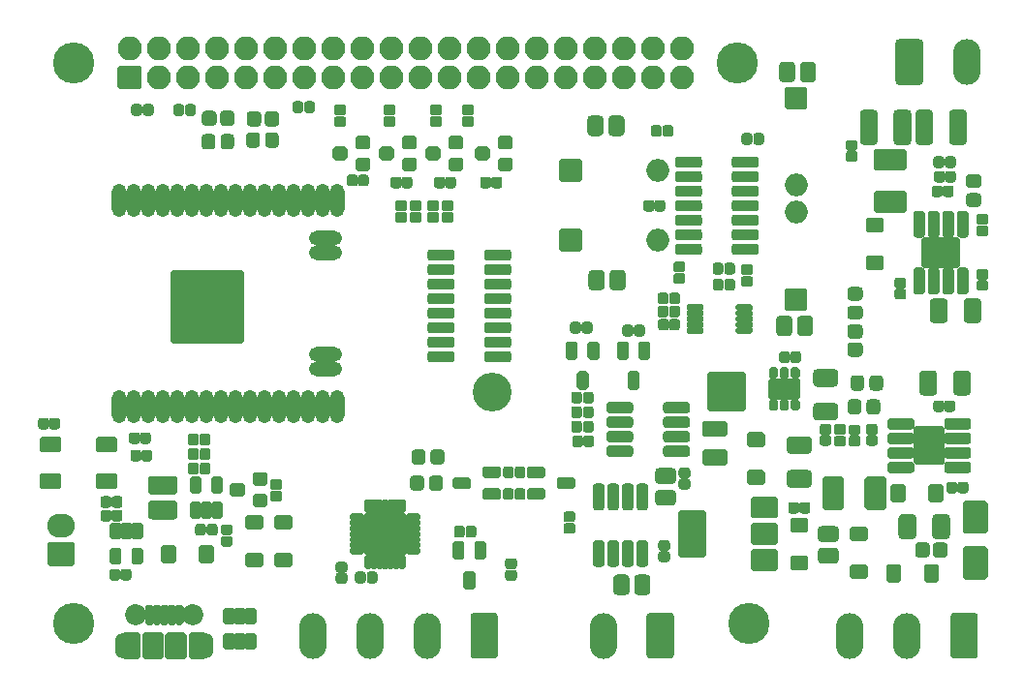
<source format=gbr>
G04 #@! TF.GenerationSoftware,KiCad,Pcbnew,(5.1.9)-1*
G04 #@! TF.CreationDate,2021-06-02T17:30:40-04:00*
G04 #@! TF.ProjectId,esp32 Core  V-0.1,65737033-3220-4436-9f72-652020562d30,rev?*
G04 #@! TF.SameCoordinates,Original*
G04 #@! TF.FileFunction,Soldermask,Top*
G04 #@! TF.FilePolarity,Negative*
%FSLAX46Y46*%
G04 Gerber Fmt 4.6, Leading zero omitted, Abs format (unit mm)*
G04 Created by KiCad (PCBNEW (5.1.9)-1) date 2021-06-02 17:30:40*
%MOMM*%
%LPD*%
G01*
G04 APERTURE LIST*
%ADD10O,2.000000X2.000000*%
%ADD11O,2.400000X4.000000*%
%ADD12C,3.400000*%
%ADD13O,1.300000X2.900000*%
%ADD14O,2.900000X1.300000*%
%ADD15O,2.400000X2.100000*%
%ADD16C,3.600000*%
%ADD17O,2.100000X2.100000*%
%ADD18O,1.600000X2.300000*%
%ADD19C,1.850000*%
G04 APERTURE END LIST*
D10*
G04 #@! TO.C,JP4*
X234520000Y-107900000D03*
G36*
G01*
X225900000Y-108700000D02*
X225900000Y-107100000D01*
G75*
G02*
X226100000Y-106900000I200000J0D01*
G01*
X227700000Y-106900000D01*
G75*
G02*
X227900000Y-107100000I0J-200000D01*
G01*
X227900000Y-108700000D01*
G75*
G02*
X227700000Y-108900000I-200000J0D01*
G01*
X226100000Y-108900000D01*
G75*
G02*
X225900000Y-108700000I0J200000D01*
G01*
G37*
G04 #@! TD*
G04 #@! TO.C,JP3*
X234520000Y-114000000D03*
G36*
G01*
X225900000Y-114800000D02*
X225900000Y-113200000D01*
G75*
G02*
X226100000Y-113000000I200000J0D01*
G01*
X227700000Y-113000000D01*
G75*
G02*
X227900000Y-113200000I0J-200000D01*
G01*
X227900000Y-114800000D01*
G75*
G02*
X227700000Y-115000000I-200000J0D01*
G01*
X226100000Y-115000000D01*
G75*
G02*
X225900000Y-114800000I0J200000D01*
G01*
G37*
G04 #@! TD*
G04 #@! TO.C,JP2*
X246600000Y-109200000D03*
G36*
G01*
X245800000Y-100580000D02*
X247400000Y-100580000D01*
G75*
G02*
X247600000Y-100780000I0J-200000D01*
G01*
X247600000Y-102380000D01*
G75*
G02*
X247400000Y-102580000I-200000J0D01*
G01*
X245800000Y-102580000D01*
G75*
G02*
X245600000Y-102380000I0J200000D01*
G01*
X245600000Y-100780000D01*
G75*
G02*
X245800000Y-100580000I200000J0D01*
G01*
G37*
G04 #@! TD*
G04 #@! TO.C,JP1*
X246600000Y-111580000D03*
G36*
G01*
X247400000Y-120200000D02*
X245800000Y-120200000D01*
G75*
G02*
X245600000Y-120000000I0J200000D01*
G01*
X245600000Y-118400000D01*
G75*
G02*
X245800000Y-118200000I200000J0D01*
G01*
X247400000Y-118200000D01*
G75*
G02*
X247600000Y-118400000I0J-200000D01*
G01*
X247600000Y-120000000D01*
G75*
G02*
X247400000Y-120200000I-200000J0D01*
G01*
G37*
G04 #@! TD*
G04 #@! TO.C,U13*
G36*
G01*
X260770000Y-116441000D02*
X257770000Y-116441000D01*
G75*
G02*
X257570000Y-116241000I0J200000D01*
G01*
X257570000Y-113951000D01*
G75*
G02*
X257770000Y-113751000I200000J0D01*
G01*
X260770000Y-113751000D01*
G75*
G02*
X260970000Y-113951000I0J-200000D01*
G01*
X260970000Y-116241000D01*
G75*
G02*
X260770000Y-116441000I-200000J0D01*
G01*
G37*
G36*
G01*
X257615000Y-113796000D02*
X257115000Y-113796000D01*
G75*
G02*
X256865000Y-113546000I0J250000D01*
G01*
X256865000Y-111696000D01*
G75*
G02*
X257115000Y-111446000I250000J0D01*
G01*
X257615000Y-111446000D01*
G75*
G02*
X257865000Y-111696000I0J-250000D01*
G01*
X257865000Y-113546000D01*
G75*
G02*
X257615000Y-113796000I-250000J0D01*
G01*
G37*
G36*
G01*
X258885000Y-113796000D02*
X258385000Y-113796000D01*
G75*
G02*
X258135000Y-113546000I0J250000D01*
G01*
X258135000Y-111696000D01*
G75*
G02*
X258385000Y-111446000I250000J0D01*
G01*
X258885000Y-111446000D01*
G75*
G02*
X259135000Y-111696000I0J-250000D01*
G01*
X259135000Y-113546000D01*
G75*
G02*
X258885000Y-113796000I-250000J0D01*
G01*
G37*
G36*
G01*
X260155000Y-113796000D02*
X259655000Y-113796000D01*
G75*
G02*
X259405000Y-113546000I0J250000D01*
G01*
X259405000Y-111696000D01*
G75*
G02*
X259655000Y-111446000I250000J0D01*
G01*
X260155000Y-111446000D01*
G75*
G02*
X260405000Y-111696000I0J-250000D01*
G01*
X260405000Y-113546000D01*
G75*
G02*
X260155000Y-113796000I-250000J0D01*
G01*
G37*
G36*
G01*
X261425000Y-113796000D02*
X260925000Y-113796000D01*
G75*
G02*
X260675000Y-113546000I0J250000D01*
G01*
X260675000Y-111696000D01*
G75*
G02*
X260925000Y-111446000I250000J0D01*
G01*
X261425000Y-111446000D01*
G75*
G02*
X261675000Y-111696000I0J-250000D01*
G01*
X261675000Y-113546000D01*
G75*
G02*
X261425000Y-113796000I-250000J0D01*
G01*
G37*
G36*
G01*
X261425000Y-118746000D02*
X260925000Y-118746000D01*
G75*
G02*
X260675000Y-118496000I0J250000D01*
G01*
X260675000Y-116646000D01*
G75*
G02*
X260925000Y-116396000I250000J0D01*
G01*
X261425000Y-116396000D01*
G75*
G02*
X261675000Y-116646000I0J-250000D01*
G01*
X261675000Y-118496000D01*
G75*
G02*
X261425000Y-118746000I-250000J0D01*
G01*
G37*
G36*
G01*
X260155000Y-118746000D02*
X259655000Y-118746000D01*
G75*
G02*
X259405000Y-118496000I0J250000D01*
G01*
X259405000Y-116646000D01*
G75*
G02*
X259655000Y-116396000I250000J0D01*
G01*
X260155000Y-116396000D01*
G75*
G02*
X260405000Y-116646000I0J-250000D01*
G01*
X260405000Y-118496000D01*
G75*
G02*
X260155000Y-118746000I-250000J0D01*
G01*
G37*
G36*
G01*
X258885000Y-118746000D02*
X258385000Y-118746000D01*
G75*
G02*
X258135000Y-118496000I0J250000D01*
G01*
X258135000Y-116646000D01*
G75*
G02*
X258385000Y-116396000I250000J0D01*
G01*
X258885000Y-116396000D01*
G75*
G02*
X259135000Y-116646000I0J-250000D01*
G01*
X259135000Y-118496000D01*
G75*
G02*
X258885000Y-118746000I-250000J0D01*
G01*
G37*
G36*
G01*
X257615000Y-118746000D02*
X257115000Y-118746000D01*
G75*
G02*
X256865000Y-118496000I0J250000D01*
G01*
X256865000Y-116646000D01*
G75*
G02*
X257115000Y-116396000I250000J0D01*
G01*
X257615000Y-116396000D01*
G75*
G02*
X257865000Y-116646000I0J-250000D01*
G01*
X257865000Y-118496000D01*
G75*
G02*
X257615000Y-118746000I-250000J0D01*
G01*
G37*
G04 #@! TD*
G04 #@! TO.C,U1*
G36*
G01*
X259591000Y-130476000D02*
X259591000Y-133476000D01*
G75*
G02*
X259391000Y-133676000I-200000J0D01*
G01*
X257101000Y-133676000D01*
G75*
G02*
X256901000Y-133476000I0J200000D01*
G01*
X256901000Y-130476000D01*
G75*
G02*
X257101000Y-130276000I200000J0D01*
G01*
X259391000Y-130276000D01*
G75*
G02*
X259591000Y-130476000I0J-200000D01*
G01*
G37*
G36*
G01*
X256946000Y-133631000D02*
X256946000Y-134131000D01*
G75*
G02*
X256696000Y-134381000I-250000J0D01*
G01*
X254846000Y-134381000D01*
G75*
G02*
X254596000Y-134131000I0J250000D01*
G01*
X254596000Y-133631000D01*
G75*
G02*
X254846000Y-133381000I250000J0D01*
G01*
X256696000Y-133381000D01*
G75*
G02*
X256946000Y-133631000I0J-250000D01*
G01*
G37*
G36*
G01*
X256946000Y-132361000D02*
X256946000Y-132861000D01*
G75*
G02*
X256696000Y-133111000I-250000J0D01*
G01*
X254846000Y-133111000D01*
G75*
G02*
X254596000Y-132861000I0J250000D01*
G01*
X254596000Y-132361000D01*
G75*
G02*
X254846000Y-132111000I250000J0D01*
G01*
X256696000Y-132111000D01*
G75*
G02*
X256946000Y-132361000I0J-250000D01*
G01*
G37*
G36*
G01*
X256946000Y-131091000D02*
X256946000Y-131591000D01*
G75*
G02*
X256696000Y-131841000I-250000J0D01*
G01*
X254846000Y-131841000D01*
G75*
G02*
X254596000Y-131591000I0J250000D01*
G01*
X254596000Y-131091000D01*
G75*
G02*
X254846000Y-130841000I250000J0D01*
G01*
X256696000Y-130841000D01*
G75*
G02*
X256946000Y-131091000I0J-250000D01*
G01*
G37*
G36*
G01*
X256946000Y-129821000D02*
X256946000Y-130321000D01*
G75*
G02*
X256696000Y-130571000I-250000J0D01*
G01*
X254846000Y-130571000D01*
G75*
G02*
X254596000Y-130321000I0J250000D01*
G01*
X254596000Y-129821000D01*
G75*
G02*
X254846000Y-129571000I250000J0D01*
G01*
X256696000Y-129571000D01*
G75*
G02*
X256946000Y-129821000I0J-250000D01*
G01*
G37*
G36*
G01*
X261896000Y-129821000D02*
X261896000Y-130321000D01*
G75*
G02*
X261646000Y-130571000I-250000J0D01*
G01*
X259796000Y-130571000D01*
G75*
G02*
X259546000Y-130321000I0J250000D01*
G01*
X259546000Y-129821000D01*
G75*
G02*
X259796000Y-129571000I250000J0D01*
G01*
X261646000Y-129571000D01*
G75*
G02*
X261896000Y-129821000I0J-250000D01*
G01*
G37*
G36*
G01*
X261896000Y-131091000D02*
X261896000Y-131591000D01*
G75*
G02*
X261646000Y-131841000I-250000J0D01*
G01*
X259796000Y-131841000D01*
G75*
G02*
X259546000Y-131591000I0J250000D01*
G01*
X259546000Y-131091000D01*
G75*
G02*
X259796000Y-130841000I250000J0D01*
G01*
X261646000Y-130841000D01*
G75*
G02*
X261896000Y-131091000I0J-250000D01*
G01*
G37*
G36*
G01*
X261896000Y-132361000D02*
X261896000Y-132861000D01*
G75*
G02*
X261646000Y-133111000I-250000J0D01*
G01*
X259796000Y-133111000D01*
G75*
G02*
X259546000Y-132861000I0J250000D01*
G01*
X259546000Y-132361000D01*
G75*
G02*
X259796000Y-132111000I250000J0D01*
G01*
X261646000Y-132111000D01*
G75*
G02*
X261896000Y-132361000I0J-250000D01*
G01*
G37*
G36*
G01*
X261896000Y-133631000D02*
X261896000Y-134131000D01*
G75*
G02*
X261646000Y-134381000I-250000J0D01*
G01*
X259796000Y-134381000D01*
G75*
G02*
X259546000Y-134131000I0J250000D01*
G01*
X259546000Y-133631000D01*
G75*
G02*
X259796000Y-133381000I250000J0D01*
G01*
X261646000Y-133381000D01*
G75*
G02*
X261896000Y-133631000I0J-250000D01*
G01*
G37*
G04 #@! TD*
G04 #@! TO.C,R52*
G36*
G01*
X214599000Y-111544000D02*
X215169000Y-111544000D01*
G75*
G02*
X215404000Y-111779000I0J-235000D01*
G01*
X215404000Y-112249000D01*
G75*
G02*
X215169000Y-112484000I-235000J0D01*
G01*
X214599000Y-112484000D01*
G75*
G02*
X214364000Y-112249000I0J235000D01*
G01*
X214364000Y-111779000D01*
G75*
G02*
X214599000Y-111544000I235000J0D01*
G01*
G37*
G36*
G01*
X214599000Y-110524000D02*
X215169000Y-110524000D01*
G75*
G02*
X215404000Y-110759000I0J-235000D01*
G01*
X215404000Y-111229000D01*
G75*
G02*
X215169000Y-111464000I-235000J0D01*
G01*
X214599000Y-111464000D01*
G75*
G02*
X214364000Y-111229000I0J235000D01*
G01*
X214364000Y-110759000D01*
G75*
G02*
X214599000Y-110524000I235000J0D01*
G01*
G37*
G04 #@! TD*
G04 #@! TO.C,R51*
G36*
G01*
X215869000Y-111544000D02*
X216439000Y-111544000D01*
G75*
G02*
X216674000Y-111779000I0J-235000D01*
G01*
X216674000Y-112249000D01*
G75*
G02*
X216439000Y-112484000I-235000J0D01*
G01*
X215869000Y-112484000D01*
G75*
G02*
X215634000Y-112249000I0J235000D01*
G01*
X215634000Y-111779000D01*
G75*
G02*
X215869000Y-111544000I235000J0D01*
G01*
G37*
G36*
G01*
X215869000Y-110524000D02*
X216439000Y-110524000D01*
G75*
G02*
X216674000Y-110759000I0J-235000D01*
G01*
X216674000Y-111229000D01*
G75*
G02*
X216439000Y-111464000I-235000J0D01*
G01*
X215869000Y-111464000D01*
G75*
G02*
X215634000Y-111229000I0J235000D01*
G01*
X215634000Y-110759000D01*
G75*
G02*
X215869000Y-110524000I235000J0D01*
G01*
G37*
G04 #@! TD*
G04 #@! TO.C,R50*
G36*
G01*
X213075000Y-111544000D02*
X213645000Y-111544000D01*
G75*
G02*
X213880000Y-111779000I0J-235000D01*
G01*
X213880000Y-112249000D01*
G75*
G02*
X213645000Y-112484000I-235000J0D01*
G01*
X213075000Y-112484000D01*
G75*
G02*
X212840000Y-112249000I0J235000D01*
G01*
X212840000Y-111779000D01*
G75*
G02*
X213075000Y-111544000I235000J0D01*
G01*
G37*
G36*
G01*
X213075000Y-110524000D02*
X213645000Y-110524000D01*
G75*
G02*
X213880000Y-110759000I0J-235000D01*
G01*
X213880000Y-111229000D01*
G75*
G02*
X213645000Y-111464000I-235000J0D01*
G01*
X213075000Y-111464000D01*
G75*
G02*
X212840000Y-111229000I0J235000D01*
G01*
X212840000Y-110759000D01*
G75*
G02*
X213075000Y-110524000I235000J0D01*
G01*
G37*
G04 #@! TD*
G04 #@! TO.C,R49*
G36*
G01*
X211805000Y-111544000D02*
X212375000Y-111544000D01*
G75*
G02*
X212610000Y-111779000I0J-235000D01*
G01*
X212610000Y-112249000D01*
G75*
G02*
X212375000Y-112484000I-235000J0D01*
G01*
X211805000Y-112484000D01*
G75*
G02*
X211570000Y-112249000I0J235000D01*
G01*
X211570000Y-111779000D01*
G75*
G02*
X211805000Y-111544000I235000J0D01*
G01*
G37*
G36*
G01*
X211805000Y-110524000D02*
X212375000Y-110524000D01*
G75*
G02*
X212610000Y-110759000I0J-235000D01*
G01*
X212610000Y-111229000D01*
G75*
G02*
X212375000Y-111464000I-235000J0D01*
G01*
X211805000Y-111464000D01*
G75*
G02*
X211570000Y-111229000I0J235000D01*
G01*
X211570000Y-110759000D01*
G75*
G02*
X211805000Y-110524000I235000J0D01*
G01*
G37*
G04 #@! TD*
G04 #@! TO.C,C38*
G36*
G01*
X215928000Y-109236000D02*
X215928000Y-108696000D01*
G75*
G02*
X216168000Y-108456000I240000J0D01*
G01*
X216648000Y-108456000D01*
G75*
G02*
X216888000Y-108696000I0J-240000D01*
G01*
X216888000Y-109236000D01*
G75*
G02*
X216648000Y-109476000I-240000J0D01*
G01*
X216168000Y-109476000D01*
G75*
G02*
X215928000Y-109236000I0J240000D01*
G01*
G37*
G36*
G01*
X214968000Y-109236000D02*
X214968000Y-108696000D01*
G75*
G02*
X215208000Y-108456000I240000J0D01*
G01*
X215688000Y-108456000D01*
G75*
G02*
X215928000Y-108696000I0J-240000D01*
G01*
X215928000Y-109236000D01*
G75*
G02*
X215688000Y-109476000I-240000J0D01*
G01*
X215208000Y-109476000D01*
G75*
G02*
X214968000Y-109236000I0J240000D01*
G01*
G37*
G04 #@! TD*
G04 #@! TO.C,C37*
G36*
G01*
X219964000Y-109236000D02*
X219964000Y-108696000D01*
G75*
G02*
X220204000Y-108456000I240000J0D01*
G01*
X220684000Y-108456000D01*
G75*
G02*
X220924000Y-108696000I0J-240000D01*
G01*
X220924000Y-109236000D01*
G75*
G02*
X220684000Y-109476000I-240000J0D01*
G01*
X220204000Y-109476000D01*
G75*
G02*
X219964000Y-109236000I0J240000D01*
G01*
G37*
G36*
G01*
X219004000Y-109236000D02*
X219004000Y-108696000D01*
G75*
G02*
X219244000Y-108456000I240000J0D01*
G01*
X219724000Y-108456000D01*
G75*
G02*
X219964000Y-108696000I0J-240000D01*
G01*
X219964000Y-109236000D01*
G75*
G02*
X219724000Y-109476000I-240000J0D01*
G01*
X219244000Y-109476000D01*
G75*
G02*
X219004000Y-109236000I0J240000D01*
G01*
G37*
G04 #@! TD*
G04 #@! TO.C,C36*
G36*
G01*
X212118000Y-109236000D02*
X212118000Y-108696000D01*
G75*
G02*
X212358000Y-108456000I240000J0D01*
G01*
X212838000Y-108456000D01*
G75*
G02*
X213078000Y-108696000I0J-240000D01*
G01*
X213078000Y-109236000D01*
G75*
G02*
X212838000Y-109476000I-240000J0D01*
G01*
X212358000Y-109476000D01*
G75*
G02*
X212118000Y-109236000I0J240000D01*
G01*
G37*
G36*
G01*
X211158000Y-109236000D02*
X211158000Y-108696000D01*
G75*
G02*
X211398000Y-108456000I240000J0D01*
G01*
X211878000Y-108456000D01*
G75*
G02*
X212118000Y-108696000I0J-240000D01*
G01*
X212118000Y-109236000D01*
G75*
G02*
X211878000Y-109476000I-240000J0D01*
G01*
X211398000Y-109476000D01*
G75*
G02*
X211158000Y-109236000I0J240000D01*
G01*
G37*
G04 #@! TD*
G04 #@! TO.C,C35*
G36*
G01*
X208308000Y-109045500D02*
X208308000Y-108505500D01*
G75*
G02*
X208548000Y-108265500I240000J0D01*
G01*
X209028000Y-108265500D01*
G75*
G02*
X209268000Y-108505500I0J-240000D01*
G01*
X209268000Y-109045500D01*
G75*
G02*
X209028000Y-109285500I-240000J0D01*
G01*
X208548000Y-109285500D01*
G75*
G02*
X208308000Y-109045500I0J240000D01*
G01*
G37*
G36*
G01*
X207348000Y-109045500D02*
X207348000Y-108505500D01*
G75*
G02*
X207588000Y-108265500I240000J0D01*
G01*
X208068000Y-108265500D01*
G75*
G02*
X208308000Y-108505500I0J-240000D01*
G01*
X208308000Y-109045500D01*
G75*
G02*
X208068000Y-109285500I-240000J0D01*
G01*
X207588000Y-109285500D01*
G75*
G02*
X207348000Y-109045500I0J240000D01*
G01*
G37*
G04 #@! TD*
G04 #@! TO.C,C34*
G36*
G01*
X228000000Y-131330000D02*
X228000000Y-131870000D01*
G75*
G02*
X227760000Y-132110000I-240000J0D01*
G01*
X227280000Y-132110000D01*
G75*
G02*
X227040000Y-131870000I0J240000D01*
G01*
X227040000Y-131330000D01*
G75*
G02*
X227280000Y-131090000I240000J0D01*
G01*
X227760000Y-131090000D01*
G75*
G02*
X228000000Y-131330000I0J-240000D01*
G01*
G37*
G36*
G01*
X228960000Y-131330000D02*
X228960000Y-131870000D01*
G75*
G02*
X228720000Y-132110000I-240000J0D01*
G01*
X228240000Y-132110000D01*
G75*
G02*
X228000000Y-131870000I0J240000D01*
G01*
X228000000Y-131330000D01*
G75*
G02*
X228240000Y-131090000I240000J0D01*
G01*
X228720000Y-131090000D01*
G75*
G02*
X228960000Y-131330000I0J-240000D01*
G01*
G37*
G04 #@! TD*
G04 #@! TO.C,U2*
G36*
G01*
X232380000Y-132211000D02*
X232380000Y-132711000D01*
G75*
G02*
X232130000Y-132961000I-250000J0D01*
G01*
X230280000Y-132961000D01*
G75*
G02*
X230030000Y-132711000I0J250000D01*
G01*
X230030000Y-132211000D01*
G75*
G02*
X230280000Y-131961000I250000J0D01*
G01*
X232130000Y-131961000D01*
G75*
G02*
X232380000Y-132211000I0J-250000D01*
G01*
G37*
G36*
G01*
X232380000Y-130941000D02*
X232380000Y-131441000D01*
G75*
G02*
X232130000Y-131691000I-250000J0D01*
G01*
X230280000Y-131691000D01*
G75*
G02*
X230030000Y-131441000I0J250000D01*
G01*
X230030000Y-130941000D01*
G75*
G02*
X230280000Y-130691000I250000J0D01*
G01*
X232130000Y-130691000D01*
G75*
G02*
X232380000Y-130941000I0J-250000D01*
G01*
G37*
G36*
G01*
X232380000Y-129671000D02*
X232380000Y-130171000D01*
G75*
G02*
X232130000Y-130421000I-250000J0D01*
G01*
X230280000Y-130421000D01*
G75*
G02*
X230030000Y-130171000I0J250000D01*
G01*
X230030000Y-129671000D01*
G75*
G02*
X230280000Y-129421000I250000J0D01*
G01*
X232130000Y-129421000D01*
G75*
G02*
X232380000Y-129671000I0J-250000D01*
G01*
G37*
G36*
G01*
X232380000Y-128401000D02*
X232380000Y-128901000D01*
G75*
G02*
X232130000Y-129151000I-250000J0D01*
G01*
X230280000Y-129151000D01*
G75*
G02*
X230030000Y-128901000I0J250000D01*
G01*
X230030000Y-128401000D01*
G75*
G02*
X230280000Y-128151000I250000J0D01*
G01*
X232130000Y-128151000D01*
G75*
G02*
X232380000Y-128401000I0J-250000D01*
G01*
G37*
G36*
G01*
X237330000Y-128401000D02*
X237330000Y-128901000D01*
G75*
G02*
X237080000Y-129151000I-250000J0D01*
G01*
X235230000Y-129151000D01*
G75*
G02*
X234980000Y-128901000I0J250000D01*
G01*
X234980000Y-128401000D01*
G75*
G02*
X235230000Y-128151000I250000J0D01*
G01*
X237080000Y-128151000D01*
G75*
G02*
X237330000Y-128401000I0J-250000D01*
G01*
G37*
G36*
G01*
X237330000Y-129671000D02*
X237330000Y-130171000D01*
G75*
G02*
X237080000Y-130421000I-250000J0D01*
G01*
X235230000Y-130421000D01*
G75*
G02*
X234980000Y-130171000I0J250000D01*
G01*
X234980000Y-129671000D01*
G75*
G02*
X235230000Y-129421000I250000J0D01*
G01*
X237080000Y-129421000D01*
G75*
G02*
X237330000Y-129671000I0J-250000D01*
G01*
G37*
G36*
G01*
X237330000Y-130941000D02*
X237330000Y-131441000D01*
G75*
G02*
X237080000Y-131691000I-250000J0D01*
G01*
X235230000Y-131691000D01*
G75*
G02*
X234980000Y-131441000I0J250000D01*
G01*
X234980000Y-130941000D01*
G75*
G02*
X235230000Y-130691000I250000J0D01*
G01*
X237080000Y-130691000D01*
G75*
G02*
X237330000Y-130941000I0J-250000D01*
G01*
G37*
G36*
G01*
X237330000Y-132211000D02*
X237330000Y-132711000D01*
G75*
G02*
X237080000Y-132961000I-250000J0D01*
G01*
X235230000Y-132961000D01*
G75*
G02*
X234980000Y-132711000I0J250000D01*
G01*
X234980000Y-132211000D01*
G75*
G02*
X235230000Y-131961000I250000J0D01*
G01*
X237080000Y-131961000D01*
G75*
G02*
X237330000Y-132211000I0J-250000D01*
G01*
G37*
G04 #@! TD*
G04 #@! TO.C,Y2*
G36*
G01*
X240400000Y-133700000D02*
X238600000Y-133700000D01*
G75*
G02*
X238400000Y-133500000I0J200000D01*
G01*
X238400000Y-132500000D01*
G75*
G02*
X238600000Y-132300000I200000J0D01*
G01*
X240400000Y-132300000D01*
G75*
G02*
X240600000Y-132500000I0J-200000D01*
G01*
X240600000Y-133500000D01*
G75*
G02*
X240400000Y-133700000I-200000J0D01*
G01*
G37*
G36*
G01*
X240400000Y-131200000D02*
X238600000Y-131200000D01*
G75*
G02*
X238400000Y-131000000I0J200000D01*
G01*
X238400000Y-130000000D01*
G75*
G02*
X238600000Y-129800000I200000J0D01*
G01*
X240400000Y-129800000D01*
G75*
G02*
X240600000Y-130000000I0J-200000D01*
G01*
X240600000Y-131000000D01*
G75*
G02*
X240400000Y-131200000I-200000J0D01*
G01*
G37*
G04 #@! TD*
G04 #@! TO.C,R48*
G36*
G01*
X227986000Y-128063000D02*
X227986000Y-127493000D01*
G75*
G02*
X228221000Y-127258000I235000J0D01*
G01*
X228691000Y-127258000D01*
G75*
G02*
X228926000Y-127493000I0J-235000D01*
G01*
X228926000Y-128063000D01*
G75*
G02*
X228691000Y-128298000I-235000J0D01*
G01*
X228221000Y-128298000D01*
G75*
G02*
X227986000Y-128063000I0J235000D01*
G01*
G37*
G36*
G01*
X226966000Y-128063000D02*
X226966000Y-127493000D01*
G75*
G02*
X227201000Y-127258000I235000J0D01*
G01*
X227671000Y-127258000D01*
G75*
G02*
X227906000Y-127493000I0J-235000D01*
G01*
X227906000Y-128063000D01*
G75*
G02*
X227671000Y-128298000I-235000J0D01*
G01*
X227201000Y-128298000D01*
G75*
G02*
X226966000Y-128063000I0J235000D01*
G01*
G37*
G04 #@! TD*
G04 #@! TO.C,R47*
G36*
G01*
X227984000Y-129333000D02*
X227984000Y-128763000D01*
G75*
G02*
X228219000Y-128528000I235000J0D01*
G01*
X228689000Y-128528000D01*
G75*
G02*
X228924000Y-128763000I0J-235000D01*
G01*
X228924000Y-129333000D01*
G75*
G02*
X228689000Y-129568000I-235000J0D01*
G01*
X228219000Y-129568000D01*
G75*
G02*
X227984000Y-129333000I0J235000D01*
G01*
G37*
G36*
G01*
X226964000Y-129333000D02*
X226964000Y-128763000D01*
G75*
G02*
X227199000Y-128528000I235000J0D01*
G01*
X227669000Y-128528000D01*
G75*
G02*
X227904000Y-128763000I0J-235000D01*
G01*
X227904000Y-129333000D01*
G75*
G02*
X227669000Y-129568000I-235000J0D01*
G01*
X227199000Y-129568000D01*
G75*
G02*
X226964000Y-129333000I0J235000D01*
G01*
G37*
G04 #@! TD*
G04 #@! TO.C,R17*
G36*
G01*
X227796000Y-121381000D02*
X227796000Y-121951000D01*
G75*
G02*
X227561000Y-122186000I-235000J0D01*
G01*
X227091000Y-122186000D01*
G75*
G02*
X226856000Y-121951000I0J235000D01*
G01*
X226856000Y-121381000D01*
G75*
G02*
X227091000Y-121146000I235000J0D01*
G01*
X227561000Y-121146000D01*
G75*
G02*
X227796000Y-121381000I0J-235000D01*
G01*
G37*
G36*
G01*
X228816000Y-121381000D02*
X228816000Y-121951000D01*
G75*
G02*
X228581000Y-122186000I-235000J0D01*
G01*
X228111000Y-122186000D01*
G75*
G02*
X227876000Y-121951000I0J235000D01*
G01*
X227876000Y-121381000D01*
G75*
G02*
X228111000Y-121146000I235000J0D01*
G01*
X228581000Y-121146000D01*
G75*
G02*
X228816000Y-121381000I0J-235000D01*
G01*
G37*
G04 #@! TD*
G04 #@! TO.C,R15*
G36*
G01*
X232370000Y-121635000D02*
X232370000Y-122205000D01*
G75*
G02*
X232135000Y-122440000I-235000J0D01*
G01*
X231665000Y-122440000D01*
G75*
G02*
X231430000Y-122205000I0J235000D01*
G01*
X231430000Y-121635000D01*
G75*
G02*
X231665000Y-121400000I235000J0D01*
G01*
X232135000Y-121400000D01*
G75*
G02*
X232370000Y-121635000I0J-235000D01*
G01*
G37*
G36*
G01*
X233390000Y-121635000D02*
X233390000Y-122205000D01*
G75*
G02*
X233155000Y-122440000I-235000J0D01*
G01*
X232685000Y-122440000D01*
G75*
G02*
X232450000Y-122205000I0J235000D01*
G01*
X232450000Y-121635000D01*
G75*
G02*
X232685000Y-121400000I235000J0D01*
G01*
X233155000Y-121400000D01*
G75*
G02*
X233390000Y-121635000I0J-235000D01*
G01*
G37*
G04 #@! TD*
G04 #@! TO.C,Q2*
G36*
G01*
X227635000Y-125468000D02*
X228285000Y-125468000D01*
G75*
G02*
X228485000Y-125668000I0J-200000D01*
G01*
X228485000Y-126888000D01*
G75*
G02*
X228285000Y-127088000I-200000J0D01*
G01*
X227635000Y-127088000D01*
G75*
G02*
X227435000Y-126888000I0J200000D01*
G01*
X227435000Y-125668000D01*
G75*
G02*
X227635000Y-125468000I200000J0D01*
G01*
G37*
G36*
G01*
X226685000Y-122848000D02*
X227335000Y-122848000D01*
G75*
G02*
X227535000Y-123048000I0J-200000D01*
G01*
X227535000Y-124268000D01*
G75*
G02*
X227335000Y-124468000I-200000J0D01*
G01*
X226685000Y-124468000D01*
G75*
G02*
X226485000Y-124268000I0J200000D01*
G01*
X226485000Y-123048000D01*
G75*
G02*
X226685000Y-122848000I200000J0D01*
G01*
G37*
G36*
G01*
X228585000Y-122848000D02*
X229235000Y-122848000D01*
G75*
G02*
X229435000Y-123048000I0J-200000D01*
G01*
X229435000Y-124268000D01*
G75*
G02*
X229235000Y-124468000I-200000J0D01*
G01*
X228585000Y-124468000D01*
G75*
G02*
X228385000Y-124268000I0J200000D01*
G01*
X228385000Y-123048000D01*
G75*
G02*
X228585000Y-122848000I200000J0D01*
G01*
G37*
G04 #@! TD*
G04 #@! TO.C,Q1*
G36*
G01*
X232085000Y-125468000D02*
X232735000Y-125468000D01*
G75*
G02*
X232935000Y-125668000I0J-200000D01*
G01*
X232935000Y-126888000D01*
G75*
G02*
X232735000Y-127088000I-200000J0D01*
G01*
X232085000Y-127088000D01*
G75*
G02*
X231885000Y-126888000I0J200000D01*
G01*
X231885000Y-125668000D01*
G75*
G02*
X232085000Y-125468000I200000J0D01*
G01*
G37*
G36*
G01*
X231135000Y-122848000D02*
X231785000Y-122848000D01*
G75*
G02*
X231985000Y-123048000I0J-200000D01*
G01*
X231985000Y-124268000D01*
G75*
G02*
X231785000Y-124468000I-200000J0D01*
G01*
X231135000Y-124468000D01*
G75*
G02*
X230935000Y-124268000I0J200000D01*
G01*
X230935000Y-123048000D01*
G75*
G02*
X231135000Y-122848000I200000J0D01*
G01*
G37*
G36*
G01*
X233035000Y-122848000D02*
X233685000Y-122848000D01*
G75*
G02*
X233885000Y-123048000I0J-200000D01*
G01*
X233885000Y-124268000D01*
G75*
G02*
X233685000Y-124468000I-200000J0D01*
G01*
X233035000Y-124468000D01*
G75*
G02*
X232835000Y-124268000I0J200000D01*
G01*
X232835000Y-123048000D01*
G75*
G02*
X233035000Y-122848000I200000J0D01*
G01*
G37*
G04 #@! TD*
G04 #@! TO.C,D19*
G36*
G01*
X251495000Y-142350000D02*
X252695000Y-142350000D01*
G75*
G02*
X252895000Y-142550000I0J-200000D01*
G01*
X252895000Y-143450000D01*
G75*
G02*
X252695000Y-143650000I-200000J0D01*
G01*
X251495000Y-143650000D01*
G75*
G02*
X251295000Y-143450000I0J200000D01*
G01*
X251295000Y-142550000D01*
G75*
G02*
X251495000Y-142350000I200000J0D01*
G01*
G37*
G36*
G01*
X251495000Y-139050000D02*
X252695000Y-139050000D01*
G75*
G02*
X252895000Y-139250000I0J-200000D01*
G01*
X252895000Y-140150000D01*
G75*
G02*
X252695000Y-140350000I-200000J0D01*
G01*
X251495000Y-140350000D01*
G75*
G02*
X251295000Y-140150000I0J200000D01*
G01*
X251295000Y-139250000D01*
G75*
G02*
X251495000Y-139050000I200000J0D01*
G01*
G37*
G04 #@! TD*
D11*
G04 #@! TO.C,J5*
X251305000Y-148590000D03*
X256305000Y-148590000D03*
G36*
G01*
X262505000Y-146890000D02*
X262505000Y-150290000D01*
G75*
G02*
X262205000Y-150590000I-300000J0D01*
G01*
X260405000Y-150590000D01*
G75*
G02*
X260105000Y-150290000I0J300000D01*
G01*
X260105000Y-146890000D01*
G75*
G02*
X260405000Y-146590000I300000J0D01*
G01*
X262205000Y-146590000D01*
G75*
G02*
X262505000Y-146890000I0J-300000D01*
G01*
G37*
G04 #@! TD*
G04 #@! TO.C,D18*
G36*
G01*
X246288000Y-141588000D02*
X247488000Y-141588000D01*
G75*
G02*
X247688000Y-141788000I0J-200000D01*
G01*
X247688000Y-142688000D01*
G75*
G02*
X247488000Y-142888000I-200000J0D01*
G01*
X246288000Y-142888000D01*
G75*
G02*
X246088000Y-142688000I0J200000D01*
G01*
X246088000Y-141788000D01*
G75*
G02*
X246288000Y-141588000I200000J0D01*
G01*
G37*
G36*
G01*
X246288000Y-138288000D02*
X247488000Y-138288000D01*
G75*
G02*
X247688000Y-138488000I0J-200000D01*
G01*
X247688000Y-139388000D01*
G75*
G02*
X247488000Y-139588000I-200000J0D01*
G01*
X246288000Y-139588000D01*
G75*
G02*
X246088000Y-139388000I0J200000D01*
G01*
X246088000Y-138488000D01*
G75*
G02*
X246288000Y-138288000I200000J0D01*
G01*
G37*
G04 #@! TD*
G04 #@! TO.C,C33*
G36*
G01*
X181328000Y-130318000D02*
X181328000Y-129778000D01*
G75*
G02*
X181568000Y-129538000I240000J0D01*
G01*
X182048000Y-129538000D01*
G75*
G02*
X182288000Y-129778000I0J-240000D01*
G01*
X182288000Y-130318000D01*
G75*
G02*
X182048000Y-130558000I-240000J0D01*
G01*
X181568000Y-130558000D01*
G75*
G02*
X181328000Y-130318000I0J240000D01*
G01*
G37*
G36*
G01*
X180368000Y-130318000D02*
X180368000Y-129778000D01*
G75*
G02*
X180608000Y-129538000I240000J0D01*
G01*
X181088000Y-129538000D01*
G75*
G02*
X181328000Y-129778000I0J-240000D01*
G01*
X181328000Y-130318000D01*
G75*
G02*
X181088000Y-130558000I-240000J0D01*
G01*
X180608000Y-130558000D01*
G75*
G02*
X180368000Y-130318000I0J240000D01*
G01*
G37*
G04 #@! TD*
G04 #@! TO.C,J4*
X261500000Y-98425000D03*
G36*
G01*
X255300000Y-100125000D02*
X255300000Y-96725000D01*
G75*
G02*
X255600000Y-96425000I300000J0D01*
G01*
X257400000Y-96425000D01*
G75*
G02*
X257700000Y-96725000I0J-300000D01*
G01*
X257700000Y-100125000D01*
G75*
G02*
X257400000Y-100425000I-300000J0D01*
G01*
X255600000Y-100425000D01*
G75*
G02*
X255300000Y-100125000I0J300000D01*
G01*
G37*
G04 #@! TD*
G04 #@! TO.C,C32*
G36*
G01*
X246087000Y-124503000D02*
X246087000Y-123963000D01*
G75*
G02*
X246327000Y-123723000I240000J0D01*
G01*
X246807000Y-123723000D01*
G75*
G02*
X247047000Y-123963000I0J-240000D01*
G01*
X247047000Y-124503000D01*
G75*
G02*
X246807000Y-124743000I-240000J0D01*
G01*
X246327000Y-124743000D01*
G75*
G02*
X246087000Y-124503000I0J240000D01*
G01*
G37*
G36*
G01*
X245127000Y-124503000D02*
X245127000Y-123963000D01*
G75*
G02*
X245367000Y-123723000I240000J0D01*
G01*
X245847000Y-123723000D01*
G75*
G02*
X246087000Y-123963000I0J-240000D01*
G01*
X246087000Y-124503000D01*
G75*
G02*
X245847000Y-124743000I-240000J0D01*
G01*
X245367000Y-124743000D01*
G75*
G02*
X245127000Y-124503000I0J240000D01*
G01*
G37*
G04 #@! TD*
G04 #@! TO.C,J13*
X204343000Y-148590000D03*
X209343000Y-148590000D03*
X214343000Y-148590000D03*
G36*
G01*
X220543000Y-146890000D02*
X220543000Y-150290000D01*
G75*
G02*
X220243000Y-150590000I-300000J0D01*
G01*
X218443000Y-150590000D01*
G75*
G02*
X218143000Y-150290000I0J300000D01*
G01*
X218143000Y-146890000D01*
G75*
G02*
X218443000Y-146590000I300000J0D01*
G01*
X220243000Y-146590000D01*
G75*
G02*
X220543000Y-146890000I0J-300000D01*
G01*
G37*
G04 #@! TD*
G04 #@! TO.C,J2*
X229743000Y-148590000D03*
G36*
G01*
X235943000Y-146890000D02*
X235943000Y-150290000D01*
G75*
G02*
X235643000Y-150590000I-300000J0D01*
G01*
X233843000Y-150590000D01*
G75*
G02*
X233543000Y-150290000I0J300000D01*
G01*
X233543000Y-146890000D01*
G75*
G02*
X233843000Y-146590000I300000J0D01*
G01*
X235643000Y-146590000D01*
G75*
G02*
X235943000Y-146890000I0J-300000D01*
G01*
G37*
G04 #@! TD*
G04 #@! TO.C,U7*
G36*
G01*
X244829000Y-126127000D02*
X244429000Y-126127000D01*
G75*
G02*
X244229000Y-125927000I0J200000D01*
G01*
X244229000Y-125327000D01*
G75*
G02*
X244429000Y-125127000I200000J0D01*
G01*
X244829000Y-125127000D01*
G75*
G02*
X245029000Y-125327000I0J-200000D01*
G01*
X245029000Y-125927000D01*
G75*
G02*
X244829000Y-126127000I-200000J0D01*
G01*
G37*
G36*
G01*
X245779000Y-126127000D02*
X245379000Y-126127000D01*
G75*
G02*
X245179000Y-125927000I0J200000D01*
G01*
X245179000Y-125327000D01*
G75*
G02*
X245379000Y-125127000I200000J0D01*
G01*
X245779000Y-125127000D01*
G75*
G02*
X245979000Y-125327000I0J-200000D01*
G01*
X245979000Y-125927000D01*
G75*
G02*
X245779000Y-126127000I-200000J0D01*
G01*
G37*
G36*
G01*
X246729000Y-126127000D02*
X246329000Y-126127000D01*
G75*
G02*
X246129000Y-125927000I0J200000D01*
G01*
X246129000Y-125327000D01*
G75*
G02*
X246329000Y-125127000I200000J0D01*
G01*
X246729000Y-125127000D01*
G75*
G02*
X246929000Y-125327000I0J-200000D01*
G01*
X246929000Y-125927000D01*
G75*
G02*
X246729000Y-126127000I-200000J0D01*
G01*
G37*
G36*
G01*
X246729000Y-128927000D02*
X246329000Y-128927000D01*
G75*
G02*
X246129000Y-128727000I0J200000D01*
G01*
X246129000Y-128127000D01*
G75*
G02*
X246329000Y-127927000I200000J0D01*
G01*
X246729000Y-127927000D01*
G75*
G02*
X246929000Y-128127000I0J-200000D01*
G01*
X246929000Y-128727000D01*
G75*
G02*
X246729000Y-128927000I-200000J0D01*
G01*
G37*
G36*
G01*
X245779000Y-128927000D02*
X245379000Y-128927000D01*
G75*
G02*
X245179000Y-128727000I0J200000D01*
G01*
X245179000Y-128127000D01*
G75*
G02*
X245379000Y-127927000I200000J0D01*
G01*
X245779000Y-127927000D01*
G75*
G02*
X245979000Y-128127000I0J-200000D01*
G01*
X245979000Y-128727000D01*
G75*
G02*
X245779000Y-128927000I-200000J0D01*
G01*
G37*
G36*
G01*
X244829000Y-128927000D02*
X244429000Y-128927000D01*
G75*
G02*
X244229000Y-128727000I0J200000D01*
G01*
X244229000Y-128127000D01*
G75*
G02*
X244429000Y-127927000I200000J0D01*
G01*
X244829000Y-127927000D01*
G75*
G02*
X245029000Y-128127000I0J-200000D01*
G01*
X245029000Y-128727000D01*
G75*
G02*
X244829000Y-128927000I-200000J0D01*
G01*
G37*
G36*
G01*
X246779000Y-127977000D02*
X244379000Y-127977000D01*
G75*
G02*
X244179000Y-127777000I0J200000D01*
G01*
X244179000Y-126277000D01*
G75*
G02*
X244379000Y-126077000I200000J0D01*
G01*
X246779000Y-126077000D01*
G75*
G02*
X246979000Y-126277000I0J-200000D01*
G01*
X246979000Y-127777000D01*
G75*
G02*
X246779000Y-127977000I-200000J0D01*
G01*
G37*
G04 #@! TD*
G04 #@! TO.C,L1*
G36*
G01*
X254495000Y-134894000D02*
X254495000Y-137394000D01*
G75*
G02*
X254295000Y-137594000I-200000J0D01*
G01*
X252795000Y-137594000D01*
G75*
G02*
X252595000Y-137394000I0J200000D01*
G01*
X252595000Y-134894000D01*
G75*
G02*
X252795000Y-134694000I200000J0D01*
G01*
X254295000Y-134694000D01*
G75*
G02*
X254495000Y-134894000I0J-200000D01*
G01*
G37*
G36*
G01*
X250795000Y-134894000D02*
X250795000Y-137394000D01*
G75*
G02*
X250595000Y-137594000I-200000J0D01*
G01*
X249095000Y-137594000D01*
G75*
G02*
X248895000Y-137394000I0J200000D01*
G01*
X248895000Y-134894000D01*
G75*
G02*
X249095000Y-134694000I200000J0D01*
G01*
X250595000Y-134694000D01*
G75*
G02*
X250795000Y-134894000I0J-200000D01*
G01*
G37*
G04 #@! TD*
G04 #@! TO.C,L3*
G36*
G01*
X256075000Y-111601000D02*
X253575000Y-111601000D01*
G75*
G02*
X253375000Y-111401000I0J200000D01*
G01*
X253375000Y-109901000D01*
G75*
G02*
X253575000Y-109701000I200000J0D01*
G01*
X256075000Y-109701000D01*
G75*
G02*
X256275000Y-109901000I0J-200000D01*
G01*
X256275000Y-111401000D01*
G75*
G02*
X256075000Y-111601000I-200000J0D01*
G01*
G37*
G36*
G01*
X256075000Y-107901000D02*
X253575000Y-107901000D01*
G75*
G02*
X253375000Y-107701000I0J200000D01*
G01*
X253375000Y-106201000D01*
G75*
G02*
X253575000Y-106001000I200000J0D01*
G01*
X256075000Y-106001000D01*
G75*
G02*
X256275000Y-106201000I0J-200000D01*
G01*
X256275000Y-107701000D01*
G75*
G02*
X256075000Y-107901000I-200000J0D01*
G01*
G37*
G04 #@! TD*
G04 #@! TO.C,BT1*
G36*
G01*
X242238000Y-125754000D02*
X242238000Y-128754000D01*
G75*
G02*
X242038000Y-128954000I-200000J0D01*
G01*
X239038000Y-128954000D01*
G75*
G02*
X238838000Y-128754000I0J200000D01*
G01*
X238838000Y-125754000D01*
G75*
G02*
X239038000Y-125554000I200000J0D01*
G01*
X242038000Y-125554000D01*
G75*
G02*
X242238000Y-125754000I0J-200000D01*
G01*
G37*
D12*
X220048000Y-127254000D03*
G04 #@! TD*
G04 #@! TO.C,C23*
G36*
G01*
X234216000Y-110728000D02*
X234216000Y-111268000D01*
G75*
G02*
X233976000Y-111508000I-240000J0D01*
G01*
X233496000Y-111508000D01*
G75*
G02*
X233256000Y-111268000I0J240000D01*
G01*
X233256000Y-110728000D01*
G75*
G02*
X233496000Y-110488000I240000J0D01*
G01*
X233976000Y-110488000D01*
G75*
G02*
X234216000Y-110728000I0J-240000D01*
G01*
G37*
G36*
G01*
X235176000Y-110728000D02*
X235176000Y-111268000D01*
G75*
G02*
X234936000Y-111508000I-240000J0D01*
G01*
X234456000Y-111508000D01*
G75*
G02*
X234216000Y-111268000I0J240000D01*
G01*
X234216000Y-110728000D01*
G75*
G02*
X234456000Y-110488000I240000J0D01*
G01*
X234936000Y-110488000D01*
G75*
G02*
X235176000Y-110728000I0J-240000D01*
G01*
G37*
G04 #@! TD*
G04 #@! TO.C,R46*
G36*
G01*
X217647000Y-103162000D02*
X218217000Y-103162000D01*
G75*
G02*
X218452000Y-103397000I0J-235000D01*
G01*
X218452000Y-103867000D01*
G75*
G02*
X218217000Y-104102000I-235000J0D01*
G01*
X217647000Y-104102000D01*
G75*
G02*
X217412000Y-103867000I0J235000D01*
G01*
X217412000Y-103397000D01*
G75*
G02*
X217647000Y-103162000I235000J0D01*
G01*
G37*
G36*
G01*
X217647000Y-102142000D02*
X218217000Y-102142000D01*
G75*
G02*
X218452000Y-102377000I0J-235000D01*
G01*
X218452000Y-102847000D01*
G75*
G02*
X218217000Y-103082000I-235000J0D01*
G01*
X217647000Y-103082000D01*
G75*
G02*
X217412000Y-102847000I0J235000D01*
G01*
X217412000Y-102377000D01*
G75*
G02*
X217647000Y-102142000I235000J0D01*
G01*
G37*
G04 #@! TD*
G04 #@! TO.C,R45*
G36*
G01*
X214853000Y-103162000D02*
X215423000Y-103162000D01*
G75*
G02*
X215658000Y-103397000I0J-235000D01*
G01*
X215658000Y-103867000D01*
G75*
G02*
X215423000Y-104102000I-235000J0D01*
G01*
X214853000Y-104102000D01*
G75*
G02*
X214618000Y-103867000I0J235000D01*
G01*
X214618000Y-103397000D01*
G75*
G02*
X214853000Y-103162000I235000J0D01*
G01*
G37*
G36*
G01*
X214853000Y-102142000D02*
X215423000Y-102142000D01*
G75*
G02*
X215658000Y-102377000I0J-235000D01*
G01*
X215658000Y-102847000D01*
G75*
G02*
X215423000Y-103082000I-235000J0D01*
G01*
X214853000Y-103082000D01*
G75*
G02*
X214618000Y-102847000I0J235000D01*
G01*
X214618000Y-102377000D01*
G75*
G02*
X214853000Y-102142000I235000J0D01*
G01*
G37*
G04 #@! TD*
G04 #@! TO.C,R44*
G36*
G01*
X210789000Y-103162000D02*
X211359000Y-103162000D01*
G75*
G02*
X211594000Y-103397000I0J-235000D01*
G01*
X211594000Y-103867000D01*
G75*
G02*
X211359000Y-104102000I-235000J0D01*
G01*
X210789000Y-104102000D01*
G75*
G02*
X210554000Y-103867000I0J235000D01*
G01*
X210554000Y-103397000D01*
G75*
G02*
X210789000Y-103162000I235000J0D01*
G01*
G37*
G36*
G01*
X210789000Y-102142000D02*
X211359000Y-102142000D01*
G75*
G02*
X211594000Y-102377000I0J-235000D01*
G01*
X211594000Y-102847000D01*
G75*
G02*
X211359000Y-103082000I-235000J0D01*
G01*
X210789000Y-103082000D01*
G75*
G02*
X210554000Y-102847000I0J235000D01*
G01*
X210554000Y-102377000D01*
G75*
G02*
X210789000Y-102142000I235000J0D01*
G01*
G37*
G04 #@! TD*
G04 #@! TO.C,R40*
G36*
G01*
X206471000Y-103166000D02*
X207041000Y-103166000D01*
G75*
G02*
X207276000Y-103401000I0J-235000D01*
G01*
X207276000Y-103871000D01*
G75*
G02*
X207041000Y-104106000I-235000J0D01*
G01*
X206471000Y-104106000D01*
G75*
G02*
X206236000Y-103871000I0J235000D01*
G01*
X206236000Y-103401000D01*
G75*
G02*
X206471000Y-103166000I235000J0D01*
G01*
G37*
G36*
G01*
X206471000Y-102146000D02*
X207041000Y-102146000D01*
G75*
G02*
X207276000Y-102381000I0J-235000D01*
G01*
X207276000Y-102851000D01*
G75*
G02*
X207041000Y-103086000I-235000J0D01*
G01*
X206471000Y-103086000D01*
G75*
G02*
X206236000Y-102851000I0J235000D01*
G01*
X206236000Y-102381000D01*
G75*
G02*
X206471000Y-102146000I235000J0D01*
G01*
G37*
G04 #@! TD*
G04 #@! TO.C,D16*
G36*
G01*
X219852000Y-106026000D02*
X219852000Y-106826000D01*
G75*
G02*
X219652000Y-107026000I-200000J0D01*
G01*
X218752000Y-107026000D01*
G75*
G02*
X218552000Y-106826000I0J200000D01*
G01*
X218552000Y-106026000D01*
G75*
G02*
X218752000Y-105826000I200000J0D01*
G01*
X219652000Y-105826000D01*
G75*
G02*
X219852000Y-106026000I0J-200000D01*
G01*
G37*
G36*
G01*
X221852000Y-105076000D02*
X221852000Y-105876000D01*
G75*
G02*
X221652000Y-106076000I-200000J0D01*
G01*
X220752000Y-106076000D01*
G75*
G02*
X220552000Y-105876000I0J200000D01*
G01*
X220552000Y-105076000D01*
G75*
G02*
X220752000Y-104876000I200000J0D01*
G01*
X221652000Y-104876000D01*
G75*
G02*
X221852000Y-105076000I0J-200000D01*
G01*
G37*
G36*
G01*
X221852000Y-106976000D02*
X221852000Y-107776000D01*
G75*
G02*
X221652000Y-107976000I-200000J0D01*
G01*
X220752000Y-107976000D01*
G75*
G02*
X220552000Y-107776000I0J200000D01*
G01*
X220552000Y-106976000D01*
G75*
G02*
X220752000Y-106776000I200000J0D01*
G01*
X221652000Y-106776000D01*
G75*
G02*
X221852000Y-106976000I0J-200000D01*
G01*
G37*
G04 #@! TD*
G04 #@! TO.C,D11*
G36*
G01*
X215534000Y-106026000D02*
X215534000Y-106826000D01*
G75*
G02*
X215334000Y-107026000I-200000J0D01*
G01*
X214434000Y-107026000D01*
G75*
G02*
X214234000Y-106826000I0J200000D01*
G01*
X214234000Y-106026000D01*
G75*
G02*
X214434000Y-105826000I200000J0D01*
G01*
X215334000Y-105826000D01*
G75*
G02*
X215534000Y-106026000I0J-200000D01*
G01*
G37*
G36*
G01*
X217534000Y-105076000D02*
X217534000Y-105876000D01*
G75*
G02*
X217334000Y-106076000I-200000J0D01*
G01*
X216434000Y-106076000D01*
G75*
G02*
X216234000Y-105876000I0J200000D01*
G01*
X216234000Y-105076000D01*
G75*
G02*
X216434000Y-104876000I200000J0D01*
G01*
X217334000Y-104876000D01*
G75*
G02*
X217534000Y-105076000I0J-200000D01*
G01*
G37*
G36*
G01*
X217534000Y-106976000D02*
X217534000Y-107776000D01*
G75*
G02*
X217334000Y-107976000I-200000J0D01*
G01*
X216434000Y-107976000D01*
G75*
G02*
X216234000Y-107776000I0J200000D01*
G01*
X216234000Y-106976000D01*
G75*
G02*
X216434000Y-106776000I200000J0D01*
G01*
X217334000Y-106776000D01*
G75*
G02*
X217534000Y-106976000I0J-200000D01*
G01*
G37*
G04 #@! TD*
G04 #@! TO.C,D10*
G36*
G01*
X211470000Y-106026000D02*
X211470000Y-106826000D01*
G75*
G02*
X211270000Y-107026000I-200000J0D01*
G01*
X210370000Y-107026000D01*
G75*
G02*
X210170000Y-106826000I0J200000D01*
G01*
X210170000Y-106026000D01*
G75*
G02*
X210370000Y-105826000I200000J0D01*
G01*
X211270000Y-105826000D01*
G75*
G02*
X211470000Y-106026000I0J-200000D01*
G01*
G37*
G36*
G01*
X213470000Y-105076000D02*
X213470000Y-105876000D01*
G75*
G02*
X213270000Y-106076000I-200000J0D01*
G01*
X212370000Y-106076000D01*
G75*
G02*
X212170000Y-105876000I0J200000D01*
G01*
X212170000Y-105076000D01*
G75*
G02*
X212370000Y-104876000I200000J0D01*
G01*
X213270000Y-104876000D01*
G75*
G02*
X213470000Y-105076000I0J-200000D01*
G01*
G37*
G36*
G01*
X213470000Y-106976000D02*
X213470000Y-107776000D01*
G75*
G02*
X213270000Y-107976000I-200000J0D01*
G01*
X212370000Y-107976000D01*
G75*
G02*
X212170000Y-107776000I0J200000D01*
G01*
X212170000Y-106976000D01*
G75*
G02*
X212370000Y-106776000I200000J0D01*
G01*
X213270000Y-106776000D01*
G75*
G02*
X213470000Y-106976000I0J-200000D01*
G01*
G37*
G04 #@! TD*
G04 #@! TO.C,D6*
G36*
G01*
X207406000Y-106026000D02*
X207406000Y-106826000D01*
G75*
G02*
X207206000Y-107026000I-200000J0D01*
G01*
X206306000Y-107026000D01*
G75*
G02*
X206106000Y-106826000I0J200000D01*
G01*
X206106000Y-106026000D01*
G75*
G02*
X206306000Y-105826000I200000J0D01*
G01*
X207206000Y-105826000D01*
G75*
G02*
X207406000Y-106026000I0J-200000D01*
G01*
G37*
G36*
G01*
X209406000Y-105076000D02*
X209406000Y-105876000D01*
G75*
G02*
X209206000Y-106076000I-200000J0D01*
G01*
X208306000Y-106076000D01*
G75*
G02*
X208106000Y-105876000I0J200000D01*
G01*
X208106000Y-105076000D01*
G75*
G02*
X208306000Y-104876000I200000J0D01*
G01*
X209206000Y-104876000D01*
G75*
G02*
X209406000Y-105076000I0J-200000D01*
G01*
G37*
G36*
G01*
X209406000Y-106976000D02*
X209406000Y-107776000D01*
G75*
G02*
X209206000Y-107976000I-200000J0D01*
G01*
X208306000Y-107976000D01*
G75*
G02*
X208106000Y-107776000I0J200000D01*
G01*
X208106000Y-106976000D01*
G75*
G02*
X208306000Y-106776000I200000J0D01*
G01*
X209206000Y-106776000D01*
G75*
G02*
X209406000Y-106976000I0J-200000D01*
G01*
G37*
G04 #@! TD*
G04 #@! TO.C,R34*
G36*
G01*
X229787500Y-103447558D02*
X229787500Y-104552442D01*
G75*
G02*
X229439942Y-104900000I-347558J0D01*
G01*
X228710058Y-104900000D01*
G75*
G02*
X228362500Y-104552442I0J347558D01*
G01*
X228362500Y-103447558D01*
G75*
G02*
X228710058Y-103100000I347558J0D01*
G01*
X229439942Y-103100000D01*
G75*
G02*
X229787500Y-103447558I0J-347558D01*
G01*
G37*
G36*
G01*
X231612500Y-103447558D02*
X231612500Y-104552442D01*
G75*
G02*
X231264942Y-104900000I-347558J0D01*
G01*
X230535058Y-104900000D01*
G75*
G02*
X230187500Y-104552442I0J347558D01*
G01*
X230187500Y-103447558D01*
G75*
G02*
X230535058Y-103100000I347558J0D01*
G01*
X231264942Y-103100000D01*
G75*
G02*
X231612500Y-103447558I0J-347558D01*
G01*
G37*
G04 #@! TD*
G04 #@! TO.C,R28*
G36*
G01*
X229887500Y-116947558D02*
X229887500Y-118052442D01*
G75*
G02*
X229539942Y-118400000I-347558J0D01*
G01*
X228810058Y-118400000D01*
G75*
G02*
X228462500Y-118052442I0J347558D01*
G01*
X228462500Y-116947558D01*
G75*
G02*
X228810058Y-116600000I347558J0D01*
G01*
X229539942Y-116600000D01*
G75*
G02*
X229887500Y-116947558I0J-347558D01*
G01*
G37*
G36*
G01*
X231712500Y-116947558D02*
X231712500Y-118052442D01*
G75*
G02*
X231364942Y-118400000I-347558J0D01*
G01*
X230635058Y-118400000D01*
G75*
G02*
X230287500Y-118052442I0J347558D01*
G01*
X230287500Y-116947558D01*
G75*
G02*
X230635058Y-116600000I347558J0D01*
G01*
X231364942Y-116600000D01*
G75*
G02*
X231712500Y-116947558I0J-347558D01*
G01*
G37*
G04 #@! TD*
G04 #@! TO.C,R26*
G36*
G01*
X246537500Y-98747558D02*
X246537500Y-99852442D01*
G75*
G02*
X246189942Y-100200000I-347558J0D01*
G01*
X245460058Y-100200000D01*
G75*
G02*
X245112500Y-99852442I0J347558D01*
G01*
X245112500Y-98747558D01*
G75*
G02*
X245460058Y-98400000I347558J0D01*
G01*
X246189942Y-98400000D01*
G75*
G02*
X246537500Y-98747558I0J-347558D01*
G01*
G37*
G36*
G01*
X248362500Y-98747558D02*
X248362500Y-99852442D01*
G75*
G02*
X248014942Y-100200000I-347558J0D01*
G01*
X247285058Y-100200000D01*
G75*
G02*
X246937500Y-99852442I0J347558D01*
G01*
X246937500Y-98747558D01*
G75*
G02*
X247285058Y-98400000I347558J0D01*
G01*
X248014942Y-98400000D01*
G75*
G02*
X248362500Y-98747558I0J-347558D01*
G01*
G37*
G04 #@! TD*
G04 #@! TO.C,R25*
G36*
G01*
X246687500Y-122052442D02*
X246687500Y-120947558D01*
G75*
G02*
X247035058Y-120600000I347558J0D01*
G01*
X247764942Y-120600000D01*
G75*
G02*
X248112500Y-120947558I0J-347558D01*
G01*
X248112500Y-122052442D01*
G75*
G02*
X247764942Y-122400000I-347558J0D01*
G01*
X247035058Y-122400000D01*
G75*
G02*
X246687500Y-122052442I0J347558D01*
G01*
G37*
G36*
G01*
X244862500Y-122052442D02*
X244862500Y-120947558D01*
G75*
G02*
X245210058Y-120600000I347558J0D01*
G01*
X245939942Y-120600000D01*
G75*
G02*
X246287500Y-120947558I0J-347558D01*
G01*
X246287500Y-122052442D01*
G75*
G02*
X245939942Y-122400000I-347558J0D01*
G01*
X245210058Y-122400000D01*
G75*
G02*
X244862500Y-122052442I0J347558D01*
G01*
G37*
G04 #@! TD*
G04 #@! TO.C,C31*
G36*
G01*
X258307000Y-140747000D02*
X258307000Y-141447000D01*
G75*
G02*
X257982000Y-141772000I-325000J0D01*
G01*
X257332000Y-141772000D01*
G75*
G02*
X257007000Y-141447000I0J325000D01*
G01*
X257007000Y-140747000D01*
G75*
G02*
X257332000Y-140422000I325000J0D01*
G01*
X257982000Y-140422000D01*
G75*
G02*
X258307000Y-140747000I0J-325000D01*
G01*
G37*
G36*
G01*
X259857000Y-140747000D02*
X259857000Y-141447000D01*
G75*
G02*
X259532000Y-141772000I-325000J0D01*
G01*
X258882000Y-141772000D01*
G75*
G02*
X258557000Y-141447000I0J325000D01*
G01*
X258557000Y-140747000D01*
G75*
G02*
X258882000Y-140422000I325000J0D01*
G01*
X259532000Y-140422000D01*
G75*
G02*
X259857000Y-140747000I0J-325000D01*
G01*
G37*
G04 #@! TD*
G04 #@! TO.C,C24*
G36*
G01*
X257110000Y-138301955D02*
X257110000Y-139828045D01*
G75*
G02*
X256773045Y-140165000I-336955J0D01*
G01*
X255896955Y-140165000D01*
G75*
G02*
X255560000Y-139828045I0J336955D01*
G01*
X255560000Y-138301955D01*
G75*
G02*
X255896955Y-137965000I336955J0D01*
G01*
X256773045Y-137965000D01*
G75*
G02*
X257110000Y-138301955I0J-336955D01*
G01*
G37*
G36*
G01*
X260060000Y-138301955D02*
X260060000Y-139828045D01*
G75*
G02*
X259723045Y-140165000I-336955J0D01*
G01*
X258846955Y-140165000D01*
G75*
G02*
X258510000Y-139828045I0J336955D01*
G01*
X258510000Y-138301955D01*
G75*
G02*
X258846955Y-137965000I336955J0D01*
G01*
X259723045Y-137965000D01*
G75*
G02*
X260060000Y-138301955I0J-336955D01*
G01*
G37*
G04 #@! TD*
G04 #@! TO.C,C30*
G36*
G01*
X189258000Y-131048000D02*
X189258000Y-131588000D01*
G75*
G02*
X189018000Y-131828000I-240000J0D01*
G01*
X188538000Y-131828000D01*
G75*
G02*
X188298000Y-131588000I0J240000D01*
G01*
X188298000Y-131048000D01*
G75*
G02*
X188538000Y-130808000I240000J0D01*
G01*
X189018000Y-130808000D01*
G75*
G02*
X189258000Y-131048000I0J-240000D01*
G01*
G37*
G36*
G01*
X190218000Y-131048000D02*
X190218000Y-131588000D01*
G75*
G02*
X189978000Y-131828000I-240000J0D01*
G01*
X189498000Y-131828000D01*
G75*
G02*
X189258000Y-131588000I0J240000D01*
G01*
X189258000Y-131048000D01*
G75*
G02*
X189498000Y-130808000I240000J0D01*
G01*
X189978000Y-130808000D01*
G75*
G02*
X190218000Y-131048000I0J-240000D01*
G01*
G37*
G04 #@! TD*
G04 #@! TO.C,C14*
G36*
G01*
X189385000Y-132572000D02*
X189385000Y-133112000D01*
G75*
G02*
X189145000Y-133352000I-240000J0D01*
G01*
X188665000Y-133352000D01*
G75*
G02*
X188425000Y-133112000I0J240000D01*
G01*
X188425000Y-132572000D01*
G75*
G02*
X188665000Y-132332000I240000J0D01*
G01*
X189145000Y-132332000D01*
G75*
G02*
X189385000Y-132572000I0J-240000D01*
G01*
G37*
G36*
G01*
X190345000Y-132572000D02*
X190345000Y-133112000D01*
G75*
G02*
X190105000Y-133352000I-240000J0D01*
G01*
X189625000Y-133352000D01*
G75*
G02*
X189385000Y-133112000I0J240000D01*
G01*
X189385000Y-132572000D01*
G75*
G02*
X189625000Y-132332000I240000J0D01*
G01*
X190105000Y-132332000D01*
G75*
G02*
X190345000Y-132572000I0J-240000D01*
G01*
G37*
G04 #@! TD*
G04 #@! TO.C,C4*
G36*
G01*
X235779000Y-135325000D02*
X234629000Y-135325000D01*
G75*
G02*
X234279000Y-134975000I0J350000D01*
G01*
X234279000Y-134275000D01*
G75*
G02*
X234629000Y-133925000I350000J0D01*
G01*
X235779000Y-133925000D01*
G75*
G02*
X236129000Y-134275000I0J-350000D01*
G01*
X236129000Y-134975000D01*
G75*
G02*
X235779000Y-135325000I-350000J0D01*
G01*
G37*
G36*
G01*
X235779000Y-137225000D02*
X234629000Y-137225000D01*
G75*
G02*
X234279000Y-136875000I0J350000D01*
G01*
X234279000Y-136175000D01*
G75*
G02*
X234629000Y-135825000I350000J0D01*
G01*
X235779000Y-135825000D01*
G75*
G02*
X236129000Y-136175000I0J-350000D01*
G01*
X236129000Y-136875000D01*
G75*
G02*
X235779000Y-137225000I-350000J0D01*
G01*
G37*
G04 #@! TD*
G04 #@! TO.C,C3*
G36*
G01*
X248853000Y-140900000D02*
X250003000Y-140900000D01*
G75*
G02*
X250353000Y-141250000I0J-350000D01*
G01*
X250353000Y-141950000D01*
G75*
G02*
X250003000Y-142300000I-350000J0D01*
G01*
X248853000Y-142300000D01*
G75*
G02*
X248503000Y-141950000I0J350000D01*
G01*
X248503000Y-141250000D01*
G75*
G02*
X248853000Y-140900000I350000J0D01*
G01*
G37*
G36*
G01*
X248853000Y-139000000D02*
X250003000Y-139000000D01*
G75*
G02*
X250353000Y-139350000I0J-350000D01*
G01*
X250353000Y-140050000D01*
G75*
G02*
X250003000Y-140400000I-350000J0D01*
G01*
X248853000Y-140400000D01*
G75*
G02*
X248503000Y-140050000I0J350000D01*
G01*
X248503000Y-139350000D01*
G75*
G02*
X248853000Y-139000000I350000J0D01*
G01*
G37*
G04 #@! TD*
D13*
G04 #@! TO.C,U6*
X206502000Y-110524000D03*
X205232000Y-110524000D03*
X206502000Y-128524000D03*
X205232000Y-128524000D03*
G36*
G01*
X192152000Y-116624000D02*
X198152000Y-116624000D01*
G75*
G02*
X198352000Y-116824000I0J-200000D01*
G01*
X198352000Y-122824000D01*
G75*
G02*
X198152000Y-123024000I-200000J0D01*
G01*
X192152000Y-123024000D01*
G75*
G02*
X191952000Y-122824000I0J200000D01*
G01*
X191952000Y-116824000D01*
G75*
G02*
X192152000Y-116624000I200000J0D01*
G01*
G37*
X187452000Y-128524000D03*
X188722000Y-128524000D03*
X189992000Y-128524000D03*
X191262000Y-128524000D03*
X192532000Y-128524000D03*
X193802000Y-128524000D03*
X195072000Y-128524000D03*
X196342000Y-128524000D03*
X197612000Y-128524000D03*
X198882000Y-128524000D03*
X200152000Y-128524000D03*
X201422000Y-128524000D03*
X202692000Y-128524000D03*
X203962000Y-128524000D03*
D14*
X205452000Y-125239000D03*
X205452000Y-123969000D03*
X205452000Y-115079000D03*
X205452000Y-113809000D03*
D13*
X203962000Y-110524000D03*
X202692000Y-110524000D03*
X201422000Y-110524000D03*
X200152000Y-110524000D03*
X198882000Y-110524000D03*
X197612000Y-110524000D03*
X196342000Y-110524000D03*
X195072000Y-110524000D03*
X193802000Y-110524000D03*
X192532000Y-110524000D03*
X191262000Y-110524000D03*
X189992000Y-110524000D03*
X188722000Y-110524000D03*
X187452000Y-110524000D03*
G04 #@! TD*
G04 #@! TO.C,R43*
G36*
G01*
X263175000Y-112641000D02*
X262605000Y-112641000D01*
G75*
G02*
X262370000Y-112406000I0J235000D01*
G01*
X262370000Y-111936000D01*
G75*
G02*
X262605000Y-111701000I235000J0D01*
G01*
X263175000Y-111701000D01*
G75*
G02*
X263410000Y-111936000I0J-235000D01*
G01*
X263410000Y-112406000D01*
G75*
G02*
X263175000Y-112641000I-235000J0D01*
G01*
G37*
G36*
G01*
X263175000Y-113661000D02*
X262605000Y-113661000D01*
G75*
G02*
X262370000Y-113426000I0J235000D01*
G01*
X262370000Y-112956000D01*
G75*
G02*
X262605000Y-112721000I235000J0D01*
G01*
X263175000Y-112721000D01*
G75*
G02*
X263410000Y-112956000I0J-235000D01*
G01*
X263410000Y-113426000D01*
G75*
G02*
X263175000Y-113661000I-235000J0D01*
G01*
G37*
G04 #@! TD*
G04 #@! TO.C,R42*
G36*
G01*
X259546000Y-106903000D02*
X259546000Y-107473000D01*
G75*
G02*
X259311000Y-107708000I-235000J0D01*
G01*
X258841000Y-107708000D01*
G75*
G02*
X258606000Y-107473000I0J235000D01*
G01*
X258606000Y-106903000D01*
G75*
G02*
X258841000Y-106668000I235000J0D01*
G01*
X259311000Y-106668000D01*
G75*
G02*
X259546000Y-106903000I0J-235000D01*
G01*
G37*
G36*
G01*
X260566000Y-106903000D02*
X260566000Y-107473000D01*
G75*
G02*
X260331000Y-107708000I-235000J0D01*
G01*
X259861000Y-107708000D01*
G75*
G02*
X259626000Y-107473000I0J235000D01*
G01*
X259626000Y-106903000D01*
G75*
G02*
X259861000Y-106668000I235000J0D01*
G01*
X260331000Y-106668000D01*
G75*
G02*
X260566000Y-106903000I0J-235000D01*
G01*
G37*
G04 #@! TD*
G04 #@! TO.C,R41*
G36*
G01*
X262503000Y-109440000D02*
X261753000Y-109440000D01*
G75*
G02*
X261453000Y-109140000I0J300000D01*
G01*
X261453000Y-108540000D01*
G75*
G02*
X261753000Y-108240000I300000J0D01*
G01*
X262503000Y-108240000D01*
G75*
G02*
X262803000Y-108540000I0J-300000D01*
G01*
X262803000Y-109140000D01*
G75*
G02*
X262503000Y-109440000I-300000J0D01*
G01*
G37*
G36*
G01*
X262503000Y-111090000D02*
X261753000Y-111090000D01*
G75*
G02*
X261453000Y-110790000I0J300000D01*
G01*
X261453000Y-110190000D01*
G75*
G02*
X261753000Y-109890000I300000J0D01*
G01*
X262503000Y-109890000D01*
G75*
G02*
X262803000Y-110190000I0J-300000D01*
G01*
X262803000Y-110790000D01*
G75*
G02*
X262503000Y-111090000I-300000J0D01*
G01*
G37*
G04 #@! TD*
G04 #@! TO.C,D17*
G36*
G01*
X252892000Y-115335000D02*
X254092000Y-115335000D01*
G75*
G02*
X254292000Y-115535000I0J-200000D01*
G01*
X254292000Y-116435000D01*
G75*
G02*
X254092000Y-116635000I-200000J0D01*
G01*
X252892000Y-116635000D01*
G75*
G02*
X252692000Y-116435000I0J200000D01*
G01*
X252692000Y-115535000D01*
G75*
G02*
X252892000Y-115335000I200000J0D01*
G01*
G37*
G36*
G01*
X252892000Y-112035000D02*
X254092000Y-112035000D01*
G75*
G02*
X254292000Y-112235000I0J-200000D01*
G01*
X254292000Y-113135000D01*
G75*
G02*
X254092000Y-113335000I-200000J0D01*
G01*
X252892000Y-113335000D01*
G75*
G02*
X252692000Y-113135000I0J200000D01*
G01*
X252692000Y-112235000D01*
G75*
G02*
X252892000Y-112035000I200000J0D01*
G01*
G37*
G04 #@! TD*
G04 #@! TO.C,C29*
G36*
G01*
X251730000Y-106200000D02*
X251190000Y-106200000D01*
G75*
G02*
X250950000Y-105960000I0J240000D01*
G01*
X250950000Y-105480000D01*
G75*
G02*
X251190000Y-105240000I240000J0D01*
G01*
X251730000Y-105240000D01*
G75*
G02*
X251970000Y-105480000I0J-240000D01*
G01*
X251970000Y-105960000D01*
G75*
G02*
X251730000Y-106200000I-240000J0D01*
G01*
G37*
G36*
G01*
X251730000Y-107160000D02*
X251190000Y-107160000D01*
G75*
G02*
X250950000Y-106920000I0J240000D01*
G01*
X250950000Y-106440000D01*
G75*
G02*
X251190000Y-106200000I240000J0D01*
G01*
X251730000Y-106200000D01*
G75*
G02*
X251970000Y-106440000I0J-240000D01*
G01*
X251970000Y-106920000D01*
G75*
G02*
X251730000Y-107160000I-240000J0D01*
G01*
G37*
G04 #@! TD*
G04 #@! TO.C,C28*
G36*
G01*
X253730000Y-102926955D02*
X253730000Y-105353045D01*
G75*
G02*
X253393045Y-105690000I-336955J0D01*
G01*
X252516955Y-105690000D01*
G75*
G02*
X252180000Y-105353045I0J336955D01*
G01*
X252180000Y-102926955D01*
G75*
G02*
X252516955Y-102590000I336955J0D01*
G01*
X253393045Y-102590000D01*
G75*
G02*
X253730000Y-102926955I0J-336955D01*
G01*
G37*
G36*
G01*
X256680000Y-102926955D02*
X256680000Y-105353045D01*
G75*
G02*
X256343045Y-105690000I-336955J0D01*
G01*
X255466955Y-105690000D01*
G75*
G02*
X255130000Y-105353045I0J336955D01*
G01*
X255130000Y-102926955D01*
G75*
G02*
X255466955Y-102590000I336955J0D01*
G01*
X256343045Y-102590000D01*
G75*
G02*
X256680000Y-102926955I0J-336955D01*
G01*
G37*
G04 #@! TD*
G04 #@! TO.C,C27*
G36*
G01*
X259985000Y-105353045D02*
X259985000Y-102926955D01*
G75*
G02*
X260321955Y-102590000I336955J0D01*
G01*
X261198045Y-102590000D01*
G75*
G02*
X261535000Y-102926955I0J-336955D01*
G01*
X261535000Y-105353045D01*
G75*
G02*
X261198045Y-105690000I-336955J0D01*
G01*
X260321955Y-105690000D01*
G75*
G02*
X259985000Y-105353045I0J336955D01*
G01*
G37*
G36*
G01*
X257035000Y-105353045D02*
X257035000Y-102926955D01*
G75*
G02*
X257371955Y-102590000I336955J0D01*
G01*
X258248045Y-102590000D01*
G75*
G02*
X258585000Y-102926955I0J-336955D01*
G01*
X258585000Y-105353045D01*
G75*
G02*
X258248045Y-105690000I-336955J0D01*
G01*
X257371955Y-105690000D01*
G75*
G02*
X257035000Y-105353045I0J336955D01*
G01*
G37*
G04 #@! TD*
G04 #@! TO.C,C26*
G36*
G01*
X255984000Y-118243000D02*
X255444000Y-118243000D01*
G75*
G02*
X255204000Y-118003000I0J240000D01*
G01*
X255204000Y-117523000D01*
G75*
G02*
X255444000Y-117283000I240000J0D01*
G01*
X255984000Y-117283000D01*
G75*
G02*
X256224000Y-117523000I0J-240000D01*
G01*
X256224000Y-118003000D01*
G75*
G02*
X255984000Y-118243000I-240000J0D01*
G01*
G37*
G36*
G01*
X255984000Y-119203000D02*
X255444000Y-119203000D01*
G75*
G02*
X255204000Y-118963000I0J240000D01*
G01*
X255204000Y-118483000D01*
G75*
G02*
X255444000Y-118243000I240000J0D01*
G01*
X255984000Y-118243000D01*
G75*
G02*
X256224000Y-118483000I0J-240000D01*
G01*
X256224000Y-118963000D01*
G75*
G02*
X255984000Y-119203000I-240000J0D01*
G01*
G37*
G04 #@! TD*
G04 #@! TO.C,C25*
G36*
G01*
X259616000Y-108188000D02*
X259616000Y-108728000D01*
G75*
G02*
X259376000Y-108968000I-240000J0D01*
G01*
X258896000Y-108968000D01*
G75*
G02*
X258656000Y-108728000I0J240000D01*
G01*
X258656000Y-108188000D01*
G75*
G02*
X258896000Y-107948000I240000J0D01*
G01*
X259376000Y-107948000D01*
G75*
G02*
X259616000Y-108188000I0J-240000D01*
G01*
G37*
G36*
G01*
X260576000Y-108188000D02*
X260576000Y-108728000D01*
G75*
G02*
X260336000Y-108968000I-240000J0D01*
G01*
X259856000Y-108968000D01*
G75*
G02*
X259616000Y-108728000I0J240000D01*
G01*
X259616000Y-108188000D01*
G75*
G02*
X259856000Y-107948000I240000J0D01*
G01*
X260336000Y-107948000D01*
G75*
G02*
X260576000Y-108188000I0J-240000D01*
G01*
G37*
G04 #@! TD*
G04 #@! TO.C,C21*
G36*
G01*
X259425000Y-109458000D02*
X259425000Y-109998000D01*
G75*
G02*
X259185000Y-110238000I-240000J0D01*
G01*
X258705000Y-110238000D01*
G75*
G02*
X258465000Y-109998000I0J240000D01*
G01*
X258465000Y-109458000D01*
G75*
G02*
X258705000Y-109218000I240000J0D01*
G01*
X259185000Y-109218000D01*
G75*
G02*
X259425000Y-109458000I0J-240000D01*
G01*
G37*
G36*
G01*
X260385000Y-109458000D02*
X260385000Y-109998000D01*
G75*
G02*
X260145000Y-110238000I-240000J0D01*
G01*
X259665000Y-110238000D01*
G75*
G02*
X259425000Y-109998000I0J240000D01*
G01*
X259425000Y-109458000D01*
G75*
G02*
X259665000Y-109218000I240000J0D01*
G01*
X260145000Y-109218000D01*
G75*
G02*
X260385000Y-109458000I0J-240000D01*
G01*
G37*
G04 #@! TD*
G04 #@! TO.C,C20*
G36*
G01*
X261255000Y-120939045D02*
X261255000Y-119412955D01*
G75*
G02*
X261591955Y-119076000I336955J0D01*
G01*
X262468045Y-119076000D01*
G75*
G02*
X262805000Y-119412955I0J-336955D01*
G01*
X262805000Y-120939045D01*
G75*
G02*
X262468045Y-121276000I-336955J0D01*
G01*
X261591955Y-121276000D01*
G75*
G02*
X261255000Y-120939045I0J336955D01*
G01*
G37*
G36*
G01*
X258305000Y-120939045D02*
X258305000Y-119412955D01*
G75*
G02*
X258641955Y-119076000I336955J0D01*
G01*
X259518045Y-119076000D01*
G75*
G02*
X259855000Y-119412955I0J-336955D01*
G01*
X259855000Y-120939045D01*
G75*
G02*
X259518045Y-121276000I-336955J0D01*
G01*
X258641955Y-121276000D01*
G75*
G02*
X258305000Y-120939045I0J336955D01*
G01*
G37*
G04 #@! TD*
G04 #@! TO.C,C19*
G36*
G01*
X263160000Y-117481000D02*
X262620000Y-117481000D01*
G75*
G02*
X262380000Y-117241000I0J240000D01*
G01*
X262380000Y-116761000D01*
G75*
G02*
X262620000Y-116521000I240000J0D01*
G01*
X263160000Y-116521000D01*
G75*
G02*
X263400000Y-116761000I0J-240000D01*
G01*
X263400000Y-117241000D01*
G75*
G02*
X263160000Y-117481000I-240000J0D01*
G01*
G37*
G36*
G01*
X263160000Y-118441000D02*
X262620000Y-118441000D01*
G75*
G02*
X262380000Y-118201000I0J240000D01*
G01*
X262380000Y-117721000D01*
G75*
G02*
X262620000Y-117481000I240000J0D01*
G01*
X263160000Y-117481000D01*
G75*
G02*
X263400000Y-117721000I0J-240000D01*
G01*
X263400000Y-118201000D01*
G75*
G02*
X263160000Y-118441000I-240000J0D01*
G01*
G37*
G04 #@! TD*
G04 #@! TO.C,D9*
G36*
G01*
X255795000Y-142529000D02*
X255795000Y-143729000D01*
G75*
G02*
X255595000Y-143929000I-200000J0D01*
G01*
X254695000Y-143929000D01*
G75*
G02*
X254495000Y-143729000I0J200000D01*
G01*
X254495000Y-142529000D01*
G75*
G02*
X254695000Y-142329000I200000J0D01*
G01*
X255595000Y-142329000D01*
G75*
G02*
X255795000Y-142529000I0J-200000D01*
G01*
G37*
G36*
G01*
X259095000Y-142529000D02*
X259095000Y-143729000D01*
G75*
G02*
X258895000Y-143929000I-200000J0D01*
G01*
X257995000Y-143929000D01*
G75*
G02*
X257795000Y-143729000I0J200000D01*
G01*
X257795000Y-142529000D01*
G75*
G02*
X257995000Y-142329000I200000J0D01*
G01*
X258895000Y-142329000D01*
G75*
G02*
X259095000Y-142529000I0J-200000D01*
G01*
G37*
G04 #@! TD*
G04 #@! TO.C,BT2*
G36*
G01*
X181372000Y-140388000D02*
X183372000Y-140388000D01*
G75*
G02*
X183572000Y-140588000I0J-200000D01*
G01*
X183572000Y-142288000D01*
G75*
G02*
X183372000Y-142488000I-200000J0D01*
G01*
X181372000Y-142488000D01*
G75*
G02*
X181172000Y-142288000I0J200000D01*
G01*
X181172000Y-140588000D01*
G75*
G02*
X181372000Y-140388000I200000J0D01*
G01*
G37*
D15*
X182372000Y-138938000D03*
G04 #@! TD*
G04 #@! TO.C,U12*
G36*
G01*
X194447000Y-136155000D02*
X193797000Y-136155000D01*
G75*
G02*
X193597000Y-135955000I0J200000D01*
G01*
X193597000Y-134895000D01*
G75*
G02*
X193797000Y-134695000I200000J0D01*
G01*
X194447000Y-134695000D01*
G75*
G02*
X194647000Y-134895000I0J-200000D01*
G01*
X194647000Y-135955000D01*
G75*
G02*
X194447000Y-136155000I-200000J0D01*
G01*
G37*
G36*
G01*
X196347000Y-136155000D02*
X195697000Y-136155000D01*
G75*
G02*
X195497000Y-135955000I0J200000D01*
G01*
X195497000Y-134895000D01*
G75*
G02*
X195697000Y-134695000I200000J0D01*
G01*
X196347000Y-134695000D01*
G75*
G02*
X196547000Y-134895000I0J-200000D01*
G01*
X196547000Y-135955000D01*
G75*
G02*
X196347000Y-136155000I-200000J0D01*
G01*
G37*
G36*
G01*
X196347000Y-138355000D02*
X195697000Y-138355000D01*
G75*
G02*
X195497000Y-138155000I0J200000D01*
G01*
X195497000Y-137095000D01*
G75*
G02*
X195697000Y-136895000I200000J0D01*
G01*
X196347000Y-136895000D01*
G75*
G02*
X196547000Y-137095000I0J-200000D01*
G01*
X196547000Y-138155000D01*
G75*
G02*
X196347000Y-138355000I-200000J0D01*
G01*
G37*
G36*
G01*
X195397000Y-138355000D02*
X194747000Y-138355000D01*
G75*
G02*
X194547000Y-138155000I0J200000D01*
G01*
X194547000Y-137095000D01*
G75*
G02*
X194747000Y-136895000I200000J0D01*
G01*
X195397000Y-136895000D01*
G75*
G02*
X195597000Y-137095000I0J-200000D01*
G01*
X195597000Y-138155000D01*
G75*
G02*
X195397000Y-138355000I-200000J0D01*
G01*
G37*
G36*
G01*
X194447000Y-138355000D02*
X193797000Y-138355000D01*
G75*
G02*
X193597000Y-138155000I0J200000D01*
G01*
X193597000Y-137095000D01*
G75*
G02*
X193797000Y-136895000I200000J0D01*
G01*
X194447000Y-136895000D01*
G75*
G02*
X194647000Y-137095000I0J-200000D01*
G01*
X194647000Y-138155000D01*
G75*
G02*
X194447000Y-138355000I-200000J0D01*
G01*
G37*
G04 #@! TD*
G04 #@! TO.C,U11*
G36*
G01*
X188712000Y-140916000D02*
X189362000Y-140916000D01*
G75*
G02*
X189562000Y-141116000I0J-200000D01*
G01*
X189562000Y-142176000D01*
G75*
G02*
X189362000Y-142376000I-200000J0D01*
G01*
X188712000Y-142376000D01*
G75*
G02*
X188512000Y-142176000I0J200000D01*
G01*
X188512000Y-141116000D01*
G75*
G02*
X188712000Y-140916000I200000J0D01*
G01*
G37*
G36*
G01*
X186812000Y-140916000D02*
X187462000Y-140916000D01*
G75*
G02*
X187662000Y-141116000I0J-200000D01*
G01*
X187662000Y-142176000D01*
G75*
G02*
X187462000Y-142376000I-200000J0D01*
G01*
X186812000Y-142376000D01*
G75*
G02*
X186612000Y-142176000I0J200000D01*
G01*
X186612000Y-141116000D01*
G75*
G02*
X186812000Y-140916000I200000J0D01*
G01*
G37*
G36*
G01*
X186812000Y-138716000D02*
X187462000Y-138716000D01*
G75*
G02*
X187662000Y-138916000I0J-200000D01*
G01*
X187662000Y-139976000D01*
G75*
G02*
X187462000Y-140176000I-200000J0D01*
G01*
X186812000Y-140176000D01*
G75*
G02*
X186612000Y-139976000I0J200000D01*
G01*
X186612000Y-138916000D01*
G75*
G02*
X186812000Y-138716000I200000J0D01*
G01*
G37*
G36*
G01*
X187762000Y-138716000D02*
X188412000Y-138716000D01*
G75*
G02*
X188612000Y-138916000I0J-200000D01*
G01*
X188612000Y-139976000D01*
G75*
G02*
X188412000Y-140176000I-200000J0D01*
G01*
X187762000Y-140176000D01*
G75*
G02*
X187562000Y-139976000I0J200000D01*
G01*
X187562000Y-138916000D01*
G75*
G02*
X187762000Y-138716000I200000J0D01*
G01*
G37*
G36*
G01*
X188712000Y-138716000D02*
X189362000Y-138716000D01*
G75*
G02*
X189562000Y-138916000I0J-200000D01*
G01*
X189562000Y-139976000D01*
G75*
G02*
X189362000Y-140176000I-200000J0D01*
G01*
X188712000Y-140176000D01*
G75*
G02*
X188512000Y-139976000I0J200000D01*
G01*
X188512000Y-138916000D01*
G75*
G02*
X188712000Y-138716000I200000J0D01*
G01*
G37*
G04 #@! TD*
G04 #@! TO.C,R39*
G36*
G01*
X194475000Y-131730000D02*
X194475000Y-131160000D01*
G75*
G02*
X194710000Y-130925000I235000J0D01*
G01*
X195180000Y-130925000D01*
G75*
G02*
X195415000Y-131160000I0J-235000D01*
G01*
X195415000Y-131730000D01*
G75*
G02*
X195180000Y-131965000I-235000J0D01*
G01*
X194710000Y-131965000D01*
G75*
G02*
X194475000Y-131730000I0J235000D01*
G01*
G37*
G36*
G01*
X193455000Y-131730000D02*
X193455000Y-131160000D01*
G75*
G02*
X193690000Y-130925000I235000J0D01*
G01*
X194160000Y-130925000D01*
G75*
G02*
X194395000Y-131160000I0J-235000D01*
G01*
X194395000Y-131730000D01*
G75*
G02*
X194160000Y-131965000I-235000J0D01*
G01*
X193690000Y-131965000D01*
G75*
G02*
X193455000Y-131730000I0J235000D01*
G01*
G37*
G04 #@! TD*
G04 #@! TO.C,R38*
G36*
G01*
X194399000Y-132430000D02*
X194399000Y-133000000D01*
G75*
G02*
X194164000Y-133235000I-235000J0D01*
G01*
X193694000Y-133235000D01*
G75*
G02*
X193459000Y-133000000I0J235000D01*
G01*
X193459000Y-132430000D01*
G75*
G02*
X193694000Y-132195000I235000J0D01*
G01*
X194164000Y-132195000D01*
G75*
G02*
X194399000Y-132430000I0J-235000D01*
G01*
G37*
G36*
G01*
X195419000Y-132430000D02*
X195419000Y-133000000D01*
G75*
G02*
X195184000Y-133235000I-235000J0D01*
G01*
X194714000Y-133235000D01*
G75*
G02*
X194479000Y-133000000I0J235000D01*
G01*
X194479000Y-132430000D01*
G75*
G02*
X194714000Y-132195000I235000J0D01*
G01*
X195184000Y-132195000D01*
G75*
G02*
X195419000Y-132430000I0J-235000D01*
G01*
G37*
G04 #@! TD*
G04 #@! TO.C,R37*
G36*
G01*
X195110000Y-139604000D02*
X195110000Y-139034000D01*
G75*
G02*
X195345000Y-138799000I235000J0D01*
G01*
X195815000Y-138799000D01*
G75*
G02*
X196050000Y-139034000I0J-235000D01*
G01*
X196050000Y-139604000D01*
G75*
G02*
X195815000Y-139839000I-235000J0D01*
G01*
X195345000Y-139839000D01*
G75*
G02*
X195110000Y-139604000I0J235000D01*
G01*
G37*
G36*
G01*
X194090000Y-139604000D02*
X194090000Y-139034000D01*
G75*
G02*
X194325000Y-138799000I235000J0D01*
G01*
X194795000Y-138799000D01*
G75*
G02*
X195030000Y-139034000I0J-235000D01*
G01*
X195030000Y-139604000D01*
G75*
G02*
X194795000Y-139839000I-235000J0D01*
G01*
X194325000Y-139839000D01*
G75*
G02*
X194090000Y-139604000I0J235000D01*
G01*
G37*
G04 #@! TD*
G04 #@! TO.C,R36*
G36*
G01*
X196565000Y-139869000D02*
X197135000Y-139869000D01*
G75*
G02*
X197370000Y-140104000I0J-235000D01*
G01*
X197370000Y-140574000D01*
G75*
G02*
X197135000Y-140809000I-235000J0D01*
G01*
X196565000Y-140809000D01*
G75*
G02*
X196330000Y-140574000I0J235000D01*
G01*
X196330000Y-140104000D01*
G75*
G02*
X196565000Y-139869000I235000J0D01*
G01*
G37*
G36*
G01*
X196565000Y-138849000D02*
X197135000Y-138849000D01*
G75*
G02*
X197370000Y-139084000I0J-235000D01*
G01*
X197370000Y-139554000D01*
G75*
G02*
X197135000Y-139789000I-235000J0D01*
G01*
X196565000Y-139789000D01*
G75*
G02*
X196330000Y-139554000I0J235000D01*
G01*
X196330000Y-139084000D01*
G75*
G02*
X196565000Y-138849000I235000J0D01*
G01*
G37*
G04 #@! TD*
G04 #@! TO.C,R35*
G36*
G01*
X195419000Y-133700000D02*
X195419000Y-134270000D01*
G75*
G02*
X195184000Y-134505000I-235000J0D01*
G01*
X194714000Y-134505000D01*
G75*
G02*
X194479000Y-134270000I0J235000D01*
G01*
X194479000Y-133700000D01*
G75*
G02*
X194714000Y-133465000I235000J0D01*
G01*
X195184000Y-133465000D01*
G75*
G02*
X195419000Y-133700000I0J-235000D01*
G01*
G37*
G36*
G01*
X194399000Y-133700000D02*
X194399000Y-134270000D01*
G75*
G02*
X194164000Y-134505000I-235000J0D01*
G01*
X193694000Y-134505000D01*
G75*
G02*
X193459000Y-134270000I0J235000D01*
G01*
X193459000Y-133700000D01*
G75*
G02*
X193694000Y-133465000I235000J0D01*
G01*
X194164000Y-133465000D01*
G75*
G02*
X194399000Y-133700000I0J-235000D01*
G01*
G37*
G04 #@! TD*
G04 #@! TO.C,R30*
G36*
G01*
X201453000Y-135848000D02*
X200883000Y-135848000D01*
G75*
G02*
X200648000Y-135613000I0J235000D01*
G01*
X200648000Y-135143000D01*
G75*
G02*
X200883000Y-134908000I235000J0D01*
G01*
X201453000Y-134908000D01*
G75*
G02*
X201688000Y-135143000I0J-235000D01*
G01*
X201688000Y-135613000D01*
G75*
G02*
X201453000Y-135848000I-235000J0D01*
G01*
G37*
G36*
G01*
X201453000Y-136868000D02*
X200883000Y-136868000D01*
G75*
G02*
X200648000Y-136633000I0J235000D01*
G01*
X200648000Y-136163000D01*
G75*
G02*
X200883000Y-135928000I235000J0D01*
G01*
X201453000Y-135928000D01*
G75*
G02*
X201688000Y-136163000I0J-235000D01*
G01*
X201688000Y-136633000D01*
G75*
G02*
X201453000Y-136868000I-235000J0D01*
G01*
G37*
G04 #@! TD*
G04 #@! TO.C,Q6*
G36*
G01*
X198421000Y-135429000D02*
X198421000Y-136229000D01*
G75*
G02*
X198221000Y-136429000I-200000J0D01*
G01*
X197321000Y-136429000D01*
G75*
G02*
X197121000Y-136229000I0J200000D01*
G01*
X197121000Y-135429000D01*
G75*
G02*
X197321000Y-135229000I200000J0D01*
G01*
X198221000Y-135229000D01*
G75*
G02*
X198421000Y-135429000I0J-200000D01*
G01*
G37*
G36*
G01*
X200421000Y-134479000D02*
X200421000Y-135279000D01*
G75*
G02*
X200221000Y-135479000I-200000J0D01*
G01*
X199321000Y-135479000D01*
G75*
G02*
X199121000Y-135279000I0J200000D01*
G01*
X199121000Y-134479000D01*
G75*
G02*
X199321000Y-134279000I200000J0D01*
G01*
X200221000Y-134279000D01*
G75*
G02*
X200421000Y-134479000I0J-200000D01*
G01*
G37*
G36*
G01*
X200421000Y-136379000D02*
X200421000Y-137179000D01*
G75*
G02*
X200221000Y-137379000I-200000J0D01*
G01*
X199321000Y-137379000D01*
G75*
G02*
X199121000Y-137179000I0J200000D01*
G01*
X199121000Y-136379000D01*
G75*
G02*
X199321000Y-136179000I200000J0D01*
G01*
X200221000Y-136179000D01*
G75*
G02*
X200421000Y-136379000I0J-200000D01*
G01*
G37*
G04 #@! TD*
G04 #@! TO.C,L2*
G36*
G01*
X190292000Y-136775000D02*
X192232000Y-136775000D01*
G75*
G02*
X192562000Y-137105000I0J-330000D01*
G01*
X192562000Y-138095000D01*
G75*
G02*
X192232000Y-138425000I-330000J0D01*
G01*
X190292000Y-138425000D01*
G75*
G02*
X189962000Y-138095000I0J330000D01*
G01*
X189962000Y-137105000D01*
G75*
G02*
X190292000Y-136775000I330000J0D01*
G01*
G37*
G36*
G01*
X190292000Y-134625000D02*
X192232000Y-134625000D01*
G75*
G02*
X192562000Y-134955000I0J-330000D01*
G01*
X192562000Y-135945000D01*
G75*
G02*
X192232000Y-136275000I-330000J0D01*
G01*
X190292000Y-136275000D01*
G75*
G02*
X189962000Y-135945000I0J330000D01*
G01*
X189962000Y-134955000D01*
G75*
G02*
X190292000Y-134625000I330000J0D01*
G01*
G37*
G04 #@! TD*
G04 #@! TO.C,D15*
G36*
G01*
X251402750Y-122931500D02*
X252115250Y-122931500D01*
G75*
G02*
X252434000Y-123250250I0J-318750D01*
G01*
X252434000Y-123887750D01*
G75*
G02*
X252115250Y-124206500I-318750J0D01*
G01*
X251402750Y-124206500D01*
G75*
G02*
X251084000Y-123887750I0J318750D01*
G01*
X251084000Y-123250250D01*
G75*
G02*
X251402750Y-122931500I318750J0D01*
G01*
G37*
G36*
G01*
X251402750Y-121356500D02*
X252115250Y-121356500D01*
G75*
G02*
X252434000Y-121675250I0J-318750D01*
G01*
X252434000Y-122312750D01*
G75*
G02*
X252115250Y-122631500I-318750J0D01*
G01*
X251402750Y-122631500D01*
G75*
G02*
X251084000Y-122312750I0J318750D01*
G01*
X251084000Y-121675250D01*
G75*
G02*
X251402750Y-121356500I318750J0D01*
G01*
G37*
G04 #@! TD*
G04 #@! TO.C,D14*
G36*
G01*
X243700000Y-132100000D02*
X242500000Y-132100000D01*
G75*
G02*
X242300000Y-131900000I0J200000D01*
G01*
X242300000Y-131000000D01*
G75*
G02*
X242500000Y-130800000I200000J0D01*
G01*
X243700000Y-130800000D01*
G75*
G02*
X243900000Y-131000000I0J-200000D01*
G01*
X243900000Y-131900000D01*
G75*
G02*
X243700000Y-132100000I-200000J0D01*
G01*
G37*
G36*
G01*
X243700000Y-135400000D02*
X242500000Y-135400000D01*
G75*
G02*
X242300000Y-135200000I0J200000D01*
G01*
X242300000Y-134300000D01*
G75*
G02*
X242500000Y-134100000I200000J0D01*
G01*
X243700000Y-134100000D01*
G75*
G02*
X243900000Y-134300000I0J-200000D01*
G01*
X243900000Y-135200000D01*
G75*
G02*
X243700000Y-135400000I-200000J0D01*
G01*
G37*
G04 #@! TD*
G04 #@! TO.C,D13*
G36*
G01*
X198663000Y-141334000D02*
X199863000Y-141334000D01*
G75*
G02*
X200063000Y-141534000I0J-200000D01*
G01*
X200063000Y-142434000D01*
G75*
G02*
X199863000Y-142634000I-200000J0D01*
G01*
X198663000Y-142634000D01*
G75*
G02*
X198463000Y-142434000I0J200000D01*
G01*
X198463000Y-141534000D01*
G75*
G02*
X198663000Y-141334000I200000J0D01*
G01*
G37*
G36*
G01*
X198663000Y-138034000D02*
X199863000Y-138034000D01*
G75*
G02*
X200063000Y-138234000I0J-200000D01*
G01*
X200063000Y-139134000D01*
G75*
G02*
X199863000Y-139334000I-200000J0D01*
G01*
X198663000Y-139334000D01*
G75*
G02*
X198463000Y-139134000I0J200000D01*
G01*
X198463000Y-138234000D01*
G75*
G02*
X198663000Y-138034000I200000J0D01*
G01*
G37*
G04 #@! TD*
G04 #@! TO.C,D7*
G36*
G01*
X192422000Y-140878000D02*
X192422000Y-142078000D01*
G75*
G02*
X192222000Y-142278000I-200000J0D01*
G01*
X191322000Y-142278000D01*
G75*
G02*
X191122000Y-142078000I0J200000D01*
G01*
X191122000Y-140878000D01*
G75*
G02*
X191322000Y-140678000I200000J0D01*
G01*
X192222000Y-140678000D01*
G75*
G02*
X192422000Y-140878000I0J-200000D01*
G01*
G37*
G36*
G01*
X195722000Y-140878000D02*
X195722000Y-142078000D01*
G75*
G02*
X195522000Y-142278000I-200000J0D01*
G01*
X194622000Y-142278000D01*
G75*
G02*
X194422000Y-142078000I0J200000D01*
G01*
X194422000Y-140878000D01*
G75*
G02*
X194622000Y-140678000I200000J0D01*
G01*
X195522000Y-140678000D01*
G75*
G02*
X195722000Y-140878000I0J-200000D01*
G01*
G37*
G04 #@! TD*
G04 #@! TO.C,C18*
G36*
G01*
X186780000Y-136630000D02*
X186780000Y-137170000D01*
G75*
G02*
X186540000Y-137410000I-240000J0D01*
G01*
X186060000Y-137410000D01*
G75*
G02*
X185820000Y-137170000I0J240000D01*
G01*
X185820000Y-136630000D01*
G75*
G02*
X186060000Y-136390000I240000J0D01*
G01*
X186540000Y-136390000D01*
G75*
G02*
X186780000Y-136630000I0J-240000D01*
G01*
G37*
G36*
G01*
X187740000Y-136630000D02*
X187740000Y-137170000D01*
G75*
G02*
X187500000Y-137410000I-240000J0D01*
G01*
X187020000Y-137410000D01*
G75*
G02*
X186780000Y-137170000I0J240000D01*
G01*
X186780000Y-136630000D01*
G75*
G02*
X187020000Y-136390000I240000J0D01*
G01*
X187500000Y-136390000D01*
G75*
G02*
X187740000Y-136630000I0J-240000D01*
G01*
G37*
G04 #@! TD*
G04 #@! TO.C,C17*
G36*
G01*
X186780000Y-137830000D02*
X186780000Y-138370000D01*
G75*
G02*
X186540000Y-138610000I-240000J0D01*
G01*
X186060000Y-138610000D01*
G75*
G02*
X185820000Y-138370000I0J240000D01*
G01*
X185820000Y-137830000D01*
G75*
G02*
X186060000Y-137590000I240000J0D01*
G01*
X186540000Y-137590000D01*
G75*
G02*
X186780000Y-137830000I0J-240000D01*
G01*
G37*
G36*
G01*
X187740000Y-137830000D02*
X187740000Y-138370000D01*
G75*
G02*
X187500000Y-138610000I-240000J0D01*
G01*
X187020000Y-138610000D01*
G75*
G02*
X186780000Y-138370000I0J240000D01*
G01*
X186780000Y-137830000D01*
G75*
G02*
X187020000Y-137590000I240000J0D01*
G01*
X187500000Y-137590000D01*
G75*
G02*
X187740000Y-137830000I0J-240000D01*
G01*
G37*
G04 #@! TD*
G04 #@! TO.C,C16*
G36*
G01*
X187551000Y-143526000D02*
X187551000Y-142986000D01*
G75*
G02*
X187791000Y-142746000I240000J0D01*
G01*
X188271000Y-142746000D01*
G75*
G02*
X188511000Y-142986000I0J-240000D01*
G01*
X188511000Y-143526000D01*
G75*
G02*
X188271000Y-143766000I-240000J0D01*
G01*
X187791000Y-143766000D01*
G75*
G02*
X187551000Y-143526000I0J240000D01*
G01*
G37*
G36*
G01*
X186591000Y-143526000D02*
X186591000Y-142986000D01*
G75*
G02*
X186831000Y-142746000I240000J0D01*
G01*
X187311000Y-142746000D01*
G75*
G02*
X187551000Y-142986000I0J-240000D01*
G01*
X187551000Y-143526000D01*
G75*
G02*
X187311000Y-143766000I-240000J0D01*
G01*
X186831000Y-143766000D01*
G75*
G02*
X186591000Y-143526000I0J240000D01*
G01*
G37*
G04 #@! TD*
D16*
G04 #@! TO.C,MH4*
X183500000Y-98500000D03*
G04 #@! TD*
G04 #@! TO.C,MH3*
X242500000Y-147500000D03*
G04 #@! TD*
G04 #@! TO.C,MH2*
X183500000Y-147500000D03*
G04 #@! TD*
G04 #@! TO.C,MH1*
X241500000Y-98500000D03*
G04 #@! TD*
G04 #@! TO.C,U10*
G36*
G01*
X238533000Y-121779000D02*
X238533000Y-122029000D01*
G75*
G02*
X238333000Y-122229000I-200000J0D01*
G01*
X237233000Y-122229000D01*
G75*
G02*
X237033000Y-122029000I0J200000D01*
G01*
X237033000Y-121779000D01*
G75*
G02*
X237233000Y-121579000I200000J0D01*
G01*
X238333000Y-121579000D01*
G75*
G02*
X238533000Y-121779000I0J-200000D01*
G01*
G37*
G36*
G01*
X238533000Y-121279000D02*
X238533000Y-121529000D01*
G75*
G02*
X238333000Y-121729000I-200000J0D01*
G01*
X237233000Y-121729000D01*
G75*
G02*
X237033000Y-121529000I0J200000D01*
G01*
X237033000Y-121279000D01*
G75*
G02*
X237233000Y-121079000I200000J0D01*
G01*
X238333000Y-121079000D01*
G75*
G02*
X238533000Y-121279000I0J-200000D01*
G01*
G37*
G36*
G01*
X238533000Y-120779000D02*
X238533000Y-121029000D01*
G75*
G02*
X238333000Y-121229000I-200000J0D01*
G01*
X237233000Y-121229000D01*
G75*
G02*
X237033000Y-121029000I0J200000D01*
G01*
X237033000Y-120779000D01*
G75*
G02*
X237233000Y-120579000I200000J0D01*
G01*
X238333000Y-120579000D01*
G75*
G02*
X238533000Y-120779000I0J-200000D01*
G01*
G37*
G36*
G01*
X238533000Y-120279000D02*
X238533000Y-120529000D01*
G75*
G02*
X238333000Y-120729000I-200000J0D01*
G01*
X237233000Y-120729000D01*
G75*
G02*
X237033000Y-120529000I0J200000D01*
G01*
X237033000Y-120279000D01*
G75*
G02*
X237233000Y-120079000I200000J0D01*
G01*
X238333000Y-120079000D01*
G75*
G02*
X238533000Y-120279000I0J-200000D01*
G01*
G37*
G36*
G01*
X238533000Y-119779000D02*
X238533000Y-120029000D01*
G75*
G02*
X238333000Y-120229000I-200000J0D01*
G01*
X237233000Y-120229000D01*
G75*
G02*
X237033000Y-120029000I0J200000D01*
G01*
X237033000Y-119779000D01*
G75*
G02*
X237233000Y-119579000I200000J0D01*
G01*
X238333000Y-119579000D01*
G75*
G02*
X238533000Y-119779000I0J-200000D01*
G01*
G37*
G36*
G01*
X242833000Y-119779000D02*
X242833000Y-120029000D01*
G75*
G02*
X242633000Y-120229000I-200000J0D01*
G01*
X241533000Y-120229000D01*
G75*
G02*
X241333000Y-120029000I0J200000D01*
G01*
X241333000Y-119779000D01*
G75*
G02*
X241533000Y-119579000I200000J0D01*
G01*
X242633000Y-119579000D01*
G75*
G02*
X242833000Y-119779000I0J-200000D01*
G01*
G37*
G36*
G01*
X242833000Y-120279000D02*
X242833000Y-120529000D01*
G75*
G02*
X242633000Y-120729000I-200000J0D01*
G01*
X241533000Y-120729000D01*
G75*
G02*
X241333000Y-120529000I0J200000D01*
G01*
X241333000Y-120279000D01*
G75*
G02*
X241533000Y-120079000I200000J0D01*
G01*
X242633000Y-120079000D01*
G75*
G02*
X242833000Y-120279000I0J-200000D01*
G01*
G37*
G36*
G01*
X242833000Y-120779000D02*
X242833000Y-121029000D01*
G75*
G02*
X242633000Y-121229000I-200000J0D01*
G01*
X241533000Y-121229000D01*
G75*
G02*
X241333000Y-121029000I0J200000D01*
G01*
X241333000Y-120779000D01*
G75*
G02*
X241533000Y-120579000I200000J0D01*
G01*
X242633000Y-120579000D01*
G75*
G02*
X242833000Y-120779000I0J-200000D01*
G01*
G37*
G36*
G01*
X242833000Y-121279000D02*
X242833000Y-121529000D01*
G75*
G02*
X242633000Y-121729000I-200000J0D01*
G01*
X241533000Y-121729000D01*
G75*
G02*
X241333000Y-121529000I0J200000D01*
G01*
X241333000Y-121279000D01*
G75*
G02*
X241533000Y-121079000I200000J0D01*
G01*
X242633000Y-121079000D01*
G75*
G02*
X242833000Y-121279000I0J-200000D01*
G01*
G37*
G36*
G01*
X242833000Y-121779000D02*
X242833000Y-122029000D01*
G75*
G02*
X242633000Y-122229000I-200000J0D01*
G01*
X241533000Y-122229000D01*
G75*
G02*
X241333000Y-122029000I0J200000D01*
G01*
X241333000Y-121779000D01*
G75*
G02*
X241533000Y-121579000I200000J0D01*
G01*
X242633000Y-121579000D01*
G75*
G02*
X242833000Y-121779000I0J-200000D01*
G01*
G37*
G04 #@! TD*
D17*
G04 #@! TO.C,J3*
X236632600Y-97232300D03*
X236632600Y-99772300D03*
X234092600Y-97232300D03*
X234092600Y-99772300D03*
X231552600Y-97232300D03*
X231552600Y-99772300D03*
X229012600Y-97232300D03*
X229012600Y-99772300D03*
X226472600Y-97232300D03*
X226472600Y-99772300D03*
X223932600Y-97232300D03*
X223932600Y-99772300D03*
X221392600Y-97232300D03*
X221392600Y-99772300D03*
X218852600Y-97232300D03*
X218852600Y-99772300D03*
X216312600Y-97232300D03*
X216312600Y-99772300D03*
X213772600Y-97232300D03*
X213772600Y-99772300D03*
X211232600Y-97232300D03*
X211232600Y-99772300D03*
X208692600Y-97232300D03*
X208692600Y-99772300D03*
X206152600Y-97232300D03*
X206152600Y-99772300D03*
X203612600Y-97232300D03*
X203612600Y-99772300D03*
X201072600Y-97232300D03*
X201072600Y-99772300D03*
X198532600Y-97232300D03*
X198532600Y-99772300D03*
X195992600Y-97232300D03*
X195992600Y-99772300D03*
X193452600Y-97232300D03*
X193452600Y-99772300D03*
X190912600Y-97232300D03*
X190912600Y-99772300D03*
X188372600Y-97232300D03*
G36*
G01*
X189222600Y-100822300D02*
X187522600Y-100822300D01*
G75*
G02*
X187322600Y-100622300I0J200000D01*
G01*
X187322600Y-98922300D01*
G75*
G02*
X187522600Y-98722300I200000J0D01*
G01*
X189222600Y-98722300D01*
G75*
G02*
X189422600Y-98922300I0J-200000D01*
G01*
X189422600Y-100622300D01*
G75*
G02*
X189222600Y-100822300I-200000J0D01*
G01*
G37*
G04 #@! TD*
G04 #@! TO.C,D12*
G36*
G01*
X180496000Y-132377000D02*
X180496000Y-131377000D01*
G75*
G02*
X180696000Y-131177000I200000J0D01*
G01*
X182196000Y-131177000D01*
G75*
G02*
X182396000Y-131377000I0J-200000D01*
G01*
X182396000Y-132377000D01*
G75*
G02*
X182196000Y-132577000I-200000J0D01*
G01*
X180696000Y-132577000D01*
G75*
G02*
X180496000Y-132377000I0J200000D01*
G01*
G37*
G36*
G01*
X180496000Y-135577000D02*
X180496000Y-134577000D01*
G75*
G02*
X180696000Y-134377000I200000J0D01*
G01*
X182196000Y-134377000D01*
G75*
G02*
X182396000Y-134577000I0J-200000D01*
G01*
X182396000Y-135577000D01*
G75*
G02*
X182196000Y-135777000I-200000J0D01*
G01*
X180696000Y-135777000D01*
G75*
G02*
X180496000Y-135577000I0J200000D01*
G01*
G37*
G36*
G01*
X185396000Y-132377000D02*
X185396000Y-131377000D01*
G75*
G02*
X185596000Y-131177000I200000J0D01*
G01*
X187096000Y-131177000D01*
G75*
G02*
X187296000Y-131377000I0J-200000D01*
G01*
X187296000Y-132377000D01*
G75*
G02*
X187096000Y-132577000I-200000J0D01*
G01*
X185596000Y-132577000D01*
G75*
G02*
X185396000Y-132377000I0J200000D01*
G01*
G37*
G36*
G01*
X185396000Y-135577000D02*
X185396000Y-134577000D01*
G75*
G02*
X185596000Y-134377000I200000J0D01*
G01*
X187096000Y-134377000D01*
G75*
G02*
X187296000Y-134577000I0J-200000D01*
G01*
X187296000Y-135577000D01*
G75*
G02*
X187096000Y-135777000I-200000J0D01*
G01*
X185596000Y-135777000D01*
G75*
G02*
X185396000Y-135577000I0J200000D01*
G01*
G37*
G04 #@! TD*
G04 #@! TO.C,C15*
G36*
G01*
X235500000Y-121130000D02*
X235500000Y-121670000D01*
G75*
G02*
X235260000Y-121910000I-240000J0D01*
G01*
X234780000Y-121910000D01*
G75*
G02*
X234540000Y-121670000I0J240000D01*
G01*
X234540000Y-121130000D01*
G75*
G02*
X234780000Y-120890000I240000J0D01*
G01*
X235260000Y-120890000D01*
G75*
G02*
X235500000Y-121130000I0J-240000D01*
G01*
G37*
G36*
G01*
X236460000Y-121130000D02*
X236460000Y-121670000D01*
G75*
G02*
X236220000Y-121910000I-240000J0D01*
G01*
X235740000Y-121910000D01*
G75*
G02*
X235500000Y-121670000I0J240000D01*
G01*
X235500000Y-121130000D01*
G75*
G02*
X235740000Y-120890000I240000J0D01*
G01*
X236220000Y-120890000D01*
G75*
G02*
X236460000Y-121130000I0J-240000D01*
G01*
G37*
G04 #@! TD*
G04 #@! TO.C,R23*
G36*
G01*
X234940000Y-104735000D02*
X234940000Y-104165000D01*
G75*
G02*
X235175000Y-103930000I235000J0D01*
G01*
X235645000Y-103930000D01*
G75*
G02*
X235880000Y-104165000I0J-235000D01*
G01*
X235880000Y-104735000D01*
G75*
G02*
X235645000Y-104970000I-235000J0D01*
G01*
X235175000Y-104970000D01*
G75*
G02*
X234940000Y-104735000I0J235000D01*
G01*
G37*
G36*
G01*
X233920000Y-104735000D02*
X233920000Y-104165000D01*
G75*
G02*
X234155000Y-103930000I235000J0D01*
G01*
X234625000Y-103930000D01*
G75*
G02*
X234860000Y-104165000I0J-235000D01*
G01*
X234860000Y-104735000D01*
G75*
G02*
X234625000Y-104970000I-235000J0D01*
G01*
X234155000Y-104970000D01*
G75*
G02*
X233920000Y-104735000I0J235000D01*
G01*
G37*
G04 #@! TD*
G04 #@! TO.C,R10*
G36*
G01*
X236685000Y-116802000D02*
X236115000Y-116802000D01*
G75*
G02*
X235880000Y-116567000I0J235000D01*
G01*
X235880000Y-116097000D01*
G75*
G02*
X236115000Y-115862000I235000J0D01*
G01*
X236685000Y-115862000D01*
G75*
G02*
X236920000Y-116097000I0J-235000D01*
G01*
X236920000Y-116567000D01*
G75*
G02*
X236685000Y-116802000I-235000J0D01*
G01*
G37*
G36*
G01*
X236685000Y-117822000D02*
X236115000Y-117822000D01*
G75*
G02*
X235880000Y-117587000I0J235000D01*
G01*
X235880000Y-117117000D01*
G75*
G02*
X236115000Y-116882000I235000J0D01*
G01*
X236685000Y-116882000D01*
G75*
G02*
X236920000Y-117117000I0J-235000D01*
G01*
X236920000Y-117587000D01*
G75*
G02*
X236685000Y-117822000I-235000J0D01*
G01*
G37*
G04 #@! TD*
G04 #@! TO.C,R33*
G36*
G01*
X227984000Y-130603000D02*
X227984000Y-130033000D01*
G75*
G02*
X228219000Y-129798000I235000J0D01*
G01*
X228689000Y-129798000D01*
G75*
G02*
X228924000Y-130033000I0J-235000D01*
G01*
X228924000Y-130603000D01*
G75*
G02*
X228689000Y-130838000I-235000J0D01*
G01*
X228219000Y-130838000D01*
G75*
G02*
X227984000Y-130603000I0J235000D01*
G01*
G37*
G36*
G01*
X226964000Y-130603000D02*
X226964000Y-130033000D01*
G75*
G02*
X227199000Y-129798000I235000J0D01*
G01*
X227669000Y-129798000D01*
G75*
G02*
X227904000Y-130033000I0J-235000D01*
G01*
X227904000Y-130603000D01*
G75*
G02*
X227669000Y-130838000I-235000J0D01*
G01*
X227199000Y-130838000D01*
G75*
G02*
X226964000Y-130603000I0J235000D01*
G01*
G37*
G04 #@! TD*
G04 #@! TO.C,D2*
G36*
G01*
X201203000Y-141334000D02*
X202403000Y-141334000D01*
G75*
G02*
X202603000Y-141534000I0J-200000D01*
G01*
X202603000Y-142434000D01*
G75*
G02*
X202403000Y-142634000I-200000J0D01*
G01*
X201203000Y-142634000D01*
G75*
G02*
X201003000Y-142434000I0J200000D01*
G01*
X201003000Y-141534000D01*
G75*
G02*
X201203000Y-141334000I200000J0D01*
G01*
G37*
G36*
G01*
X201203000Y-138034000D02*
X202403000Y-138034000D01*
G75*
G02*
X202603000Y-138234000I0J-200000D01*
G01*
X202603000Y-139134000D01*
G75*
G02*
X202403000Y-139334000I-200000J0D01*
G01*
X201203000Y-139334000D01*
G75*
G02*
X201003000Y-139134000I0J200000D01*
G01*
X201003000Y-138234000D01*
G75*
G02*
X201203000Y-138034000I200000J0D01*
G01*
G37*
G04 #@! TD*
G04 #@! TO.C,U9*
G36*
G01*
X240979000Y-107438000D02*
X240979000Y-106938000D01*
G75*
G02*
X241229000Y-106688000I250000J0D01*
G01*
X243079000Y-106688000D01*
G75*
G02*
X243329000Y-106938000I0J-250000D01*
G01*
X243329000Y-107438000D01*
G75*
G02*
X243079000Y-107688000I-250000J0D01*
G01*
X241229000Y-107688000D01*
G75*
G02*
X240979000Y-107438000I0J250000D01*
G01*
G37*
G36*
G01*
X240979000Y-108708000D02*
X240979000Y-108208000D01*
G75*
G02*
X241229000Y-107958000I250000J0D01*
G01*
X243079000Y-107958000D01*
G75*
G02*
X243329000Y-108208000I0J-250000D01*
G01*
X243329000Y-108708000D01*
G75*
G02*
X243079000Y-108958000I-250000J0D01*
G01*
X241229000Y-108958000D01*
G75*
G02*
X240979000Y-108708000I0J250000D01*
G01*
G37*
G36*
G01*
X240979000Y-109978000D02*
X240979000Y-109478000D01*
G75*
G02*
X241229000Y-109228000I250000J0D01*
G01*
X243079000Y-109228000D01*
G75*
G02*
X243329000Y-109478000I0J-250000D01*
G01*
X243329000Y-109978000D01*
G75*
G02*
X243079000Y-110228000I-250000J0D01*
G01*
X241229000Y-110228000D01*
G75*
G02*
X240979000Y-109978000I0J250000D01*
G01*
G37*
G36*
G01*
X240979000Y-111248000D02*
X240979000Y-110748000D01*
G75*
G02*
X241229000Y-110498000I250000J0D01*
G01*
X243079000Y-110498000D01*
G75*
G02*
X243329000Y-110748000I0J-250000D01*
G01*
X243329000Y-111248000D01*
G75*
G02*
X243079000Y-111498000I-250000J0D01*
G01*
X241229000Y-111498000D01*
G75*
G02*
X240979000Y-111248000I0J250000D01*
G01*
G37*
G36*
G01*
X240979000Y-112518000D02*
X240979000Y-112018000D01*
G75*
G02*
X241229000Y-111768000I250000J0D01*
G01*
X243079000Y-111768000D01*
G75*
G02*
X243329000Y-112018000I0J-250000D01*
G01*
X243329000Y-112518000D01*
G75*
G02*
X243079000Y-112768000I-250000J0D01*
G01*
X241229000Y-112768000D01*
G75*
G02*
X240979000Y-112518000I0J250000D01*
G01*
G37*
G36*
G01*
X240979000Y-113788000D02*
X240979000Y-113288000D01*
G75*
G02*
X241229000Y-113038000I250000J0D01*
G01*
X243079000Y-113038000D01*
G75*
G02*
X243329000Y-113288000I0J-250000D01*
G01*
X243329000Y-113788000D01*
G75*
G02*
X243079000Y-114038000I-250000J0D01*
G01*
X241229000Y-114038000D01*
G75*
G02*
X240979000Y-113788000I0J250000D01*
G01*
G37*
G36*
G01*
X240979000Y-115058000D02*
X240979000Y-114558000D01*
G75*
G02*
X241229000Y-114308000I250000J0D01*
G01*
X243079000Y-114308000D01*
G75*
G02*
X243329000Y-114558000I0J-250000D01*
G01*
X243329000Y-115058000D01*
G75*
G02*
X243079000Y-115308000I-250000J0D01*
G01*
X241229000Y-115308000D01*
G75*
G02*
X240979000Y-115058000I0J250000D01*
G01*
G37*
G36*
G01*
X236029000Y-115058000D02*
X236029000Y-114558000D01*
G75*
G02*
X236279000Y-114308000I250000J0D01*
G01*
X238129000Y-114308000D01*
G75*
G02*
X238379000Y-114558000I0J-250000D01*
G01*
X238379000Y-115058000D01*
G75*
G02*
X238129000Y-115308000I-250000J0D01*
G01*
X236279000Y-115308000D01*
G75*
G02*
X236029000Y-115058000I0J250000D01*
G01*
G37*
G36*
G01*
X236029000Y-113788000D02*
X236029000Y-113288000D01*
G75*
G02*
X236279000Y-113038000I250000J0D01*
G01*
X238129000Y-113038000D01*
G75*
G02*
X238379000Y-113288000I0J-250000D01*
G01*
X238379000Y-113788000D01*
G75*
G02*
X238129000Y-114038000I-250000J0D01*
G01*
X236279000Y-114038000D01*
G75*
G02*
X236029000Y-113788000I0J250000D01*
G01*
G37*
G36*
G01*
X236029000Y-112518000D02*
X236029000Y-112018000D01*
G75*
G02*
X236279000Y-111768000I250000J0D01*
G01*
X238129000Y-111768000D01*
G75*
G02*
X238379000Y-112018000I0J-250000D01*
G01*
X238379000Y-112518000D01*
G75*
G02*
X238129000Y-112768000I-250000J0D01*
G01*
X236279000Y-112768000D01*
G75*
G02*
X236029000Y-112518000I0J250000D01*
G01*
G37*
G36*
G01*
X236029000Y-111248000D02*
X236029000Y-110748000D01*
G75*
G02*
X236279000Y-110498000I250000J0D01*
G01*
X238129000Y-110498000D01*
G75*
G02*
X238379000Y-110748000I0J-250000D01*
G01*
X238379000Y-111248000D01*
G75*
G02*
X238129000Y-111498000I-250000J0D01*
G01*
X236279000Y-111498000D01*
G75*
G02*
X236029000Y-111248000I0J250000D01*
G01*
G37*
G36*
G01*
X236029000Y-109978000D02*
X236029000Y-109478000D01*
G75*
G02*
X236279000Y-109228000I250000J0D01*
G01*
X238129000Y-109228000D01*
G75*
G02*
X238379000Y-109478000I0J-250000D01*
G01*
X238379000Y-109978000D01*
G75*
G02*
X238129000Y-110228000I-250000J0D01*
G01*
X236279000Y-110228000D01*
G75*
G02*
X236029000Y-109978000I0J250000D01*
G01*
G37*
G36*
G01*
X236029000Y-108708000D02*
X236029000Y-108208000D01*
G75*
G02*
X236279000Y-107958000I250000J0D01*
G01*
X238129000Y-107958000D01*
G75*
G02*
X238379000Y-108208000I0J-250000D01*
G01*
X238379000Y-108708000D01*
G75*
G02*
X238129000Y-108958000I-250000J0D01*
G01*
X236279000Y-108958000D01*
G75*
G02*
X236029000Y-108708000I0J250000D01*
G01*
G37*
G36*
G01*
X236029000Y-107438000D02*
X236029000Y-106938000D01*
G75*
G02*
X236279000Y-106688000I250000J0D01*
G01*
X238129000Y-106688000D01*
G75*
G02*
X238379000Y-106938000I0J-250000D01*
G01*
X238379000Y-107438000D01*
G75*
G02*
X238129000Y-107688000I-250000J0D01*
G01*
X236279000Y-107688000D01*
G75*
G02*
X236029000Y-107438000I0J250000D01*
G01*
G37*
G04 #@! TD*
G04 #@! TO.C,R32*
G36*
G01*
X235530000Y-119392000D02*
X235530000Y-118822000D01*
G75*
G02*
X235765000Y-118587000I235000J0D01*
G01*
X236235000Y-118587000D01*
G75*
G02*
X236470000Y-118822000I0J-235000D01*
G01*
X236470000Y-119392000D01*
G75*
G02*
X236235000Y-119627000I-235000J0D01*
G01*
X235765000Y-119627000D01*
G75*
G02*
X235530000Y-119392000I0J235000D01*
G01*
G37*
G36*
G01*
X234510000Y-119392000D02*
X234510000Y-118822000D01*
G75*
G02*
X234745000Y-118587000I235000J0D01*
G01*
X235215000Y-118587000D01*
G75*
G02*
X235450000Y-118822000I0J-235000D01*
G01*
X235450000Y-119392000D01*
G75*
G02*
X235215000Y-119627000I-235000J0D01*
G01*
X234745000Y-119627000D01*
G75*
G02*
X234510000Y-119392000I0J235000D01*
G01*
G37*
G04 #@! TD*
G04 #@! TO.C,R29*
G36*
G01*
X235534000Y-120535000D02*
X235534000Y-119965000D01*
G75*
G02*
X235769000Y-119730000I235000J0D01*
G01*
X236239000Y-119730000D01*
G75*
G02*
X236474000Y-119965000I0J-235000D01*
G01*
X236474000Y-120535000D01*
G75*
G02*
X236239000Y-120770000I-235000J0D01*
G01*
X235769000Y-120770000D01*
G75*
G02*
X235534000Y-120535000I0J235000D01*
G01*
G37*
G36*
G01*
X234514000Y-120535000D02*
X234514000Y-119965000D01*
G75*
G02*
X234749000Y-119730000I235000J0D01*
G01*
X235219000Y-119730000D01*
G75*
G02*
X235454000Y-119965000I0J-235000D01*
G01*
X235454000Y-120535000D01*
G75*
G02*
X235219000Y-120770000I-235000J0D01*
G01*
X234749000Y-120770000D01*
G75*
G02*
X234514000Y-120535000I0J235000D01*
G01*
G37*
G04 #@! TD*
G04 #@! TO.C,D8*
G36*
G01*
X261355000Y-140790000D02*
X263155000Y-140790000D01*
G75*
G02*
X263355000Y-140990000I0J-200000D01*
G01*
X263355000Y-143490000D01*
G75*
G02*
X263155000Y-143690000I-200000J0D01*
G01*
X261355000Y-143690000D01*
G75*
G02*
X261155000Y-143490000I0J200000D01*
G01*
X261155000Y-140990000D01*
G75*
G02*
X261355000Y-140790000I200000J0D01*
G01*
G37*
G36*
G01*
X261355000Y-136790000D02*
X263155000Y-136790000D01*
G75*
G02*
X263355000Y-136990000I0J-200000D01*
G01*
X263355000Y-139490000D01*
G75*
G02*
X263155000Y-139690000I-200000J0D01*
G01*
X261355000Y-139690000D01*
G75*
G02*
X261155000Y-139490000I0J200000D01*
G01*
X261155000Y-136990000D01*
G75*
G02*
X261355000Y-136790000I200000J0D01*
G01*
G37*
G04 #@! TD*
G04 #@! TO.C,D1*
G36*
G01*
X258174000Y-136744000D02*
X258174000Y-135544000D01*
G75*
G02*
X258374000Y-135344000I200000J0D01*
G01*
X259274000Y-135344000D01*
G75*
G02*
X259474000Y-135544000I0J-200000D01*
G01*
X259474000Y-136744000D01*
G75*
G02*
X259274000Y-136944000I-200000J0D01*
G01*
X258374000Y-136944000D01*
G75*
G02*
X258174000Y-136744000I0J200000D01*
G01*
G37*
G36*
G01*
X254874000Y-136744000D02*
X254874000Y-135544000D01*
G75*
G02*
X255074000Y-135344000I200000J0D01*
G01*
X255974000Y-135344000D01*
G75*
G02*
X256174000Y-135544000I0J-200000D01*
G01*
X256174000Y-136744000D01*
G75*
G02*
X255974000Y-136944000I-200000J0D01*
G01*
X255074000Y-136944000D01*
G75*
G02*
X254874000Y-136744000I0J200000D01*
G01*
G37*
G04 #@! TD*
G04 #@! TO.C,U3*
G36*
G01*
X245040000Y-141236000D02*
X245040000Y-142736000D01*
G75*
G02*
X244840000Y-142936000I-200000J0D01*
G01*
X242840000Y-142936000D01*
G75*
G02*
X242640000Y-142736000I0J200000D01*
G01*
X242640000Y-141236000D01*
G75*
G02*
X242840000Y-141036000I200000J0D01*
G01*
X244840000Y-141036000D01*
G75*
G02*
X245040000Y-141236000I0J-200000D01*
G01*
G37*
G36*
G01*
X245040000Y-136636000D02*
X245040000Y-138136000D01*
G75*
G02*
X244840000Y-138336000I-200000J0D01*
G01*
X242840000Y-138336000D01*
G75*
G02*
X242640000Y-138136000I0J200000D01*
G01*
X242640000Y-136636000D01*
G75*
G02*
X242840000Y-136436000I200000J0D01*
G01*
X244840000Y-136436000D01*
G75*
G02*
X245040000Y-136636000I0J-200000D01*
G01*
G37*
G36*
G01*
X245040000Y-138936000D02*
X245040000Y-140436000D01*
G75*
G02*
X244840000Y-140636000I-200000J0D01*
G01*
X242840000Y-140636000D01*
G75*
G02*
X242640000Y-140436000I0J200000D01*
G01*
X242640000Y-138936000D01*
G75*
G02*
X242840000Y-138736000I200000J0D01*
G01*
X244840000Y-138736000D01*
G75*
G02*
X245040000Y-138936000I0J-200000D01*
G01*
G37*
G36*
G01*
X238740000Y-137786000D02*
X238740000Y-141586000D01*
G75*
G02*
X238540000Y-141786000I-200000J0D01*
G01*
X236540000Y-141786000D01*
G75*
G02*
X236340000Y-141586000I0J200000D01*
G01*
X236340000Y-137786000D01*
G75*
G02*
X236540000Y-137586000I200000J0D01*
G01*
X238540000Y-137586000D01*
G75*
G02*
X238740000Y-137786000I0J-200000D01*
G01*
G37*
G04 #@! TD*
G04 #@! TO.C,U5*
G36*
G01*
X207643000Y-138362500D02*
X207643000Y-138037500D01*
G75*
G02*
X207805500Y-137875000I162500J0D01*
G01*
X208680500Y-137875000D01*
G75*
G02*
X208843000Y-138037500I0J-162500D01*
G01*
X208843000Y-138362500D01*
G75*
G02*
X208680500Y-138525000I-162500J0D01*
G01*
X207805500Y-138525000D01*
G75*
G02*
X207643000Y-138362500I0J162500D01*
G01*
G37*
G36*
G01*
X207643000Y-138862500D02*
X207643000Y-138537500D01*
G75*
G02*
X207805500Y-138375000I162500J0D01*
G01*
X208680500Y-138375000D01*
G75*
G02*
X208843000Y-138537500I0J-162500D01*
G01*
X208843000Y-138862500D01*
G75*
G02*
X208680500Y-139025000I-162500J0D01*
G01*
X207805500Y-139025000D01*
G75*
G02*
X207643000Y-138862500I0J162500D01*
G01*
G37*
G36*
G01*
X207643000Y-139362500D02*
X207643000Y-139037500D01*
G75*
G02*
X207805500Y-138875000I162500J0D01*
G01*
X208680500Y-138875000D01*
G75*
G02*
X208843000Y-139037500I0J-162500D01*
G01*
X208843000Y-139362500D01*
G75*
G02*
X208680500Y-139525000I-162500J0D01*
G01*
X207805500Y-139525000D01*
G75*
G02*
X207643000Y-139362500I0J162500D01*
G01*
G37*
G36*
G01*
X207643000Y-139862500D02*
X207643000Y-139537500D01*
G75*
G02*
X207805500Y-139375000I162500J0D01*
G01*
X208680500Y-139375000D01*
G75*
G02*
X208843000Y-139537500I0J-162500D01*
G01*
X208843000Y-139862500D01*
G75*
G02*
X208680500Y-140025000I-162500J0D01*
G01*
X207805500Y-140025000D01*
G75*
G02*
X207643000Y-139862500I0J162500D01*
G01*
G37*
G36*
G01*
X207643000Y-140362500D02*
X207643000Y-140037500D01*
G75*
G02*
X207805500Y-139875000I162500J0D01*
G01*
X208680500Y-139875000D01*
G75*
G02*
X208843000Y-140037500I0J-162500D01*
G01*
X208843000Y-140362500D01*
G75*
G02*
X208680500Y-140525000I-162500J0D01*
G01*
X207805500Y-140525000D01*
G75*
G02*
X207643000Y-140362500I0J162500D01*
G01*
G37*
G36*
G01*
X207643000Y-140862500D02*
X207643000Y-140537500D01*
G75*
G02*
X207805500Y-140375000I162500J0D01*
G01*
X208680500Y-140375000D01*
G75*
G02*
X208843000Y-140537500I0J-162500D01*
G01*
X208843000Y-140862500D01*
G75*
G02*
X208680500Y-141025000I-162500J0D01*
G01*
X207805500Y-141025000D01*
G75*
G02*
X207643000Y-140862500I0J162500D01*
G01*
G37*
G36*
G01*
X207643000Y-141362500D02*
X207643000Y-141037500D01*
G75*
G02*
X207805500Y-140875000I162500J0D01*
G01*
X208680500Y-140875000D01*
G75*
G02*
X208843000Y-141037500I0J-162500D01*
G01*
X208843000Y-141362500D01*
G75*
G02*
X208680500Y-141525000I-162500J0D01*
G01*
X207805500Y-141525000D01*
G75*
G02*
X207643000Y-141362500I0J162500D01*
G01*
G37*
G36*
G01*
X208868000Y-142587500D02*
X208868000Y-141712500D01*
G75*
G02*
X209030500Y-141550000I162500J0D01*
G01*
X209355500Y-141550000D01*
G75*
G02*
X209518000Y-141712500I0J-162500D01*
G01*
X209518000Y-142587500D01*
G75*
G02*
X209355500Y-142750000I-162500J0D01*
G01*
X209030500Y-142750000D01*
G75*
G02*
X208868000Y-142587500I0J162500D01*
G01*
G37*
G36*
G01*
X209368000Y-142587500D02*
X209368000Y-141712500D01*
G75*
G02*
X209530500Y-141550000I162500J0D01*
G01*
X209855500Y-141550000D01*
G75*
G02*
X210018000Y-141712500I0J-162500D01*
G01*
X210018000Y-142587500D01*
G75*
G02*
X209855500Y-142750000I-162500J0D01*
G01*
X209530500Y-142750000D01*
G75*
G02*
X209368000Y-142587500I0J162500D01*
G01*
G37*
G36*
G01*
X209868000Y-142587500D02*
X209868000Y-141712500D01*
G75*
G02*
X210030500Y-141550000I162500J0D01*
G01*
X210355500Y-141550000D01*
G75*
G02*
X210518000Y-141712500I0J-162500D01*
G01*
X210518000Y-142587500D01*
G75*
G02*
X210355500Y-142750000I-162500J0D01*
G01*
X210030500Y-142750000D01*
G75*
G02*
X209868000Y-142587500I0J162500D01*
G01*
G37*
G36*
G01*
X210368000Y-142587500D02*
X210368000Y-141712500D01*
G75*
G02*
X210530500Y-141550000I162500J0D01*
G01*
X210855500Y-141550000D01*
G75*
G02*
X211018000Y-141712500I0J-162500D01*
G01*
X211018000Y-142587500D01*
G75*
G02*
X210855500Y-142750000I-162500J0D01*
G01*
X210530500Y-142750000D01*
G75*
G02*
X210368000Y-142587500I0J162500D01*
G01*
G37*
G36*
G01*
X210868000Y-142587500D02*
X210868000Y-141712500D01*
G75*
G02*
X211030500Y-141550000I162500J0D01*
G01*
X211355500Y-141550000D01*
G75*
G02*
X211518000Y-141712500I0J-162500D01*
G01*
X211518000Y-142587500D01*
G75*
G02*
X211355500Y-142750000I-162500J0D01*
G01*
X211030500Y-142750000D01*
G75*
G02*
X210868000Y-142587500I0J162500D01*
G01*
G37*
G36*
G01*
X211368000Y-142587500D02*
X211368000Y-141712500D01*
G75*
G02*
X211530500Y-141550000I162500J0D01*
G01*
X211855500Y-141550000D01*
G75*
G02*
X212018000Y-141712500I0J-162500D01*
G01*
X212018000Y-142587500D01*
G75*
G02*
X211855500Y-142750000I-162500J0D01*
G01*
X211530500Y-142750000D01*
G75*
G02*
X211368000Y-142587500I0J162500D01*
G01*
G37*
G36*
G01*
X211868000Y-142587500D02*
X211868000Y-141712500D01*
G75*
G02*
X212030500Y-141550000I162500J0D01*
G01*
X212355500Y-141550000D01*
G75*
G02*
X212518000Y-141712500I0J-162500D01*
G01*
X212518000Y-142587500D01*
G75*
G02*
X212355500Y-142750000I-162500J0D01*
G01*
X212030500Y-142750000D01*
G75*
G02*
X211868000Y-142587500I0J162500D01*
G01*
G37*
G36*
G01*
X212543000Y-141362500D02*
X212543000Y-141037500D01*
G75*
G02*
X212705500Y-140875000I162500J0D01*
G01*
X213580500Y-140875000D01*
G75*
G02*
X213743000Y-141037500I0J-162500D01*
G01*
X213743000Y-141362500D01*
G75*
G02*
X213580500Y-141525000I-162500J0D01*
G01*
X212705500Y-141525000D01*
G75*
G02*
X212543000Y-141362500I0J162500D01*
G01*
G37*
G36*
G01*
X212543000Y-140862500D02*
X212543000Y-140537500D01*
G75*
G02*
X212705500Y-140375000I162500J0D01*
G01*
X213580500Y-140375000D01*
G75*
G02*
X213743000Y-140537500I0J-162500D01*
G01*
X213743000Y-140862500D01*
G75*
G02*
X213580500Y-141025000I-162500J0D01*
G01*
X212705500Y-141025000D01*
G75*
G02*
X212543000Y-140862500I0J162500D01*
G01*
G37*
G36*
G01*
X212543000Y-140362500D02*
X212543000Y-140037500D01*
G75*
G02*
X212705500Y-139875000I162500J0D01*
G01*
X213580500Y-139875000D01*
G75*
G02*
X213743000Y-140037500I0J-162500D01*
G01*
X213743000Y-140362500D01*
G75*
G02*
X213580500Y-140525000I-162500J0D01*
G01*
X212705500Y-140525000D01*
G75*
G02*
X212543000Y-140362500I0J162500D01*
G01*
G37*
G36*
G01*
X212543000Y-139862500D02*
X212543000Y-139537500D01*
G75*
G02*
X212705500Y-139375000I162500J0D01*
G01*
X213580500Y-139375000D01*
G75*
G02*
X213743000Y-139537500I0J-162500D01*
G01*
X213743000Y-139862500D01*
G75*
G02*
X213580500Y-140025000I-162500J0D01*
G01*
X212705500Y-140025000D01*
G75*
G02*
X212543000Y-139862500I0J162500D01*
G01*
G37*
G36*
G01*
X212543000Y-139362500D02*
X212543000Y-139037500D01*
G75*
G02*
X212705500Y-138875000I162500J0D01*
G01*
X213580500Y-138875000D01*
G75*
G02*
X213743000Y-139037500I0J-162500D01*
G01*
X213743000Y-139362500D01*
G75*
G02*
X213580500Y-139525000I-162500J0D01*
G01*
X212705500Y-139525000D01*
G75*
G02*
X212543000Y-139362500I0J162500D01*
G01*
G37*
G36*
G01*
X212543000Y-138862500D02*
X212543000Y-138537500D01*
G75*
G02*
X212705500Y-138375000I162500J0D01*
G01*
X213580500Y-138375000D01*
G75*
G02*
X213743000Y-138537500I0J-162500D01*
G01*
X213743000Y-138862500D01*
G75*
G02*
X213580500Y-139025000I-162500J0D01*
G01*
X212705500Y-139025000D01*
G75*
G02*
X212543000Y-138862500I0J162500D01*
G01*
G37*
G36*
G01*
X212543000Y-138362500D02*
X212543000Y-138037500D01*
G75*
G02*
X212705500Y-137875000I162500J0D01*
G01*
X213580500Y-137875000D01*
G75*
G02*
X213743000Y-138037500I0J-162500D01*
G01*
X213743000Y-138362500D01*
G75*
G02*
X213580500Y-138525000I-162500J0D01*
G01*
X212705500Y-138525000D01*
G75*
G02*
X212543000Y-138362500I0J162500D01*
G01*
G37*
G36*
G01*
X211868000Y-137687500D02*
X211868000Y-136812500D01*
G75*
G02*
X212030500Y-136650000I162500J0D01*
G01*
X212355500Y-136650000D01*
G75*
G02*
X212518000Y-136812500I0J-162500D01*
G01*
X212518000Y-137687500D01*
G75*
G02*
X212355500Y-137850000I-162500J0D01*
G01*
X212030500Y-137850000D01*
G75*
G02*
X211868000Y-137687500I0J162500D01*
G01*
G37*
G36*
G01*
X211368000Y-137687500D02*
X211368000Y-136812500D01*
G75*
G02*
X211530500Y-136650000I162500J0D01*
G01*
X211855500Y-136650000D01*
G75*
G02*
X212018000Y-136812500I0J-162500D01*
G01*
X212018000Y-137687500D01*
G75*
G02*
X211855500Y-137850000I-162500J0D01*
G01*
X211530500Y-137850000D01*
G75*
G02*
X211368000Y-137687500I0J162500D01*
G01*
G37*
G36*
G01*
X210868000Y-137687500D02*
X210868000Y-136812500D01*
G75*
G02*
X211030500Y-136650000I162500J0D01*
G01*
X211355500Y-136650000D01*
G75*
G02*
X211518000Y-136812500I0J-162500D01*
G01*
X211518000Y-137687500D01*
G75*
G02*
X211355500Y-137850000I-162500J0D01*
G01*
X211030500Y-137850000D01*
G75*
G02*
X210868000Y-137687500I0J162500D01*
G01*
G37*
G36*
G01*
X210368000Y-137687500D02*
X210368000Y-136812500D01*
G75*
G02*
X210530500Y-136650000I162500J0D01*
G01*
X210855500Y-136650000D01*
G75*
G02*
X211018000Y-136812500I0J-162500D01*
G01*
X211018000Y-137687500D01*
G75*
G02*
X210855500Y-137850000I-162500J0D01*
G01*
X210530500Y-137850000D01*
G75*
G02*
X210368000Y-137687500I0J162500D01*
G01*
G37*
G36*
G01*
X209868000Y-137687500D02*
X209868000Y-136812500D01*
G75*
G02*
X210030500Y-136650000I162500J0D01*
G01*
X210355500Y-136650000D01*
G75*
G02*
X210518000Y-136812500I0J-162500D01*
G01*
X210518000Y-137687500D01*
G75*
G02*
X210355500Y-137850000I-162500J0D01*
G01*
X210030500Y-137850000D01*
G75*
G02*
X209868000Y-137687500I0J162500D01*
G01*
G37*
G36*
G01*
X209368000Y-137687500D02*
X209368000Y-136812500D01*
G75*
G02*
X209530500Y-136650000I162500J0D01*
G01*
X209855500Y-136650000D01*
G75*
G02*
X210018000Y-136812500I0J-162500D01*
G01*
X210018000Y-137687500D01*
G75*
G02*
X209855500Y-137850000I-162500J0D01*
G01*
X209530500Y-137850000D01*
G75*
G02*
X209368000Y-137687500I0J162500D01*
G01*
G37*
G36*
G01*
X208868000Y-137687500D02*
X208868000Y-136812500D01*
G75*
G02*
X209030500Y-136650000I162500J0D01*
G01*
X209355500Y-136650000D01*
G75*
G02*
X209518000Y-136812500I0J-162500D01*
G01*
X209518000Y-137687500D01*
G75*
G02*
X209355500Y-137850000I-162500J0D01*
G01*
X209030500Y-137850000D01*
G75*
G02*
X208868000Y-137687500I0J162500D01*
G01*
G37*
G36*
G01*
X208818000Y-141375000D02*
X208818000Y-138025000D01*
G75*
G02*
X209018000Y-137825000I200000J0D01*
G01*
X212368000Y-137825000D01*
G75*
G02*
X212568000Y-138025000I0J-200000D01*
G01*
X212568000Y-141375000D01*
G75*
G02*
X212368000Y-141575000I-200000J0D01*
G01*
X209018000Y-141575000D01*
G75*
G02*
X208818000Y-141375000I0J200000D01*
G01*
G37*
G04 #@! TD*
G04 #@! TO.C,U4*
G36*
G01*
X232922000Y-140238000D02*
X233422000Y-140238000D01*
G75*
G02*
X233672000Y-140488000I0J-250000D01*
G01*
X233672000Y-142338000D01*
G75*
G02*
X233422000Y-142588000I-250000J0D01*
G01*
X232922000Y-142588000D01*
G75*
G02*
X232672000Y-142338000I0J250000D01*
G01*
X232672000Y-140488000D01*
G75*
G02*
X232922000Y-140238000I250000J0D01*
G01*
G37*
G36*
G01*
X231652000Y-140238000D02*
X232152000Y-140238000D01*
G75*
G02*
X232402000Y-140488000I0J-250000D01*
G01*
X232402000Y-142338000D01*
G75*
G02*
X232152000Y-142588000I-250000J0D01*
G01*
X231652000Y-142588000D01*
G75*
G02*
X231402000Y-142338000I0J250000D01*
G01*
X231402000Y-140488000D01*
G75*
G02*
X231652000Y-140238000I250000J0D01*
G01*
G37*
G36*
G01*
X230382000Y-140238000D02*
X230882000Y-140238000D01*
G75*
G02*
X231132000Y-140488000I0J-250000D01*
G01*
X231132000Y-142338000D01*
G75*
G02*
X230882000Y-142588000I-250000J0D01*
G01*
X230382000Y-142588000D01*
G75*
G02*
X230132000Y-142338000I0J250000D01*
G01*
X230132000Y-140488000D01*
G75*
G02*
X230382000Y-140238000I250000J0D01*
G01*
G37*
G36*
G01*
X229112000Y-140238000D02*
X229612000Y-140238000D01*
G75*
G02*
X229862000Y-140488000I0J-250000D01*
G01*
X229862000Y-142338000D01*
G75*
G02*
X229612000Y-142588000I-250000J0D01*
G01*
X229112000Y-142588000D01*
G75*
G02*
X228862000Y-142338000I0J250000D01*
G01*
X228862000Y-140488000D01*
G75*
G02*
X229112000Y-140238000I250000J0D01*
G01*
G37*
G36*
G01*
X229112000Y-135288000D02*
X229612000Y-135288000D01*
G75*
G02*
X229862000Y-135538000I0J-250000D01*
G01*
X229862000Y-137388000D01*
G75*
G02*
X229612000Y-137638000I-250000J0D01*
G01*
X229112000Y-137638000D01*
G75*
G02*
X228862000Y-137388000I0J250000D01*
G01*
X228862000Y-135538000D01*
G75*
G02*
X229112000Y-135288000I250000J0D01*
G01*
G37*
G36*
G01*
X230382000Y-135288000D02*
X230882000Y-135288000D01*
G75*
G02*
X231132000Y-135538000I0J-250000D01*
G01*
X231132000Y-137388000D01*
G75*
G02*
X230882000Y-137638000I-250000J0D01*
G01*
X230382000Y-137638000D01*
G75*
G02*
X230132000Y-137388000I0J250000D01*
G01*
X230132000Y-135538000D01*
G75*
G02*
X230382000Y-135288000I250000J0D01*
G01*
G37*
G36*
G01*
X231652000Y-135288000D02*
X232152000Y-135288000D01*
G75*
G02*
X232402000Y-135538000I0J-250000D01*
G01*
X232402000Y-137388000D01*
G75*
G02*
X232152000Y-137638000I-250000J0D01*
G01*
X231652000Y-137638000D01*
G75*
G02*
X231402000Y-137388000I0J250000D01*
G01*
X231402000Y-135538000D01*
G75*
G02*
X231652000Y-135288000I250000J0D01*
G01*
G37*
G36*
G01*
X232922000Y-135288000D02*
X233422000Y-135288000D01*
G75*
G02*
X233672000Y-135538000I0J-250000D01*
G01*
X233672000Y-137388000D01*
G75*
G02*
X233422000Y-137638000I-250000J0D01*
G01*
X232922000Y-137638000D01*
G75*
G02*
X232672000Y-137388000I0J250000D01*
G01*
X232672000Y-135538000D01*
G75*
G02*
X232922000Y-135288000I250000J0D01*
G01*
G37*
G04 #@! TD*
G04 #@! TO.C,Q4*
G36*
G01*
X218196000Y-134930000D02*
X218196000Y-135580000D01*
G75*
G02*
X217996000Y-135780000I-200000J0D01*
G01*
X216776000Y-135780000D01*
G75*
G02*
X216576000Y-135580000I0J200000D01*
G01*
X216576000Y-134930000D01*
G75*
G02*
X216776000Y-134730000I200000J0D01*
G01*
X217996000Y-134730000D01*
G75*
G02*
X218196000Y-134930000I0J-200000D01*
G01*
G37*
G36*
G01*
X220816000Y-133980000D02*
X220816000Y-134630000D01*
G75*
G02*
X220616000Y-134830000I-200000J0D01*
G01*
X219396000Y-134830000D01*
G75*
G02*
X219196000Y-134630000I0J200000D01*
G01*
X219196000Y-133980000D01*
G75*
G02*
X219396000Y-133780000I200000J0D01*
G01*
X220616000Y-133780000D01*
G75*
G02*
X220816000Y-133980000I0J-200000D01*
G01*
G37*
G36*
G01*
X220816000Y-135880000D02*
X220816000Y-136530000D01*
G75*
G02*
X220616000Y-136730000I-200000J0D01*
G01*
X219396000Y-136730000D01*
G75*
G02*
X219196000Y-136530000I0J200000D01*
G01*
X219196000Y-135880000D01*
G75*
G02*
X219396000Y-135680000I200000J0D01*
G01*
X220616000Y-135680000D01*
G75*
G02*
X220816000Y-135880000I0J-200000D01*
G01*
G37*
G04 #@! TD*
G04 #@! TO.C,Q3*
G36*
G01*
X225681000Y-135580000D02*
X225681000Y-134930000D01*
G75*
G02*
X225881000Y-134730000I200000J0D01*
G01*
X227101000Y-134730000D01*
G75*
G02*
X227301000Y-134930000I0J-200000D01*
G01*
X227301000Y-135580000D01*
G75*
G02*
X227101000Y-135780000I-200000J0D01*
G01*
X225881000Y-135780000D01*
G75*
G02*
X225681000Y-135580000I0J200000D01*
G01*
G37*
G36*
G01*
X223061000Y-136530000D02*
X223061000Y-135880000D01*
G75*
G02*
X223261000Y-135680000I200000J0D01*
G01*
X224481000Y-135680000D01*
G75*
G02*
X224681000Y-135880000I0J-200000D01*
G01*
X224681000Y-136530000D01*
G75*
G02*
X224481000Y-136730000I-200000J0D01*
G01*
X223261000Y-136730000D01*
G75*
G02*
X223061000Y-136530000I0J200000D01*
G01*
G37*
G36*
G01*
X223061000Y-134630000D02*
X223061000Y-133980000D01*
G75*
G02*
X223261000Y-133780000I200000J0D01*
G01*
X224481000Y-133780000D01*
G75*
G02*
X224681000Y-133980000I0J-200000D01*
G01*
X224681000Y-134630000D01*
G75*
G02*
X224481000Y-134830000I-200000J0D01*
G01*
X223261000Y-134830000D01*
G75*
G02*
X223061000Y-134630000I0J200000D01*
G01*
G37*
G04 #@! TD*
G04 #@! TO.C,D4*
G36*
G01*
X200162500Y-103756250D02*
X200162500Y-103043750D01*
G75*
G02*
X200481250Y-102725000I318750J0D01*
G01*
X201118750Y-102725000D01*
G75*
G02*
X201437500Y-103043750I0J-318750D01*
G01*
X201437500Y-103756250D01*
G75*
G02*
X201118750Y-104075000I-318750J0D01*
G01*
X200481250Y-104075000D01*
G75*
G02*
X200162500Y-103756250I0J318750D01*
G01*
G37*
G36*
G01*
X198587500Y-103756250D02*
X198587500Y-103043750D01*
G75*
G02*
X198906250Y-102725000I318750J0D01*
G01*
X199543750Y-102725000D01*
G75*
G02*
X199862500Y-103043750I0J-318750D01*
G01*
X199862500Y-103756250D01*
G75*
G02*
X199543750Y-104075000I-318750J0D01*
G01*
X198906250Y-104075000D01*
G75*
G02*
X198587500Y-103756250I0J318750D01*
G01*
G37*
G04 #@! TD*
G04 #@! TO.C,D3*
G36*
G01*
X194687500Y-103706250D02*
X194687500Y-102993750D01*
G75*
G02*
X195006250Y-102675000I318750J0D01*
G01*
X195643750Y-102675000D01*
G75*
G02*
X195962500Y-102993750I0J-318750D01*
G01*
X195962500Y-103706250D01*
G75*
G02*
X195643750Y-104025000I-318750J0D01*
G01*
X195006250Y-104025000D01*
G75*
G02*
X194687500Y-103706250I0J318750D01*
G01*
G37*
G36*
G01*
X196262500Y-103706250D02*
X196262500Y-102993750D01*
G75*
G02*
X196581250Y-102675000I318750J0D01*
G01*
X197218750Y-102675000D01*
G75*
G02*
X197537500Y-102993750I0J-318750D01*
G01*
X197537500Y-103706250D01*
G75*
G02*
X197218750Y-104025000I-318750J0D01*
G01*
X196581250Y-104025000D01*
G75*
G02*
X196262500Y-103706250I0J318750D01*
G01*
G37*
G04 #@! TD*
G04 #@! TO.C,Q5*
G36*
G01*
X217734000Y-142954000D02*
X218384000Y-142954000D01*
G75*
G02*
X218584000Y-143154000I0J-200000D01*
G01*
X218584000Y-144374000D01*
G75*
G02*
X218384000Y-144574000I-200000J0D01*
G01*
X217734000Y-144574000D01*
G75*
G02*
X217534000Y-144374000I0J200000D01*
G01*
X217534000Y-143154000D01*
G75*
G02*
X217734000Y-142954000I200000J0D01*
G01*
G37*
G36*
G01*
X216784000Y-140334000D02*
X217434000Y-140334000D01*
G75*
G02*
X217634000Y-140534000I0J-200000D01*
G01*
X217634000Y-141754000D01*
G75*
G02*
X217434000Y-141954000I-200000J0D01*
G01*
X216784000Y-141954000D01*
G75*
G02*
X216584000Y-141754000I0J200000D01*
G01*
X216584000Y-140534000D01*
G75*
G02*
X216784000Y-140334000I200000J0D01*
G01*
G37*
G36*
G01*
X218684000Y-140334000D02*
X219334000Y-140334000D01*
G75*
G02*
X219534000Y-140534000I0J-200000D01*
G01*
X219534000Y-141754000D01*
G75*
G02*
X219334000Y-141954000I-200000J0D01*
G01*
X218684000Y-141954000D01*
G75*
G02*
X218484000Y-141754000I0J200000D01*
G01*
X218484000Y-140534000D01*
G75*
G02*
X218684000Y-140334000I200000J0D01*
G01*
G37*
G04 #@! TD*
G04 #@! TO.C,R31*
G36*
G01*
X214537000Y-135630000D02*
X214537000Y-134880000D01*
G75*
G02*
X214837000Y-134580000I300000J0D01*
G01*
X215437000Y-134580000D01*
G75*
G02*
X215737000Y-134880000I0J-300000D01*
G01*
X215737000Y-135630000D01*
G75*
G02*
X215437000Y-135930000I-300000J0D01*
G01*
X214837000Y-135930000D01*
G75*
G02*
X214537000Y-135630000I0J300000D01*
G01*
G37*
G36*
G01*
X212887000Y-135630000D02*
X212887000Y-134880000D01*
G75*
G02*
X213187000Y-134580000I300000J0D01*
G01*
X213787000Y-134580000D01*
G75*
G02*
X214087000Y-134880000I0J-300000D01*
G01*
X214087000Y-135630000D01*
G75*
G02*
X213787000Y-135930000I-300000J0D01*
G01*
X213187000Y-135930000D01*
G75*
G02*
X212887000Y-135630000I0J300000D01*
G01*
G37*
G04 #@! TD*
G04 #@! TO.C,R27*
G36*
G01*
X240340000Y-118185000D02*
X240340000Y-117615000D01*
G75*
G02*
X240575000Y-117380000I235000J0D01*
G01*
X241045000Y-117380000D01*
G75*
G02*
X241280000Y-117615000I0J-235000D01*
G01*
X241280000Y-118185000D01*
G75*
G02*
X241045000Y-118420000I-235000J0D01*
G01*
X240575000Y-118420000D01*
G75*
G02*
X240340000Y-118185000I0J235000D01*
G01*
G37*
G36*
G01*
X239320000Y-118185000D02*
X239320000Y-117615000D01*
G75*
G02*
X239555000Y-117380000I235000J0D01*
G01*
X240025000Y-117380000D01*
G75*
G02*
X240260000Y-117615000I0J-235000D01*
G01*
X240260000Y-118185000D01*
G75*
G02*
X240025000Y-118420000I-235000J0D01*
G01*
X239555000Y-118420000D01*
G75*
G02*
X239320000Y-118185000I0J235000D01*
G01*
G37*
G04 #@! TD*
G04 #@! TO.C,R24*
G36*
G01*
X240340000Y-116785000D02*
X240340000Y-116215000D01*
G75*
G02*
X240575000Y-115980000I235000J0D01*
G01*
X241045000Y-115980000D01*
G75*
G02*
X241280000Y-116215000I0J-235000D01*
G01*
X241280000Y-116785000D01*
G75*
G02*
X241045000Y-117020000I-235000J0D01*
G01*
X240575000Y-117020000D01*
G75*
G02*
X240340000Y-116785000I0J235000D01*
G01*
G37*
G36*
G01*
X239320000Y-116785000D02*
X239320000Y-116215000D01*
G75*
G02*
X239555000Y-115980000I235000J0D01*
G01*
X240025000Y-115980000D01*
G75*
G02*
X240260000Y-116215000I0J-235000D01*
G01*
X240260000Y-116785000D01*
G75*
G02*
X240025000Y-117020000I-235000J0D01*
G01*
X239555000Y-117020000D01*
G75*
G02*
X239320000Y-116785000I0J235000D01*
G01*
G37*
G04 #@! TD*
G04 #@! TO.C,R22*
G36*
G01*
X242866000Y-105441000D02*
X242866000Y-104871000D01*
G75*
G02*
X243101000Y-104636000I235000J0D01*
G01*
X243571000Y-104636000D01*
G75*
G02*
X243806000Y-104871000I0J-235000D01*
G01*
X243806000Y-105441000D01*
G75*
G02*
X243571000Y-105676000I-235000J0D01*
G01*
X243101000Y-105676000D01*
G75*
G02*
X242866000Y-105441000I0J235000D01*
G01*
G37*
G36*
G01*
X241846000Y-105441000D02*
X241846000Y-104871000D01*
G75*
G02*
X242081000Y-104636000I235000J0D01*
G01*
X242551000Y-104636000D01*
G75*
G02*
X242786000Y-104871000I0J-235000D01*
G01*
X242786000Y-105441000D01*
G75*
G02*
X242551000Y-105676000I-235000J0D01*
G01*
X242081000Y-105676000D01*
G75*
G02*
X241846000Y-105441000I0J235000D01*
G01*
G37*
G04 #@! TD*
G04 #@! TO.C,R21*
G36*
G01*
X221928000Y-135925000D02*
X221928000Y-136495000D01*
G75*
G02*
X221693000Y-136730000I-235000J0D01*
G01*
X221223000Y-136730000D01*
G75*
G02*
X220988000Y-136495000I0J235000D01*
G01*
X220988000Y-135925000D01*
G75*
G02*
X221223000Y-135690000I235000J0D01*
G01*
X221693000Y-135690000D01*
G75*
G02*
X221928000Y-135925000I0J-235000D01*
G01*
G37*
G36*
G01*
X222948000Y-135925000D02*
X222948000Y-136495000D01*
G75*
G02*
X222713000Y-136730000I-235000J0D01*
G01*
X222243000Y-136730000D01*
G75*
G02*
X222008000Y-136495000I0J235000D01*
G01*
X222008000Y-135925000D01*
G75*
G02*
X222243000Y-135690000I235000J0D01*
G01*
X222713000Y-135690000D01*
G75*
G02*
X222948000Y-135925000I0J-235000D01*
G01*
G37*
G04 #@! TD*
G04 #@! TO.C,R20*
G36*
G01*
X214214000Y-132594000D02*
X214214000Y-133344000D01*
G75*
G02*
X213914000Y-133644000I-300000J0D01*
G01*
X213314000Y-133644000D01*
G75*
G02*
X213014000Y-133344000I0J300000D01*
G01*
X213014000Y-132594000D01*
G75*
G02*
X213314000Y-132294000I300000J0D01*
G01*
X213914000Y-132294000D01*
G75*
G02*
X214214000Y-132594000I0J-300000D01*
G01*
G37*
G36*
G01*
X215864000Y-132594000D02*
X215864000Y-133344000D01*
G75*
G02*
X215564000Y-133644000I-300000J0D01*
G01*
X214964000Y-133644000D01*
G75*
G02*
X214664000Y-133344000I0J300000D01*
G01*
X214664000Y-132594000D01*
G75*
G02*
X214964000Y-132294000I300000J0D01*
G01*
X215564000Y-132294000D01*
G75*
G02*
X215864000Y-132594000I0J-300000D01*
G01*
G37*
G04 #@! TD*
G04 #@! TO.C,R19*
G36*
G01*
X209004000Y-143225000D02*
X209004000Y-143795000D01*
G75*
G02*
X208769000Y-144030000I-235000J0D01*
G01*
X208299000Y-144030000D01*
G75*
G02*
X208064000Y-143795000I0J235000D01*
G01*
X208064000Y-143225000D01*
G75*
G02*
X208299000Y-142990000I235000J0D01*
G01*
X208769000Y-142990000D01*
G75*
G02*
X209004000Y-143225000I0J-235000D01*
G01*
G37*
G36*
G01*
X210024000Y-143225000D02*
X210024000Y-143795000D01*
G75*
G02*
X209789000Y-144030000I-235000J0D01*
G01*
X209319000Y-144030000D01*
G75*
G02*
X209084000Y-143795000I0J235000D01*
G01*
X209084000Y-143225000D01*
G75*
G02*
X209319000Y-142990000I235000J0D01*
G01*
X209789000Y-142990000D01*
G75*
G02*
X210024000Y-143225000I0J-235000D01*
G01*
G37*
G04 #@! TD*
G04 #@! TO.C,R18*
G36*
G01*
X222008000Y-134590000D02*
X222008000Y-134020000D01*
G75*
G02*
X222243000Y-133785000I235000J0D01*
G01*
X222713000Y-133785000D01*
G75*
G02*
X222948000Y-134020000I0J-235000D01*
G01*
X222948000Y-134590000D01*
G75*
G02*
X222713000Y-134825000I-235000J0D01*
G01*
X222243000Y-134825000D01*
G75*
G02*
X222008000Y-134590000I0J235000D01*
G01*
G37*
G36*
G01*
X220988000Y-134590000D02*
X220988000Y-134020000D01*
G75*
G02*
X221223000Y-133785000I235000J0D01*
G01*
X221693000Y-133785000D01*
G75*
G02*
X221928000Y-134020000I0J-235000D01*
G01*
X221928000Y-134590000D01*
G75*
G02*
X221693000Y-134825000I-235000J0D01*
G01*
X221223000Y-134825000D01*
G75*
G02*
X220988000Y-134590000I0J235000D01*
G01*
G37*
G04 #@! TD*
G04 #@! TO.C,R16*
G36*
G01*
X193127000Y-102331000D02*
X193127000Y-102901000D01*
G75*
G02*
X192892000Y-103136000I-235000J0D01*
G01*
X192422000Y-103136000D01*
G75*
G02*
X192187000Y-102901000I0J235000D01*
G01*
X192187000Y-102331000D01*
G75*
G02*
X192422000Y-102096000I235000J0D01*
G01*
X192892000Y-102096000D01*
G75*
G02*
X193127000Y-102331000I0J-235000D01*
G01*
G37*
G36*
G01*
X194147000Y-102331000D02*
X194147000Y-102901000D01*
G75*
G02*
X193912000Y-103136000I-235000J0D01*
G01*
X193442000Y-103136000D01*
G75*
G02*
X193207000Y-102901000I0J235000D01*
G01*
X193207000Y-102331000D01*
G75*
G02*
X193442000Y-102096000I235000J0D01*
G01*
X193912000Y-102096000D01*
G75*
G02*
X194147000Y-102331000I0J-235000D01*
G01*
G37*
G04 #@! TD*
G04 #@! TO.C,R14*
G36*
G01*
X189522000Y-102901000D02*
X189522000Y-102331000D01*
G75*
G02*
X189757000Y-102096000I235000J0D01*
G01*
X190227000Y-102096000D01*
G75*
G02*
X190462000Y-102331000I0J-235000D01*
G01*
X190462000Y-102901000D01*
G75*
G02*
X190227000Y-103136000I-235000J0D01*
G01*
X189757000Y-103136000D01*
G75*
G02*
X189522000Y-102901000I0J235000D01*
G01*
G37*
G36*
G01*
X188502000Y-102901000D02*
X188502000Y-102331000D01*
G75*
G02*
X188737000Y-102096000I235000J0D01*
G01*
X189207000Y-102096000D01*
G75*
G02*
X189442000Y-102331000I0J-235000D01*
G01*
X189442000Y-102901000D01*
G75*
G02*
X189207000Y-103136000I-235000J0D01*
G01*
X188737000Y-103136000D01*
G75*
G02*
X188502000Y-102901000I0J235000D01*
G01*
G37*
G04 #@! TD*
G04 #@! TO.C,R13*
G36*
G01*
X242031000Y-117136000D02*
X242601000Y-117136000D01*
G75*
G02*
X242836000Y-117371000I0J-235000D01*
G01*
X242836000Y-117841000D01*
G75*
G02*
X242601000Y-118076000I-235000J0D01*
G01*
X242031000Y-118076000D01*
G75*
G02*
X241796000Y-117841000I0J235000D01*
G01*
X241796000Y-117371000D01*
G75*
G02*
X242031000Y-117136000I235000J0D01*
G01*
G37*
G36*
G01*
X242031000Y-116116000D02*
X242601000Y-116116000D01*
G75*
G02*
X242836000Y-116351000I0J-235000D01*
G01*
X242836000Y-116821000D01*
G75*
G02*
X242601000Y-117056000I-235000J0D01*
G01*
X242031000Y-117056000D01*
G75*
G02*
X241796000Y-116821000I0J235000D01*
G01*
X241796000Y-116351000D01*
G75*
G02*
X242031000Y-116116000I235000J0D01*
G01*
G37*
G04 #@! TD*
G04 #@! TO.C,R12*
G36*
G01*
X203619000Y-102647000D02*
X203619000Y-102077000D01*
G75*
G02*
X203854000Y-101842000I235000J0D01*
G01*
X204324000Y-101842000D01*
G75*
G02*
X204559000Y-102077000I0J-235000D01*
G01*
X204559000Y-102647000D01*
G75*
G02*
X204324000Y-102882000I-235000J0D01*
G01*
X203854000Y-102882000D01*
G75*
G02*
X203619000Y-102647000I0J235000D01*
G01*
G37*
G36*
G01*
X202599000Y-102647000D02*
X202599000Y-102077000D01*
G75*
G02*
X202834000Y-101842000I235000J0D01*
G01*
X203304000Y-101842000D01*
G75*
G02*
X203539000Y-102077000I0J-235000D01*
G01*
X203539000Y-102647000D01*
G75*
G02*
X203304000Y-102882000I-235000J0D01*
G01*
X202834000Y-102882000D01*
G75*
G02*
X202599000Y-102647000I0J235000D01*
G01*
G37*
G04 #@! TD*
G04 #@! TO.C,R11*
G36*
G01*
X221985000Y-142770000D02*
X221415000Y-142770000D01*
G75*
G02*
X221180000Y-142535000I0J235000D01*
G01*
X221180000Y-142065000D01*
G75*
G02*
X221415000Y-141830000I235000J0D01*
G01*
X221985000Y-141830000D01*
G75*
G02*
X222220000Y-142065000I0J-235000D01*
G01*
X222220000Y-142535000D01*
G75*
G02*
X221985000Y-142770000I-235000J0D01*
G01*
G37*
G36*
G01*
X221985000Y-143790000D02*
X221415000Y-143790000D01*
G75*
G02*
X221180000Y-143555000I0J235000D01*
G01*
X221180000Y-143085000D01*
G75*
G02*
X221415000Y-142850000I235000J0D01*
G01*
X221985000Y-142850000D01*
G75*
G02*
X222220000Y-143085000I0J-235000D01*
G01*
X222220000Y-143555000D01*
G75*
G02*
X221985000Y-143790000I-235000J0D01*
G01*
G37*
G04 #@! TD*
G04 #@! TO.C,R9*
G36*
G01*
X217650000Y-139215000D02*
X217650000Y-139785000D01*
G75*
G02*
X217415000Y-140020000I-235000J0D01*
G01*
X216945000Y-140020000D01*
G75*
G02*
X216710000Y-139785000I0J235000D01*
G01*
X216710000Y-139215000D01*
G75*
G02*
X216945000Y-138980000I235000J0D01*
G01*
X217415000Y-138980000D01*
G75*
G02*
X217650000Y-139215000I0J-235000D01*
G01*
G37*
G36*
G01*
X218670000Y-139215000D02*
X218670000Y-139785000D01*
G75*
G02*
X218435000Y-140020000I-235000J0D01*
G01*
X217965000Y-140020000D01*
G75*
G02*
X217730000Y-139785000I0J235000D01*
G01*
X217730000Y-139215000D01*
G75*
G02*
X217965000Y-138980000I235000J0D01*
G01*
X218435000Y-138980000D01*
G75*
G02*
X218670000Y-139215000I0J-235000D01*
G01*
G37*
G04 #@! TD*
G04 #@! TO.C,R8*
G36*
G01*
X250729000Y-131026000D02*
X250159000Y-131026000D01*
G75*
G02*
X249924000Y-130791000I0J235000D01*
G01*
X249924000Y-130321000D01*
G75*
G02*
X250159000Y-130086000I235000J0D01*
G01*
X250729000Y-130086000D01*
G75*
G02*
X250964000Y-130321000I0J-235000D01*
G01*
X250964000Y-130791000D01*
G75*
G02*
X250729000Y-131026000I-235000J0D01*
G01*
G37*
G36*
G01*
X250729000Y-132046000D02*
X250159000Y-132046000D01*
G75*
G02*
X249924000Y-131811000I0J235000D01*
G01*
X249924000Y-131341000D01*
G75*
G02*
X250159000Y-131106000I235000J0D01*
G01*
X250729000Y-131106000D01*
G75*
G02*
X250964000Y-131341000I0J-235000D01*
G01*
X250964000Y-131811000D01*
G75*
G02*
X250729000Y-132046000I-235000J0D01*
G01*
G37*
G04 #@! TD*
G04 #@! TO.C,R7*
G36*
G01*
X227085000Y-138660000D02*
X226515000Y-138660000D01*
G75*
G02*
X226280000Y-138425000I0J235000D01*
G01*
X226280000Y-137955000D01*
G75*
G02*
X226515000Y-137720000I235000J0D01*
G01*
X227085000Y-137720000D01*
G75*
G02*
X227320000Y-137955000I0J-235000D01*
G01*
X227320000Y-138425000D01*
G75*
G02*
X227085000Y-138660000I-235000J0D01*
G01*
G37*
G36*
G01*
X227085000Y-139680000D02*
X226515000Y-139680000D01*
G75*
G02*
X226280000Y-139445000I0J235000D01*
G01*
X226280000Y-138975000D01*
G75*
G02*
X226515000Y-138740000I235000J0D01*
G01*
X227085000Y-138740000D01*
G75*
G02*
X227320000Y-138975000I0J-235000D01*
G01*
X227320000Y-139445000D01*
G75*
G02*
X227085000Y-139680000I-235000J0D01*
G01*
G37*
G04 #@! TD*
G04 #@! TO.C,R6*
G36*
G01*
X252134000Y-119293000D02*
X251384000Y-119293000D01*
G75*
G02*
X251084000Y-118993000I0J300000D01*
G01*
X251084000Y-118393000D01*
G75*
G02*
X251384000Y-118093000I300000J0D01*
G01*
X252134000Y-118093000D01*
G75*
G02*
X252434000Y-118393000I0J-300000D01*
G01*
X252434000Y-118993000D01*
G75*
G02*
X252134000Y-119293000I-300000J0D01*
G01*
G37*
G36*
G01*
X252134000Y-120943000D02*
X251384000Y-120943000D01*
G75*
G02*
X251084000Y-120643000I0J300000D01*
G01*
X251084000Y-120043000D01*
G75*
G02*
X251384000Y-119743000I300000J0D01*
G01*
X252134000Y-119743000D01*
G75*
G02*
X252434000Y-120043000I0J-300000D01*
G01*
X252434000Y-120643000D01*
G75*
G02*
X252134000Y-120943000I-300000J0D01*
G01*
G37*
G04 #@! TD*
G04 #@! TO.C,R5*
G36*
G01*
X232059500Y-143592558D02*
X232059500Y-144697442D01*
G75*
G02*
X231711942Y-145045000I-347558J0D01*
G01*
X230982058Y-145045000D01*
G75*
G02*
X230634500Y-144697442I0J347558D01*
G01*
X230634500Y-143592558D01*
G75*
G02*
X230982058Y-143245000I347558J0D01*
G01*
X231711942Y-143245000D01*
G75*
G02*
X232059500Y-143592558I0J-347558D01*
G01*
G37*
G36*
G01*
X233884500Y-143592558D02*
X233884500Y-144697442D01*
G75*
G02*
X233536942Y-145045000I-347558J0D01*
G01*
X232807058Y-145045000D01*
G75*
G02*
X232459500Y-144697442I0J347558D01*
G01*
X232459500Y-143592558D01*
G75*
G02*
X232807058Y-143245000I347558J0D01*
G01*
X233536942Y-143245000D01*
G75*
G02*
X233884500Y-143592558I0J-347558D01*
G01*
G37*
G04 #@! TD*
G04 #@! TO.C,R4*
G36*
G01*
X199750000Y-104875000D02*
X199750000Y-105625000D01*
G75*
G02*
X199450000Y-105925000I-300000J0D01*
G01*
X198850000Y-105925000D01*
G75*
G02*
X198550000Y-105625000I0J300000D01*
G01*
X198550000Y-104875000D01*
G75*
G02*
X198850000Y-104575000I300000J0D01*
G01*
X199450000Y-104575000D01*
G75*
G02*
X199750000Y-104875000I0J-300000D01*
G01*
G37*
G36*
G01*
X201400000Y-104875000D02*
X201400000Y-105625000D01*
G75*
G02*
X201100000Y-105925000I-300000J0D01*
G01*
X200500000Y-105925000D01*
G75*
G02*
X200200000Y-105625000I0J300000D01*
G01*
X200200000Y-104875000D01*
G75*
G02*
X200500000Y-104575000I300000J0D01*
G01*
X201100000Y-104575000D01*
G75*
G02*
X201400000Y-104875000I0J-300000D01*
G01*
G37*
G04 #@! TD*
G04 #@! TO.C,R3*
G36*
G01*
X197500000Y-105025000D02*
X197500000Y-105775000D01*
G75*
G02*
X197200000Y-106075000I-300000J0D01*
G01*
X196600000Y-106075000D01*
G75*
G02*
X196300000Y-105775000I0J300000D01*
G01*
X196300000Y-105025000D01*
G75*
G02*
X196600000Y-104725000I300000J0D01*
G01*
X197200000Y-104725000D01*
G75*
G02*
X197500000Y-105025000I0J-300000D01*
G01*
G37*
G36*
G01*
X195850000Y-105025000D02*
X195850000Y-105775000D01*
G75*
G02*
X195550000Y-106075000I-300000J0D01*
G01*
X194950000Y-106075000D01*
G75*
G02*
X194650000Y-105775000I0J300000D01*
G01*
X194650000Y-105025000D01*
G75*
G02*
X194950000Y-104725000I300000J0D01*
G01*
X195550000Y-104725000D01*
G75*
G02*
X195850000Y-105025000I0J-300000D01*
G01*
G37*
G04 #@! TD*
G04 #@! TO.C,R2*
G36*
G01*
X252314000Y-128212000D02*
X252314000Y-128962000D01*
G75*
G02*
X252014000Y-129262000I-300000J0D01*
G01*
X251414000Y-129262000D01*
G75*
G02*
X251114000Y-128962000I0J300000D01*
G01*
X251114000Y-128212000D01*
G75*
G02*
X251414000Y-127912000I300000J0D01*
G01*
X252014000Y-127912000D01*
G75*
G02*
X252314000Y-128212000I0J-300000D01*
G01*
G37*
G36*
G01*
X253964000Y-128212000D02*
X253964000Y-128962000D01*
G75*
G02*
X253664000Y-129262000I-300000J0D01*
G01*
X253064000Y-129262000D01*
G75*
G02*
X252764000Y-128962000I0J300000D01*
G01*
X252764000Y-128212000D01*
G75*
G02*
X253064000Y-127912000I300000J0D01*
G01*
X253664000Y-127912000D01*
G75*
G02*
X253964000Y-128212000I0J-300000D01*
G01*
G37*
G04 #@! TD*
G04 #@! TO.C,R1*
G36*
G01*
X252568000Y-126117000D02*
X252568000Y-126867000D01*
G75*
G02*
X252268000Y-127167000I-300000J0D01*
G01*
X251668000Y-127167000D01*
G75*
G02*
X251368000Y-126867000I0J300000D01*
G01*
X251368000Y-126117000D01*
G75*
G02*
X251668000Y-125817000I300000J0D01*
G01*
X252268000Y-125817000D01*
G75*
G02*
X252568000Y-126117000I0J-300000D01*
G01*
G37*
G36*
G01*
X254218000Y-126117000D02*
X254218000Y-126867000D01*
G75*
G02*
X253918000Y-127167000I-300000J0D01*
G01*
X253318000Y-127167000D01*
G75*
G02*
X253018000Y-126867000I0J300000D01*
G01*
X253018000Y-126117000D01*
G75*
G02*
X253318000Y-125817000I300000J0D01*
G01*
X253918000Y-125817000D01*
G75*
G02*
X254218000Y-126117000I0J-300000D01*
G01*
G37*
G04 #@! TD*
G04 #@! TO.C,C22*
G36*
G01*
X246888000Y-137684000D02*
X246888000Y-137144000D01*
G75*
G02*
X247128000Y-136904000I240000J0D01*
G01*
X247608000Y-136904000D01*
G75*
G02*
X247848000Y-137144000I0J-240000D01*
G01*
X247848000Y-137684000D01*
G75*
G02*
X247608000Y-137924000I-240000J0D01*
G01*
X247128000Y-137924000D01*
G75*
G02*
X246888000Y-137684000I0J240000D01*
G01*
G37*
G36*
G01*
X245928000Y-137684000D02*
X245928000Y-137144000D01*
G75*
G02*
X246168000Y-136904000I240000J0D01*
G01*
X246648000Y-136904000D01*
G75*
G02*
X246888000Y-137144000I0J-240000D01*
G01*
X246888000Y-137684000D01*
G75*
G02*
X246648000Y-137924000I-240000J0D01*
G01*
X246168000Y-137924000D01*
G75*
G02*
X245928000Y-137684000I0J240000D01*
G01*
G37*
G04 #@! TD*
G04 #@! TO.C,C13*
G36*
G01*
X234807000Y-141196000D02*
X235347000Y-141196000D01*
G75*
G02*
X235587000Y-141436000I0J-240000D01*
G01*
X235587000Y-141916000D01*
G75*
G02*
X235347000Y-142156000I-240000J0D01*
G01*
X234807000Y-142156000D01*
G75*
G02*
X234567000Y-141916000I0J240000D01*
G01*
X234567000Y-141436000D01*
G75*
G02*
X234807000Y-141196000I240000J0D01*
G01*
G37*
G36*
G01*
X234807000Y-140236000D02*
X235347000Y-140236000D01*
G75*
G02*
X235587000Y-140476000I0J-240000D01*
G01*
X235587000Y-140956000D01*
G75*
G02*
X235347000Y-141196000I-240000J0D01*
G01*
X234807000Y-141196000D01*
G75*
G02*
X234567000Y-140956000I0J240000D01*
G01*
X234567000Y-140476000D01*
G75*
G02*
X234807000Y-140236000I240000J0D01*
G01*
G37*
G04 #@! TD*
G04 #@! TO.C,C12*
G36*
G01*
X251444000Y-131092000D02*
X251984000Y-131092000D01*
G75*
G02*
X252224000Y-131332000I0J-240000D01*
G01*
X252224000Y-131812000D01*
G75*
G02*
X251984000Y-132052000I-240000J0D01*
G01*
X251444000Y-132052000D01*
G75*
G02*
X251204000Y-131812000I0J240000D01*
G01*
X251204000Y-131332000D01*
G75*
G02*
X251444000Y-131092000I240000J0D01*
G01*
G37*
G36*
G01*
X251444000Y-130132000D02*
X251984000Y-130132000D01*
G75*
G02*
X252224000Y-130372000I0J-240000D01*
G01*
X252224000Y-130852000D01*
G75*
G02*
X251984000Y-131092000I-240000J0D01*
G01*
X251444000Y-131092000D01*
G75*
G02*
X251204000Y-130852000I0J240000D01*
G01*
X251204000Y-130372000D01*
G75*
G02*
X251444000Y-130132000I240000J0D01*
G01*
G37*
G04 #@! TD*
G04 #@! TO.C,C11*
G36*
G01*
X252961000Y-131036000D02*
X253501000Y-131036000D01*
G75*
G02*
X253741000Y-131276000I0J-240000D01*
G01*
X253741000Y-131756000D01*
G75*
G02*
X253501000Y-131996000I-240000J0D01*
G01*
X252961000Y-131996000D01*
G75*
G02*
X252721000Y-131756000I0J240000D01*
G01*
X252721000Y-131276000D01*
G75*
G02*
X252961000Y-131036000I240000J0D01*
G01*
G37*
G36*
G01*
X252961000Y-130076000D02*
X253501000Y-130076000D01*
G75*
G02*
X253741000Y-130316000I0J-240000D01*
G01*
X253741000Y-130796000D01*
G75*
G02*
X253501000Y-131036000I-240000J0D01*
G01*
X252961000Y-131036000D01*
G75*
G02*
X252721000Y-130796000I0J240000D01*
G01*
X252721000Y-130316000D01*
G75*
G02*
X252961000Y-130076000I240000J0D01*
G01*
G37*
G04 #@! TD*
G04 #@! TO.C,C10*
G36*
G01*
X259553000Y-128254000D02*
X259553000Y-128794000D01*
G75*
G02*
X259313000Y-129034000I-240000J0D01*
G01*
X258833000Y-129034000D01*
G75*
G02*
X258593000Y-128794000I0J240000D01*
G01*
X258593000Y-128254000D01*
G75*
G02*
X258833000Y-128014000I240000J0D01*
G01*
X259313000Y-128014000D01*
G75*
G02*
X259553000Y-128254000I0J-240000D01*
G01*
G37*
G36*
G01*
X260513000Y-128254000D02*
X260513000Y-128794000D01*
G75*
G02*
X260273000Y-129034000I-240000J0D01*
G01*
X259793000Y-129034000D01*
G75*
G02*
X259553000Y-128794000I0J240000D01*
G01*
X259553000Y-128254000D01*
G75*
G02*
X259793000Y-128014000I240000J0D01*
G01*
X260273000Y-128014000D01*
G75*
G02*
X260513000Y-128254000I0J-240000D01*
G01*
G37*
G04 #@! TD*
G04 #@! TO.C,C9*
G36*
G01*
X248904000Y-131036000D02*
X249444000Y-131036000D01*
G75*
G02*
X249684000Y-131276000I0J-240000D01*
G01*
X249684000Y-131756000D01*
G75*
G02*
X249444000Y-131996000I-240000J0D01*
G01*
X248904000Y-131996000D01*
G75*
G02*
X248664000Y-131756000I0J240000D01*
G01*
X248664000Y-131276000D01*
G75*
G02*
X248904000Y-131036000I240000J0D01*
G01*
G37*
G36*
G01*
X248904000Y-130076000D02*
X249444000Y-130076000D01*
G75*
G02*
X249684000Y-130316000I0J-240000D01*
G01*
X249684000Y-130796000D01*
G75*
G02*
X249444000Y-131036000I-240000J0D01*
G01*
X248904000Y-131036000D01*
G75*
G02*
X248664000Y-130796000I0J240000D01*
G01*
X248664000Y-130316000D01*
G75*
G02*
X248904000Y-130076000I240000J0D01*
G01*
G37*
G04 #@! TD*
G04 #@! TO.C,C8*
G36*
G01*
X247651045Y-132699000D02*
X246124955Y-132699000D01*
G75*
G02*
X245788000Y-132362045I0J336955D01*
G01*
X245788000Y-131485955D01*
G75*
G02*
X246124955Y-131149000I336955J0D01*
G01*
X247651045Y-131149000D01*
G75*
G02*
X247988000Y-131485955I0J-336955D01*
G01*
X247988000Y-132362045D01*
G75*
G02*
X247651045Y-132699000I-336955J0D01*
G01*
G37*
G36*
G01*
X247651045Y-135649000D02*
X246124955Y-135649000D01*
G75*
G02*
X245788000Y-135312045I0J336955D01*
G01*
X245788000Y-134435955D01*
G75*
G02*
X246124955Y-134099000I336955J0D01*
G01*
X247651045Y-134099000D01*
G75*
G02*
X247988000Y-134435955I0J-336955D01*
G01*
X247988000Y-135312045D01*
G75*
G02*
X247651045Y-135649000I-336955J0D01*
G01*
G37*
G04 #@! TD*
G04 #@! TO.C,C7*
G36*
G01*
X249963045Y-126825000D02*
X248436955Y-126825000D01*
G75*
G02*
X248100000Y-126488045I0J336955D01*
G01*
X248100000Y-125611955D01*
G75*
G02*
X248436955Y-125275000I336955J0D01*
G01*
X249963045Y-125275000D01*
G75*
G02*
X250300000Y-125611955I0J-336955D01*
G01*
X250300000Y-126488045D01*
G75*
G02*
X249963045Y-126825000I-336955J0D01*
G01*
G37*
G36*
G01*
X249963045Y-129775000D02*
X248436955Y-129775000D01*
G75*
G02*
X248100000Y-129438045I0J336955D01*
G01*
X248100000Y-128561955D01*
G75*
G02*
X248436955Y-128225000I336955J0D01*
G01*
X249963045Y-128225000D01*
G75*
G02*
X250300000Y-128561955I0J-336955D01*
G01*
X250300000Y-129438045D01*
G75*
G02*
X249963045Y-129775000I-336955J0D01*
G01*
G37*
G04 #@! TD*
G04 #@! TO.C,C6*
G36*
G01*
X206613000Y-143101000D02*
X207153000Y-143101000D01*
G75*
G02*
X207393000Y-143341000I0J-240000D01*
G01*
X207393000Y-143821000D01*
G75*
G02*
X207153000Y-144061000I-240000J0D01*
G01*
X206613000Y-144061000D01*
G75*
G02*
X206373000Y-143821000I0J240000D01*
G01*
X206373000Y-143341000D01*
G75*
G02*
X206613000Y-143101000I240000J0D01*
G01*
G37*
G36*
G01*
X206613000Y-142141000D02*
X207153000Y-142141000D01*
G75*
G02*
X207393000Y-142381000I0J-240000D01*
G01*
X207393000Y-142861000D01*
G75*
G02*
X207153000Y-143101000I-240000J0D01*
G01*
X206613000Y-143101000D01*
G75*
G02*
X206373000Y-142861000I0J240000D01*
G01*
X206373000Y-142381000D01*
G75*
G02*
X206613000Y-142141000I240000J0D01*
G01*
G37*
G04 #@! TD*
G04 #@! TO.C,C5*
G36*
G01*
X237125000Y-134846000D02*
X236585000Y-134846000D01*
G75*
G02*
X236345000Y-134606000I0J240000D01*
G01*
X236345000Y-134126000D01*
G75*
G02*
X236585000Y-133886000I240000J0D01*
G01*
X237125000Y-133886000D01*
G75*
G02*
X237365000Y-134126000I0J-240000D01*
G01*
X237365000Y-134606000D01*
G75*
G02*
X237125000Y-134846000I-240000J0D01*
G01*
G37*
G36*
G01*
X237125000Y-135806000D02*
X236585000Y-135806000D01*
G75*
G02*
X236345000Y-135566000I0J240000D01*
G01*
X236345000Y-135086000D01*
G75*
G02*
X236585000Y-134846000I240000J0D01*
G01*
X237125000Y-134846000D01*
G75*
G02*
X237365000Y-135086000I0J-240000D01*
G01*
X237365000Y-135566000D01*
G75*
G02*
X237125000Y-135806000I-240000J0D01*
G01*
G37*
G04 #@! TD*
G04 #@! TO.C,C2*
G36*
G01*
X258937000Y-125728955D02*
X258937000Y-127255045D01*
G75*
G02*
X258600045Y-127592000I-336955J0D01*
G01*
X257723955Y-127592000D01*
G75*
G02*
X257387000Y-127255045I0J336955D01*
G01*
X257387000Y-125728955D01*
G75*
G02*
X257723955Y-125392000I336955J0D01*
G01*
X258600045Y-125392000D01*
G75*
G02*
X258937000Y-125728955I0J-336955D01*
G01*
G37*
G36*
G01*
X261887000Y-125728955D02*
X261887000Y-127255045D01*
G75*
G02*
X261550045Y-127592000I-336955J0D01*
G01*
X260673955Y-127592000D01*
G75*
G02*
X260337000Y-127255045I0J336955D01*
G01*
X260337000Y-125728955D01*
G75*
G02*
X260673955Y-125392000I336955J0D01*
G01*
X261550045Y-125392000D01*
G75*
G02*
X261887000Y-125728955I0J-336955D01*
G01*
G37*
G04 #@! TD*
G04 #@! TO.C,C1*
G36*
G01*
X260703000Y-135366000D02*
X260703000Y-135906000D01*
G75*
G02*
X260463000Y-136146000I-240000J0D01*
G01*
X259983000Y-136146000D01*
G75*
G02*
X259743000Y-135906000I0J240000D01*
G01*
X259743000Y-135366000D01*
G75*
G02*
X259983000Y-135126000I240000J0D01*
G01*
X260463000Y-135126000D01*
G75*
G02*
X260703000Y-135366000I0J-240000D01*
G01*
G37*
G36*
G01*
X261663000Y-135366000D02*
X261663000Y-135906000D01*
G75*
G02*
X261423000Y-136146000I-240000J0D01*
G01*
X260943000Y-136146000D01*
G75*
G02*
X260703000Y-135906000I0J240000D01*
G01*
X260703000Y-135366000D01*
G75*
G02*
X260943000Y-135126000I240000J0D01*
G01*
X261423000Y-135126000D01*
G75*
G02*
X261663000Y-135366000I0J-240000D01*
G01*
G37*
G04 #@! TD*
G04 #@! TO.C,U8*
G36*
G01*
X214409000Y-115566000D02*
X214409000Y-115066000D01*
G75*
G02*
X214659000Y-114816000I250000J0D01*
G01*
X216509000Y-114816000D01*
G75*
G02*
X216759000Y-115066000I0J-250000D01*
G01*
X216759000Y-115566000D01*
G75*
G02*
X216509000Y-115816000I-250000J0D01*
G01*
X214659000Y-115816000D01*
G75*
G02*
X214409000Y-115566000I0J250000D01*
G01*
G37*
G36*
G01*
X214409000Y-116836000D02*
X214409000Y-116336000D01*
G75*
G02*
X214659000Y-116086000I250000J0D01*
G01*
X216509000Y-116086000D01*
G75*
G02*
X216759000Y-116336000I0J-250000D01*
G01*
X216759000Y-116836000D01*
G75*
G02*
X216509000Y-117086000I-250000J0D01*
G01*
X214659000Y-117086000D01*
G75*
G02*
X214409000Y-116836000I0J250000D01*
G01*
G37*
G36*
G01*
X214409000Y-118106000D02*
X214409000Y-117606000D01*
G75*
G02*
X214659000Y-117356000I250000J0D01*
G01*
X216509000Y-117356000D01*
G75*
G02*
X216759000Y-117606000I0J-250000D01*
G01*
X216759000Y-118106000D01*
G75*
G02*
X216509000Y-118356000I-250000J0D01*
G01*
X214659000Y-118356000D01*
G75*
G02*
X214409000Y-118106000I0J250000D01*
G01*
G37*
G36*
G01*
X214409000Y-119376000D02*
X214409000Y-118876000D01*
G75*
G02*
X214659000Y-118626000I250000J0D01*
G01*
X216509000Y-118626000D01*
G75*
G02*
X216759000Y-118876000I0J-250000D01*
G01*
X216759000Y-119376000D01*
G75*
G02*
X216509000Y-119626000I-250000J0D01*
G01*
X214659000Y-119626000D01*
G75*
G02*
X214409000Y-119376000I0J250000D01*
G01*
G37*
G36*
G01*
X214409000Y-120646000D02*
X214409000Y-120146000D01*
G75*
G02*
X214659000Y-119896000I250000J0D01*
G01*
X216509000Y-119896000D01*
G75*
G02*
X216759000Y-120146000I0J-250000D01*
G01*
X216759000Y-120646000D01*
G75*
G02*
X216509000Y-120896000I-250000J0D01*
G01*
X214659000Y-120896000D01*
G75*
G02*
X214409000Y-120646000I0J250000D01*
G01*
G37*
G36*
G01*
X214409000Y-121916000D02*
X214409000Y-121416000D01*
G75*
G02*
X214659000Y-121166000I250000J0D01*
G01*
X216509000Y-121166000D01*
G75*
G02*
X216759000Y-121416000I0J-250000D01*
G01*
X216759000Y-121916000D01*
G75*
G02*
X216509000Y-122166000I-250000J0D01*
G01*
X214659000Y-122166000D01*
G75*
G02*
X214409000Y-121916000I0J250000D01*
G01*
G37*
G36*
G01*
X214409000Y-123186000D02*
X214409000Y-122686000D01*
G75*
G02*
X214659000Y-122436000I250000J0D01*
G01*
X216509000Y-122436000D01*
G75*
G02*
X216759000Y-122686000I0J-250000D01*
G01*
X216759000Y-123186000D01*
G75*
G02*
X216509000Y-123436000I-250000J0D01*
G01*
X214659000Y-123436000D01*
G75*
G02*
X214409000Y-123186000I0J250000D01*
G01*
G37*
G36*
G01*
X214409000Y-124456000D02*
X214409000Y-123956000D01*
G75*
G02*
X214659000Y-123706000I250000J0D01*
G01*
X216509000Y-123706000D01*
G75*
G02*
X216759000Y-123956000I0J-250000D01*
G01*
X216759000Y-124456000D01*
G75*
G02*
X216509000Y-124706000I-250000J0D01*
G01*
X214659000Y-124706000D01*
G75*
G02*
X214409000Y-124456000I0J250000D01*
G01*
G37*
G36*
G01*
X219359000Y-124456000D02*
X219359000Y-123956000D01*
G75*
G02*
X219609000Y-123706000I250000J0D01*
G01*
X221459000Y-123706000D01*
G75*
G02*
X221709000Y-123956000I0J-250000D01*
G01*
X221709000Y-124456000D01*
G75*
G02*
X221459000Y-124706000I-250000J0D01*
G01*
X219609000Y-124706000D01*
G75*
G02*
X219359000Y-124456000I0J250000D01*
G01*
G37*
G36*
G01*
X219359000Y-123186000D02*
X219359000Y-122686000D01*
G75*
G02*
X219609000Y-122436000I250000J0D01*
G01*
X221459000Y-122436000D01*
G75*
G02*
X221709000Y-122686000I0J-250000D01*
G01*
X221709000Y-123186000D01*
G75*
G02*
X221459000Y-123436000I-250000J0D01*
G01*
X219609000Y-123436000D01*
G75*
G02*
X219359000Y-123186000I0J250000D01*
G01*
G37*
G36*
G01*
X219359000Y-121916000D02*
X219359000Y-121416000D01*
G75*
G02*
X219609000Y-121166000I250000J0D01*
G01*
X221459000Y-121166000D01*
G75*
G02*
X221709000Y-121416000I0J-250000D01*
G01*
X221709000Y-121916000D01*
G75*
G02*
X221459000Y-122166000I-250000J0D01*
G01*
X219609000Y-122166000D01*
G75*
G02*
X219359000Y-121916000I0J250000D01*
G01*
G37*
G36*
G01*
X219359000Y-120646000D02*
X219359000Y-120146000D01*
G75*
G02*
X219609000Y-119896000I250000J0D01*
G01*
X221459000Y-119896000D01*
G75*
G02*
X221709000Y-120146000I0J-250000D01*
G01*
X221709000Y-120646000D01*
G75*
G02*
X221459000Y-120896000I-250000J0D01*
G01*
X219609000Y-120896000D01*
G75*
G02*
X219359000Y-120646000I0J250000D01*
G01*
G37*
G36*
G01*
X219359000Y-119376000D02*
X219359000Y-118876000D01*
G75*
G02*
X219609000Y-118626000I250000J0D01*
G01*
X221459000Y-118626000D01*
G75*
G02*
X221709000Y-118876000I0J-250000D01*
G01*
X221709000Y-119376000D01*
G75*
G02*
X221459000Y-119626000I-250000J0D01*
G01*
X219609000Y-119626000D01*
G75*
G02*
X219359000Y-119376000I0J250000D01*
G01*
G37*
G36*
G01*
X219359000Y-118106000D02*
X219359000Y-117606000D01*
G75*
G02*
X219609000Y-117356000I250000J0D01*
G01*
X221459000Y-117356000D01*
G75*
G02*
X221709000Y-117606000I0J-250000D01*
G01*
X221709000Y-118106000D01*
G75*
G02*
X221459000Y-118356000I-250000J0D01*
G01*
X219609000Y-118356000D01*
G75*
G02*
X219359000Y-118106000I0J250000D01*
G01*
G37*
G36*
G01*
X219359000Y-116836000D02*
X219359000Y-116336000D01*
G75*
G02*
X219609000Y-116086000I250000J0D01*
G01*
X221459000Y-116086000D01*
G75*
G02*
X221709000Y-116336000I0J-250000D01*
G01*
X221709000Y-116836000D01*
G75*
G02*
X221459000Y-117086000I-250000J0D01*
G01*
X219609000Y-117086000D01*
G75*
G02*
X219359000Y-116836000I0J250000D01*
G01*
G37*
G36*
G01*
X219359000Y-115566000D02*
X219359000Y-115066000D01*
G75*
G02*
X219609000Y-114816000I250000J0D01*
G01*
X221459000Y-114816000D01*
G75*
G02*
X221709000Y-115066000I0J-250000D01*
G01*
X221709000Y-115566000D01*
G75*
G02*
X221459000Y-115816000I-250000J0D01*
G01*
X219609000Y-115816000D01*
G75*
G02*
X219359000Y-115566000I0J250000D01*
G01*
G37*
G04 #@! TD*
G04 #@! TO.C,D5*
G36*
G01*
X198318000Y-147628000D02*
X197668000Y-147628000D01*
G75*
G02*
X197468000Y-147428000I0J200000D01*
G01*
X197468000Y-146368000D01*
G75*
G02*
X197668000Y-146168000I200000J0D01*
G01*
X198318000Y-146168000D01*
G75*
G02*
X198518000Y-146368000I0J-200000D01*
G01*
X198518000Y-147428000D01*
G75*
G02*
X198318000Y-147628000I-200000J0D01*
G01*
G37*
G36*
G01*
X197368000Y-147628000D02*
X196718000Y-147628000D01*
G75*
G02*
X196518000Y-147428000I0J200000D01*
G01*
X196518000Y-146368000D01*
G75*
G02*
X196718000Y-146168000I200000J0D01*
G01*
X197368000Y-146168000D01*
G75*
G02*
X197568000Y-146368000I0J-200000D01*
G01*
X197568000Y-147428000D01*
G75*
G02*
X197368000Y-147628000I-200000J0D01*
G01*
G37*
G36*
G01*
X199268000Y-147628000D02*
X198618000Y-147628000D01*
G75*
G02*
X198418000Y-147428000I0J200000D01*
G01*
X198418000Y-146368000D01*
G75*
G02*
X198618000Y-146168000I200000J0D01*
G01*
X199268000Y-146168000D01*
G75*
G02*
X199468000Y-146368000I0J-200000D01*
G01*
X199468000Y-147428000D01*
G75*
G02*
X199268000Y-147628000I-200000J0D01*
G01*
G37*
G36*
G01*
X199268000Y-149828000D02*
X198618000Y-149828000D01*
G75*
G02*
X198418000Y-149628000I0J200000D01*
G01*
X198418000Y-148568000D01*
G75*
G02*
X198618000Y-148368000I200000J0D01*
G01*
X199268000Y-148368000D01*
G75*
G02*
X199468000Y-148568000I0J-200000D01*
G01*
X199468000Y-149628000D01*
G75*
G02*
X199268000Y-149828000I-200000J0D01*
G01*
G37*
G36*
G01*
X198318000Y-149828000D02*
X197668000Y-149828000D01*
G75*
G02*
X197468000Y-149628000I0J200000D01*
G01*
X197468000Y-148568000D01*
G75*
G02*
X197668000Y-148368000I200000J0D01*
G01*
X198318000Y-148368000D01*
G75*
G02*
X198518000Y-148568000I0J-200000D01*
G01*
X198518000Y-149628000D01*
G75*
G02*
X198318000Y-149828000I-200000J0D01*
G01*
G37*
G36*
G01*
X197368000Y-149828000D02*
X196718000Y-149828000D01*
G75*
G02*
X196518000Y-149628000I0J200000D01*
G01*
X196518000Y-148568000D01*
G75*
G02*
X196718000Y-148368000I200000J0D01*
G01*
X197368000Y-148368000D01*
G75*
G02*
X197568000Y-148568000I0J-200000D01*
G01*
X197568000Y-149628000D01*
G75*
G02*
X197368000Y-149828000I-200000J0D01*
G01*
G37*
G04 #@! TD*
G04 #@! TO.C,J1*
G36*
G01*
X187705000Y-150429000D02*
X187705000Y-148529000D01*
G75*
G02*
X187905000Y-148329000I200000J0D01*
G01*
X189105000Y-148329000D01*
G75*
G02*
X189305000Y-148529000I0J-200000D01*
G01*
X189305000Y-150429000D01*
G75*
G02*
X189105000Y-150629000I-200000J0D01*
G01*
X187905000Y-150629000D01*
G75*
G02*
X187705000Y-150429000I0J200000D01*
G01*
G37*
G36*
G01*
X193505000Y-150429000D02*
X193505000Y-148529000D01*
G75*
G02*
X193705000Y-148329000I200000J0D01*
G01*
X194905000Y-148329000D01*
G75*
G02*
X195105000Y-148529000I0J-200000D01*
G01*
X195105000Y-150429000D01*
G75*
G02*
X194905000Y-150629000I-200000J0D01*
G01*
X193705000Y-150629000D01*
G75*
G02*
X193505000Y-150429000I0J200000D01*
G01*
G37*
D18*
X194905000Y-149479000D03*
X187905000Y-149479000D03*
G36*
G01*
X189455000Y-150429000D02*
X189455000Y-148529000D01*
G75*
G02*
X189655000Y-148329000I200000J0D01*
G01*
X191155000Y-148329000D01*
G75*
G02*
X191355000Y-148529000I0J-200000D01*
G01*
X191355000Y-150429000D01*
G75*
G02*
X191155000Y-150629000I-200000J0D01*
G01*
X189655000Y-150629000D01*
G75*
G02*
X189455000Y-150429000I0J200000D01*
G01*
G37*
D19*
X193905000Y-146779000D03*
G36*
G01*
X191005000Y-147454000D02*
X191005000Y-146104000D01*
G75*
G02*
X191205000Y-145904000I200000J0D01*
G01*
X191605000Y-145904000D01*
G75*
G02*
X191805000Y-146104000I0J-200000D01*
G01*
X191805000Y-147454000D01*
G75*
G02*
X191605000Y-147654000I-200000J0D01*
G01*
X191205000Y-147654000D01*
G75*
G02*
X191005000Y-147454000I0J200000D01*
G01*
G37*
G36*
G01*
X191655000Y-147454000D02*
X191655000Y-146104000D01*
G75*
G02*
X191855000Y-145904000I200000J0D01*
G01*
X192255000Y-145904000D01*
G75*
G02*
X192455000Y-146104000I0J-200000D01*
G01*
X192455000Y-147454000D01*
G75*
G02*
X192255000Y-147654000I-200000J0D01*
G01*
X191855000Y-147654000D01*
G75*
G02*
X191655000Y-147454000I0J200000D01*
G01*
G37*
G36*
G01*
X192305000Y-147454000D02*
X192305000Y-146104000D01*
G75*
G02*
X192505000Y-145904000I200000J0D01*
G01*
X192905000Y-145904000D01*
G75*
G02*
X193105000Y-146104000I0J-200000D01*
G01*
X193105000Y-147454000D01*
G75*
G02*
X192905000Y-147654000I-200000J0D01*
G01*
X192505000Y-147654000D01*
G75*
G02*
X192305000Y-147454000I0J200000D01*
G01*
G37*
G36*
G01*
X189705000Y-147454000D02*
X189705000Y-146104000D01*
G75*
G02*
X189905000Y-145904000I200000J0D01*
G01*
X190305000Y-145904000D01*
G75*
G02*
X190505000Y-146104000I0J-200000D01*
G01*
X190505000Y-147454000D01*
G75*
G02*
X190305000Y-147654000I-200000J0D01*
G01*
X189905000Y-147654000D01*
G75*
G02*
X189705000Y-147454000I0J200000D01*
G01*
G37*
G36*
G01*
X190355000Y-147454000D02*
X190355000Y-146104000D01*
G75*
G02*
X190555000Y-145904000I200000J0D01*
G01*
X190955000Y-145904000D01*
G75*
G02*
X191155000Y-146104000I0J-200000D01*
G01*
X191155000Y-147454000D01*
G75*
G02*
X190955000Y-147654000I-200000J0D01*
G01*
X190555000Y-147654000D01*
G75*
G02*
X190355000Y-147454000I0J200000D01*
G01*
G37*
X188905000Y-146779000D03*
G36*
G01*
X191455000Y-150429000D02*
X191455000Y-148529000D01*
G75*
G02*
X191655000Y-148329000I200000J0D01*
G01*
X193155000Y-148329000D01*
G75*
G02*
X193355000Y-148529000I0J-200000D01*
G01*
X193355000Y-150429000D01*
G75*
G02*
X193155000Y-150629000I-200000J0D01*
G01*
X191655000Y-150629000D01*
G75*
G02*
X191455000Y-150429000I0J200000D01*
G01*
G37*
G04 #@! TD*
M02*

</source>
